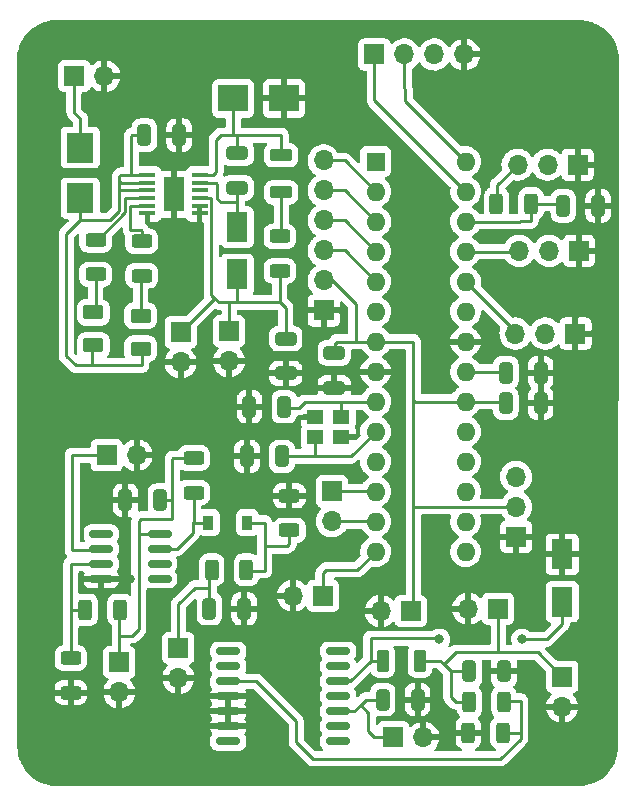
<source format=gbr>
%TF.GenerationSoftware,KiCad,Pcbnew,(6.0.7-1)-1*%
%TF.CreationDate,2023-03-08T09:28:20-05:00*%
%TF.ProjectId,pcb,7063622e-6b69-4636-9164-5f7063625858,rev?*%
%TF.SameCoordinates,Original*%
%TF.FileFunction,Copper,L1,Top*%
%TF.FilePolarity,Positive*%
%FSLAX46Y46*%
G04 Gerber Fmt 4.6, Leading zero omitted, Abs format (unit mm)*
G04 Created by KiCad (PCBNEW (6.0.7-1)-1) date 2023-03-08 09:28:20*
%MOMM*%
%LPD*%
G01*
G04 APERTURE LIST*
G04 Aperture macros list*
%AMRoundRect*
0 Rectangle with rounded corners*
0 $1 Rounding radius*
0 $2 $3 $4 $5 $6 $7 $8 $9 X,Y pos of 4 corners*
0 Add a 4 corners polygon primitive as box body*
4,1,4,$2,$3,$4,$5,$6,$7,$8,$9,$2,$3,0*
0 Add four circle primitives for the rounded corners*
1,1,$1+$1,$2,$3*
1,1,$1+$1,$4,$5*
1,1,$1+$1,$6,$7*
1,1,$1+$1,$8,$9*
0 Add four rect primitives between the rounded corners*
20,1,$1+$1,$2,$3,$4,$5,0*
20,1,$1+$1,$4,$5,$6,$7,0*
20,1,$1+$1,$6,$7,$8,$9,0*
20,1,$1+$1,$8,$9,$2,$3,0*%
G04 Aperture macros list end*
%TA.AperFunction,SMDPad,CuDef*%
%ADD10RoundRect,0.250000X-0.625000X0.312500X-0.625000X-0.312500X0.625000X-0.312500X0.625000X0.312500X0*%
%TD*%
%TA.AperFunction,SMDPad,CuDef*%
%ADD11RoundRect,0.250000X-0.325000X-0.650000X0.325000X-0.650000X0.325000X0.650000X-0.325000X0.650000X0*%
%TD*%
%TA.AperFunction,SMDPad,CuDef*%
%ADD12RoundRect,0.150000X-0.825000X-0.150000X0.825000X-0.150000X0.825000X0.150000X-0.825000X0.150000X0*%
%TD*%
%TA.AperFunction,ComponentPad*%
%ADD13R,1.700000X1.700000*%
%TD*%
%TA.AperFunction,ComponentPad*%
%ADD14O,1.700000X1.700000*%
%TD*%
%TA.AperFunction,SMDPad,CuDef*%
%ADD15R,0.900000X1.200000*%
%TD*%
%TA.AperFunction,SMDPad,CuDef*%
%ADD16R,1.333500X0.431800*%
%TD*%
%TA.AperFunction,SMDPad,CuDef*%
%ADD17R,1.752600X2.946400*%
%TD*%
%TA.AperFunction,SMDPad,CuDef*%
%ADD18R,2.500000X2.300000*%
%TD*%
%TA.AperFunction,SMDPad,CuDef*%
%ADD19R,2.300000X2.500000*%
%TD*%
%TA.AperFunction,SMDPad,CuDef*%
%ADD20RoundRect,0.250000X0.700000X-0.275000X0.700000X0.275000X-0.700000X0.275000X-0.700000X-0.275000X0*%
%TD*%
%TA.AperFunction,SMDPad,CuDef*%
%ADD21R,1.400000X1.200000*%
%TD*%
%TA.AperFunction,SMDPad,CuDef*%
%ADD22RoundRect,0.150000X-0.875000X-0.150000X0.875000X-0.150000X0.875000X0.150000X-0.875000X0.150000X0*%
%TD*%
%TA.AperFunction,SMDPad,CuDef*%
%ADD23RoundRect,0.250000X-0.275000X-0.700000X0.275000X-0.700000X0.275000X0.700000X-0.275000X0.700000X0*%
%TD*%
%TA.AperFunction,SMDPad,CuDef*%
%ADD24RoundRect,0.250000X-0.312500X-0.625000X0.312500X-0.625000X0.312500X0.625000X-0.312500X0.625000X0*%
%TD*%
%TA.AperFunction,SMDPad,CuDef*%
%ADD25RoundRect,0.250000X0.625000X-0.312500X0.625000X0.312500X-0.625000X0.312500X-0.625000X-0.312500X0*%
%TD*%
%TA.AperFunction,SMDPad,CuDef*%
%ADD26RoundRect,0.250000X0.312500X0.625000X-0.312500X0.625000X-0.312500X-0.625000X0.312500X-0.625000X0*%
%TD*%
%TA.AperFunction,SMDPad,CuDef*%
%ADD27RoundRect,0.250000X-0.625000X0.375000X-0.625000X-0.375000X0.625000X-0.375000X0.625000X0.375000X0*%
%TD*%
%TA.AperFunction,SMDPad,CuDef*%
%ADD28RoundRect,0.250000X-0.650000X0.325000X-0.650000X-0.325000X0.650000X-0.325000X0.650000X0.325000X0*%
%TD*%
%TA.AperFunction,SMDPad,CuDef*%
%ADD29RoundRect,0.250000X0.325000X0.650000X-0.325000X0.650000X-0.325000X-0.650000X0.325000X-0.650000X0*%
%TD*%
%TA.AperFunction,ComponentPad*%
%ADD30R,1.600000X1.600000*%
%TD*%
%TA.AperFunction,ComponentPad*%
%ADD31O,1.600000X1.600000*%
%TD*%
%TA.AperFunction,SMDPad,CuDef*%
%ADD32R,1.800000X2.500000*%
%TD*%
%TA.AperFunction,ViaPad*%
%ADD33C,0.800000*%
%TD*%
%TA.AperFunction,Conductor*%
%ADD34C,0.250000*%
%TD*%
G04 APERTURE END LIST*
D10*
%TO.P,R11,1*%
%TO.N,Net-(J17-Pad1)*%
X120500000Y-112637500D03*
%TO.P,R11,2*%
%TO.N,Net-(D7-Pad1)*%
X120500000Y-115562500D03*
%TD*%
D11*
%TO.P,C13,1*%
%TO.N,GND*%
X114725000Y-116200000D03*
%TO.P,C13,2*%
%TO.N,Net-(J17-Pad1)*%
X117675000Y-116200000D03*
%TD*%
D12*
%TO.P,U4,1,GND*%
%TO.N,unconnected-(U4-Pad1)*%
X112660000Y-119060000D03*
%TO.P,U4,2,+*%
%TO.N,Net-(J16-Pad1)*%
X112660000Y-120330000D03*
%TO.P,U4,3,-*%
%TO.N,Net-(R6-Pad2)*%
X112660000Y-121600000D03*
%TO.P,U4,4,V-*%
%TO.N,GND*%
X112660000Y-122870000D03*
%TO.P,U4,5,BAL*%
%TO.N,unconnected-(U4-Pad5)*%
X117610000Y-122870000D03*
%TO.P,U4,6,STRB*%
%TO.N,unconnected-(U4-Pad6)*%
X117610000Y-121600000D03*
%TO.P,U4,7*%
%TO.N,Net-(D7-Pad1)*%
X117610000Y-120330000D03*
%TO.P,U4,8,V+*%
%TO.N,Net-(J17-Pad1)*%
X117610000Y-119060000D03*
%TD*%
D13*
%TO.P,J9,1,Pin_1*%
%TO.N,Net-(C7-Pad1)*%
X151700000Y-131160000D03*
D14*
%TO.P,J9,2,Pin_2*%
%TO.N,GND*%
X151700000Y-133700000D03*
%TD*%
D15*
%TO.P,D7,1,K*%
%TO.N,Net-(D7-Pad1)*%
X121750000Y-118100000D03*
%TO.P,D7,2,A*%
%TO.N,Net-(D7-Pad2)*%
X125050000Y-118100000D03*
%TD*%
D11*
%TO.P,C4,1*%
%TO.N,GND*%
X125225000Y-108300000D03*
%TO.P,C4,2*%
%TO.N,Net-(C4-Pad2)*%
X128175000Y-108300000D03*
%TD*%
D16*
%TO.P,U3,1,VIN*%
%TO.N,Net-(C8-Pad1)*%
X116583850Y-88674400D03*
%TO.P,U3,2,CLP*%
X116583850Y-89324640D03*
%TO.P,U3,3,\u002ASHDN*%
X116583850Y-89974880D03*
%TO.P,U3,4,\u002ACHRG*%
%TO.N,Net-(R4-Pad2)*%
X116583850Y-90625120D03*
%TO.P,U3,5,\u002AFAULT*%
%TO.N,Net-(R3-Pad2)*%
X116583850Y-91275360D03*
%TO.P,U3,6,TIMER*%
%TO.N,GND*%
X116583850Y-91925600D03*
%TO.P,U3,7,RNG/SS*%
X121016150Y-91925600D03*
%TO.P,U3,8,NTC*%
X121016150Y-91275360D03*
%TO.P,U3,9,BAT*%
%TO.N,Net-(C10-Pad1)*%
X121016150Y-90625120D03*
%TO.P,U3,10,SENSE*%
%TO.N,Net-(L2-Pad1)*%
X121016150Y-89974880D03*
%TO.P,U3,11,BOOST*%
%TO.N,Net-(C9-Pad2)*%
X121016150Y-89324640D03*
%TO.P,U3,12,SW*%
%TO.N,Net-(C9-Pad1)*%
X121016150Y-88674400D03*
D17*
%TO.P,U3,EPAD*%
%TO.N,GND*%
X118800000Y-90300000D03*
%TD*%
D11*
%TO.P,C8,1*%
%TO.N,Net-(C8-Pad1)*%
X116325000Y-85300000D03*
%TO.P,C8,2*%
%TO.N,GND*%
X119275000Y-85300000D03*
%TD*%
D18*
%TO.P,D3,1,K*%
%TO.N,Net-(C9-Pad1)*%
X123850000Y-82200000D03*
%TO.P,D3,2,A*%
%TO.N,GND*%
X128150000Y-82200000D03*
%TD*%
D19*
%TO.P,D5,1,K*%
%TO.N,Net-(C8-Pad1)*%
X110900000Y-90650000D03*
%TO.P,D5,2,A*%
%TO.N,Net-(D5-Pad2)*%
X110900000Y-86350000D03*
%TD*%
D13*
%TO.P,J6,1,Pin_1*%
%TO.N,GND*%
X131500000Y-100150000D03*
D14*
%TO.P,J6,2,Pin_2*%
%TO.N,VCC*%
X131500000Y-97610000D03*
%TO.P,J6,3,Pin_3*%
%TO.N,Net-(J6-Pad3)*%
X131500000Y-95070000D03*
%TO.P,J6,4,Pin_4*%
%TO.N,Net-(J6-Pad4)*%
X131500000Y-92530000D03*
%TO.P,J6,5,Pin_5*%
%TO.N,Net-(J6-Pad5)*%
X131500000Y-89990000D03*
%TO.P,J6,6,Pin_6*%
%TO.N,Net-(J6-Pad6)*%
X131500000Y-87450000D03*
%TD*%
D20*
%TO.P,L2,1,1*%
%TO.N,Net-(L2-Pad1)*%
X127900000Y-90150000D03*
%TO.P,L2,2,2*%
%TO.N,Net-(C9-Pad1)*%
X127900000Y-87000000D03*
%TD*%
D21*
%TO.P,Y1,1,1*%
%TO.N,Net-(C4-Pad2)*%
X133000000Y-109150000D03*
%TO.P,Y1,2,2*%
%TO.N,GND*%
X130800000Y-109150000D03*
%TO.P,Y1,3*%
%TO.N,Net-(C5-Pad2)*%
X130800000Y-110850000D03*
%TO.P,Y1,4*%
%TO.N,GND*%
X133000000Y-110850000D03*
%TD*%
D22*
%TO.P,U2,1*%
%TO.N,N/C*%
X123425000Y-128990000D03*
%TO.P,U2,2*%
X123425000Y-130260000D03*
%TO.P,U2,3,FB*%
%TO.N,Net-(R1-Pad2)*%
X123425000Y-131530000D03*
%TO.P,U2,4,SGND*%
%TO.N,GND*%
X123425000Y-132800000D03*
%TO.P,U2,5,~{ON}/OFF*%
X123425000Y-134070000D03*
%TO.P,U2,6,PGND*%
X123425000Y-135340000D03*
%TO.P,U2,7*%
%TO.N,N/C*%
X123425000Y-136610000D03*
%TO.P,U2,8*%
X132725000Y-136610000D03*
%TO.P,U2,9*%
X132725000Y-135340000D03*
%TO.P,U2,10,VIN*%
%TO.N,Net-(C6-Pad1)*%
X132725000Y-134070000D03*
%TO.P,U2,11*%
%TO.N,N/C*%
X132725000Y-132800000D03*
%TO.P,U2,12,OUT*%
%TO.N,Net-(D6-Pad1)*%
X132725000Y-131530000D03*
%TO.P,U2,13*%
%TO.N,N/C*%
X132725000Y-130260000D03*
%TO.P,U2,14*%
X132725000Y-128990000D03*
%TD*%
D23*
%TO.P,L1,1,1*%
%TO.N,Net-(D6-Pad1)*%
X136500000Y-129800000D03*
%TO.P,L1,2,2*%
%TO.N,Net-(C7-Pad1)*%
X139650000Y-129800000D03*
%TD*%
D24*
%TO.P,R2,1*%
%TO.N,Net-(C7-Pad1)*%
X143850000Y-133300000D03*
%TO.P,R2,2*%
%TO.N,Net-(R1-Pad2)*%
X146775000Y-133300000D03*
%TD*%
D11*
%TO.P,C5,1*%
%TO.N,GND*%
X125025000Y-112500000D03*
%TO.P,C5,2*%
%TO.N,Net-(C5-Pad2)*%
X127975000Y-112500000D03*
%TD*%
D13*
%TO.P,J4,1,Pin_1*%
%TO.N,GND*%
X153000000Y-87800000D03*
D14*
%TO.P,J4,2,Pin_2*%
%TO.N,VCC*%
X150460000Y-87800000D03*
%TO.P,J4,3,Pin_3*%
%TO.N,Net-(J4-Pad3)*%
X147920000Y-87800000D03*
%TD*%
D25*
%TO.P,R8,1*%
%TO.N,Net-(D7-Pad2)*%
X128600000Y-118762500D03*
%TO.P,R8,2*%
%TO.N,GND*%
X128600000Y-115837500D03*
%TD*%
D13*
%TO.P,J15,1,Pin_1*%
%TO.N,Net-(J15-Pad1)*%
X131440000Y-124300000D03*
D14*
%TO.P,J15,2,Pin_2*%
%TO.N,GND*%
X128900000Y-124300000D03*
%TD*%
D10*
%TO.P,R5,1*%
%TO.N,Net-(L2-Pad1)*%
X127800000Y-93875000D03*
%TO.P,R5,2*%
%TO.N,Net-(C10-Pad1)*%
X127800000Y-96800000D03*
%TD*%
D26*
%TO.P,R6,1*%
%TO.N,Net-(J17-Pad1)*%
X114262500Y-125500000D03*
%TO.P,R6,2*%
%TO.N,Net-(R6-Pad2)*%
X111337500Y-125500000D03*
%TD*%
D13*
%TO.P,J8,1,Pin_1*%
%TO.N,Net-(J8-Pad1)*%
X132200000Y-115460000D03*
D14*
%TO.P,J8,2,Pin_2*%
%TO.N,Net-(J8-Pad2)*%
X132200000Y-118000000D03*
%TD*%
D13*
%TO.P,J12,1,Pin_1*%
%TO.N,Net-(D5-Pad2)*%
X110400000Y-80300000D03*
D14*
%TO.P,J12,2,Pin_2*%
%TO.N,GND*%
X112940000Y-80300000D03*
%TD*%
D11*
%TO.P,C6,1*%
%TO.N,Net-(C6-Pad1)*%
X136500000Y-133100000D03*
%TO.P,C6,2*%
%TO.N,GND*%
X139450000Y-133100000D03*
%TD*%
D27*
%TO.P,D1,1,K*%
%TO.N,Net-(D1-Pad1)*%
X116000000Y-100600000D03*
%TO.P,D1,2,A*%
%TO.N,Net-(C8-Pad1)*%
X116000000Y-103400000D03*
%TD*%
D28*
%TO.P,C9,1*%
%TO.N,Net-(C9-Pad1)*%
X124200000Y-86825000D03*
%TO.P,C9,2*%
%TO.N,Net-(C9-Pad2)*%
X124200000Y-89775000D03*
%TD*%
D13*
%TO.P,J2,1,Pin_1*%
%TO.N,GND*%
X152825000Y-102100000D03*
D14*
%TO.P,J2,2,Pin_2*%
%TO.N,VCC*%
X150285000Y-102100000D03*
%TO.P,J2,3,Pin_3*%
%TO.N,Net-(J2-Pad3)*%
X147745000Y-102100000D03*
%TD*%
D13*
%TO.P,J11,1,Pin_1*%
%TO.N,Net-(C7-Pad1)*%
X146275000Y-125400000D03*
D14*
%TO.P,J11,2,Pin_2*%
%TO.N,GND*%
X143735000Y-125400000D03*
%TD*%
D29*
%TO.P,C12,1*%
%TO.N,GND*%
X154750000Y-91300000D03*
%TO.P,C12,2*%
%TO.N,Net-(C12-Pad2)*%
X151800000Y-91300000D03*
%TD*%
D11*
%TO.P,C2,1*%
%TO.N,Net-(C2-Pad1)*%
X146925000Y-105400000D03*
%TO.P,C2,2*%
%TO.N,GND*%
X149875000Y-105400000D03*
%TD*%
D13*
%TO.P,J17,1,Pin_1*%
%TO.N,Net-(J17-Pad1)*%
X114200000Y-129925000D03*
D14*
%TO.P,J17,2,Pin_2*%
%TO.N,GND*%
X114200000Y-132465000D03*
%TD*%
D13*
%TO.P,J14,1,Pin_1*%
%TO.N,Net-(C10-Pad1)*%
X119400000Y-102000000D03*
D14*
%TO.P,J14,2,Pin_2*%
%TO.N,GND*%
X119400000Y-104540000D03*
%TD*%
D26*
%TO.P,R10,1*%
%TO.N,Net-(C12-Pad2)*%
X149062500Y-91100000D03*
%TO.P,R10,2*%
%TO.N,Net-(J4-Pad3)*%
X146137500Y-91100000D03*
%TD*%
D11*
%TO.P,C7,1*%
%TO.N,Net-(C7-Pad1)*%
X143825000Y-130700000D03*
%TO.P,C7,2*%
%TO.N,GND*%
X146775000Y-130700000D03*
%TD*%
D25*
%TO.P,R4,1*%
%TO.N,Net-(D2-Pad1)*%
X112200000Y-97100000D03*
%TO.P,R4,2*%
%TO.N,Net-(R4-Pad2)*%
X112200000Y-94175000D03*
%TD*%
D13*
%TO.P,J1,1,Pin_1*%
%TO.N,GND*%
X147800000Y-119300000D03*
D14*
%TO.P,J1,2,Pin_2*%
%TO.N,VCC*%
X147800000Y-116760000D03*
%TO.P,J1,3,Pin_3*%
%TO.N,Net-(J1-Pad3)*%
X147800000Y-114220000D03*
%TD*%
D28*
%TO.P,C1,1*%
%TO.N,VCC*%
X132400000Y-103725000D03*
%TO.P,C1,2*%
%TO.N,GND*%
X132400000Y-106675000D03*
%TD*%
D25*
%TO.P,R7,2*%
%TO.N,Net-(R6-Pad2)*%
X110100000Y-129575000D03*
%TO.P,R7,1*%
%TO.N,GND*%
X110100000Y-132500000D03*
%TD*%
D27*
%TO.P,D2,1,K*%
%TO.N,Net-(D2-Pad1)*%
X112000000Y-100300000D03*
%TO.P,D2,2,A*%
%TO.N,Net-(C8-Pad1)*%
X112000000Y-103100000D03*
%TD*%
D30*
%TO.P,U1,1,~{RESET}/PC6*%
%TO.N,unconnected-(U1-Pad1)*%
X135900000Y-87540000D03*
D31*
%TO.P,U1,2,PD0*%
%TO.N,Net-(J6-Pad6)*%
X135900000Y-90080000D03*
%TO.P,U1,3,PD1*%
%TO.N,Net-(J6-Pad5)*%
X135900000Y-92620000D03*
%TO.P,U1,4,PD2*%
%TO.N,Net-(J6-Pad4)*%
X135900000Y-95160000D03*
%TO.P,U1,5,PD3*%
%TO.N,Net-(J6-Pad3)*%
X135900000Y-97700000D03*
%TO.P,U1,6,PD4*%
%TO.N,unconnected-(U1-Pad6)*%
X135900000Y-100240000D03*
%TO.P,U1,7,VCC*%
%TO.N,VCC*%
X135900000Y-102780000D03*
%TO.P,U1,8,GND*%
%TO.N,GND*%
X135900000Y-105320000D03*
%TO.P,U1,9,XTAL1/PB6*%
%TO.N,Net-(C4-Pad2)*%
X135900000Y-107860000D03*
%TO.P,U1,10,XTAL2/PB7*%
%TO.N,Net-(C5-Pad2)*%
X135900000Y-110400000D03*
%TO.P,U1,11,PD5*%
%TO.N,unconnected-(U1-Pad11)*%
X135900000Y-112940000D03*
%TO.P,U1,12,PD6*%
%TO.N,Net-(J8-Pad1)*%
X135900000Y-115480000D03*
%TO.P,U1,13,PD7*%
%TO.N,Net-(J8-Pad2)*%
X135900000Y-118020000D03*
%TO.P,U1,14,PB0*%
%TO.N,Net-(J15-Pad1)*%
X135900000Y-120560000D03*
%TO.P,U1,15,PB1*%
%TO.N,unconnected-(U1-Pad15)*%
X143520000Y-120560000D03*
%TO.P,U1,16,PB2*%
%TO.N,unconnected-(U1-Pad16)*%
X143520000Y-118020000D03*
%TO.P,U1,17,PB3*%
%TO.N,unconnected-(U1-Pad17)*%
X143520000Y-115480000D03*
%TO.P,U1,18,PB4*%
%TO.N,unconnected-(U1-Pad18)*%
X143520000Y-112940000D03*
%TO.P,U1,19,PB5*%
%TO.N,unconnected-(U1-Pad19)*%
X143520000Y-110400000D03*
%TO.P,U1,20,AVCC*%
%TO.N,VCC*%
X143520000Y-107860000D03*
%TO.P,U1,21,AREF*%
%TO.N,Net-(C2-Pad1)*%
X143520000Y-105320000D03*
%TO.P,U1,22,GND*%
%TO.N,GND*%
X143520000Y-102780000D03*
%TO.P,U1,23,PC0*%
%TO.N,Net-(J1-Pad3)*%
X143520000Y-100240000D03*
%TO.P,U1,24,PC1*%
%TO.N,Net-(J2-Pad3)*%
X143520000Y-97700000D03*
%TO.P,U1,25,PC2*%
%TO.N,Net-(J3-Pad3)*%
X143520000Y-95160000D03*
%TO.P,U1,26,PC3*%
%TO.N,Net-(C12-Pad2)*%
X143520000Y-92620000D03*
%TO.P,U1,27,PC4*%
%TO.N,Net-(J5-Pad1)*%
X143520000Y-90080000D03*
%TO.P,U1,28,PC5*%
%TO.N,Net-(J5-Pad2)*%
X143520000Y-87540000D03*
%TD*%
D13*
%TO.P,J7,1,Pin_1*%
%TO.N,VCC*%
X138875000Y-125600000D03*
D14*
%TO.P,J7,2,Pin_2*%
%TO.N,GND*%
X136335000Y-125600000D03*
%TD*%
D13*
%TO.P,J16,1,Pin_1*%
%TO.N,Net-(J16-Pad1)*%
X113125000Y-112400000D03*
D14*
%TO.P,J16,2,Pin_2*%
%TO.N,GND*%
X115665000Y-112400000D03*
%TD*%
D24*
%TO.P,R1,1*%
%TO.N,GND*%
X143750000Y-135900000D03*
%TO.P,R1,2*%
%TO.N,Net-(R1-Pad2)*%
X146675000Y-135900000D03*
%TD*%
D13*
%TO.P,J13,1,Pin_1*%
%TO.N,Net-(C10-Pad1)*%
X123500000Y-101900000D03*
D14*
%TO.P,J13,2,Pin_2*%
%TO.N,GND*%
X123500000Y-104440000D03*
%TD*%
D13*
%TO.P,J18,1,Pin_1*%
%TO.N,Net-(C11-Pad1)*%
X119200000Y-128725000D03*
D14*
%TO.P,J18,2,Pin_2*%
%TO.N,GND*%
X119200000Y-131265000D03*
%TD*%
D13*
%TO.P,J3,1,Pin_1*%
%TO.N,GND*%
X153125000Y-95100000D03*
D14*
%TO.P,J3,2,Pin_2*%
%TO.N,VCC*%
X150585000Y-95100000D03*
%TO.P,J3,3,Pin_3*%
%TO.N,Net-(J3-Pad3)*%
X148045000Y-95100000D03*
%TD*%
D29*
%TO.P,C3,1*%
%TO.N,GND*%
X149875000Y-108000000D03*
%TO.P,C3,2*%
%TO.N,VCC*%
X146925000Y-108000000D03*
%TD*%
D11*
%TO.P,C11,2*%
%TO.N,GND*%
X124775000Y-125400000D03*
%TO.P,C11,1*%
%TO.N,Net-(C11-Pad1)*%
X121825000Y-125400000D03*
%TD*%
D32*
%TO.P,D6,1,K*%
%TO.N,Net-(D6-Pad1)*%
X151700000Y-124800000D03*
%TO.P,D6,2,A*%
%TO.N,GND*%
X151700000Y-120800000D03*
%TD*%
D26*
%TO.P,R9,1*%
%TO.N,Net-(D7-Pad2)*%
X124962500Y-122100000D03*
%TO.P,R9,2*%
%TO.N,Net-(C11-Pad1)*%
X122037500Y-122100000D03*
%TD*%
D28*
%TO.P,C10,1*%
%TO.N,Net-(C10-Pad1)*%
X128300000Y-102525000D03*
%TO.P,C10,2*%
%TO.N,GND*%
X128300000Y-105475000D03*
%TD*%
D13*
%TO.P,J10,1,Pin_1*%
%TO.N,Net-(C6-Pad1)*%
X137400000Y-136300000D03*
D14*
%TO.P,J10,2,Pin_2*%
%TO.N,GND*%
X139940000Y-136300000D03*
%TD*%
D13*
%TO.P,J5,1,Pin_1*%
%TO.N,Net-(J5-Pad1)*%
X135800000Y-78475000D03*
D14*
%TO.P,J5,2,Pin_2*%
%TO.N,Net-(J5-Pad2)*%
X138340000Y-78475000D03*
%TO.P,J5,3,Pin_3*%
%TO.N,VCC*%
X140880000Y-78475000D03*
%TO.P,J5,4,Pin_4*%
%TO.N,GND*%
X143420000Y-78475000D03*
%TD*%
D32*
%TO.P,D4,1,K*%
%TO.N,Net-(C9-Pad2)*%
X124200000Y-93100000D03*
%TO.P,D4,2,A*%
%TO.N,Net-(C10-Pad1)*%
X124200000Y-97100000D03*
%TD*%
D25*
%TO.P,R3,1*%
%TO.N,Net-(D1-Pad1)*%
X116100000Y-97200000D03*
%TO.P,R3,2*%
%TO.N,Net-(R3-Pad2)*%
X116100000Y-94275000D03*
%TD*%
D33*
%TO.N,GND*%
X118800000Y-91300000D03*
X118800000Y-90200000D03*
X118800000Y-89200000D03*
X151300000Y-106600000D03*
X120800000Y-85300000D03*
X130500000Y-105100000D03*
X126800000Y-110400000D03*
X148400000Y-106700000D03*
X130400000Y-82300000D03*
X126475000Y-136200000D03*
X128575000Y-132000000D03*
X115135000Y-122865000D03*
%TO.N,Net-(D6-Pad1)*%
X141300000Y-128000000D03*
X148300000Y-128000000D03*
%TD*%
D34*
%TO.N,Net-(J17-Pad1)*%
X118700000Y-117800000D02*
X118700000Y-116300000D01*
X118700000Y-116300000D02*
X118700000Y-112700000D01*
X117675000Y-116200000D02*
X118600000Y-116200000D01*
X118600000Y-116200000D02*
X118700000Y-116300000D01*
X114200000Y-127700000D02*
X115300000Y-127700000D01*
X115300000Y-127700000D02*
X115860000Y-127140000D01*
X115860000Y-117940000D02*
X116000000Y-117800000D01*
X118700000Y-112700000D02*
X118762500Y-112637500D01*
X116000000Y-117800000D02*
X118700000Y-117800000D01*
X115860000Y-127140000D02*
X115860000Y-117940000D01*
X118762500Y-112637500D02*
X120500000Y-112637500D01*
%TO.N,Net-(D7-Pad1)*%
X120500000Y-115562500D02*
X120500000Y-118000000D01*
X120500000Y-118000000D02*
X120400000Y-118100000D01*
%TO.N,Net-(J16-Pad1)*%
X112660000Y-120330000D02*
X112590000Y-120400000D01*
X112590000Y-120400000D02*
X110200000Y-120400000D01*
X110200000Y-112400000D02*
X113125000Y-112400000D01*
X110200000Y-120400000D02*
X110200000Y-112400000D01*
%TO.N,Net-(R3-Pad2)*%
X116100000Y-94275000D02*
X116100000Y-93400000D01*
X116100000Y-93400000D02*
X116025000Y-93325000D01*
X116025000Y-93325000D02*
X115150000Y-93325000D01*
%TO.N,Net-(C6-Pad1)*%
X137400000Y-136300000D02*
X135800000Y-136300000D01*
X135800000Y-136300000D02*
X135275000Y-135775000D01*
X135275000Y-135775000D02*
X135275000Y-134200000D01*
X135275000Y-134200000D02*
X134625000Y-133550000D01*
%TO.N,Net-(J15-Pad1)*%
X131440000Y-124300000D02*
X131440000Y-122335000D01*
X131440000Y-122335000D02*
X131675000Y-122100000D01*
%TO.N,Net-(C11-Pad1)*%
X120575000Y-123625000D02*
X121825000Y-123625000D01*
X119200000Y-128725000D02*
X119200000Y-125000000D01*
X119200000Y-125000000D02*
X120575000Y-123625000D01*
%TO.N,Net-(J17-Pad1)*%
X116040000Y-119060000D02*
X117610000Y-119060000D01*
X114200000Y-129925000D02*
X114200000Y-127700000D01*
X114200000Y-127700000D02*
X114200000Y-125562500D01*
%TO.N,Net-(D7-Pad1)*%
X117610000Y-120330000D02*
X119070000Y-120330000D01*
X119070000Y-120330000D02*
X120400000Y-119000000D01*
X120400000Y-119000000D02*
X120400000Y-118100000D01*
X120400000Y-118100000D02*
X121750000Y-118100000D01*
%TO.N,Net-(R6-Pad2)*%
X110100000Y-125500000D02*
X110100000Y-121600000D01*
X110100000Y-121600000D02*
X112660000Y-121600000D01*
X111337500Y-125500000D02*
X110100000Y-125500000D01*
X110100000Y-125500000D02*
X110100000Y-129575000D01*
%TO.N,Net-(J17-Pad1)*%
X114200000Y-125562500D02*
X114262500Y-125500000D01*
%TO.N,Net-(C5-Pad2)*%
X127975000Y-112500000D02*
X130700000Y-112500000D01*
X130800000Y-112400000D02*
X130700000Y-112500000D01*
X130700000Y-112500000D02*
X133800000Y-112500000D01*
X130800000Y-110850000D02*
X130800000Y-112400000D01*
X135900000Y-110400000D02*
X133800000Y-112500000D01*
%TO.N,Net-(C7-Pad1)*%
X146300000Y-129100000D02*
X149640000Y-129100000D01*
X149640000Y-129100000D02*
X151700000Y-131160000D01*
X146275000Y-125400000D02*
X146275000Y-129075000D01*
X146275000Y-129075000D02*
X146300000Y-129100000D01*
X141687500Y-130112500D02*
X142700000Y-129100000D01*
X142700000Y-129100000D02*
X146300000Y-129100000D01*
X142275000Y-130700000D02*
X141687500Y-130112500D01*
X143850000Y-133300000D02*
X142675000Y-133300000D01*
X142675000Y-133300000D02*
X142275000Y-132900000D01*
X142275000Y-132900000D02*
X142275000Y-130700000D01*
X142275000Y-130700000D02*
X143825000Y-130700000D01*
X141375000Y-129800000D02*
X141687500Y-130112500D01*
X139650000Y-129800000D02*
X141375000Y-129800000D01*
%TO.N,Net-(D6-Pad1)*%
X148300000Y-128000000D02*
X150400000Y-128000000D01*
X150400000Y-128000000D02*
X151700000Y-126700000D01*
X151700000Y-126700000D02*
X151700000Y-124800000D01*
X135475000Y-129800000D02*
X135475000Y-127900000D01*
X135475000Y-127900000D02*
X141200000Y-127900000D01*
X141200000Y-127900000D02*
X141300000Y-128000000D01*
%TO.N,Net-(C11-Pad1)*%
X121825000Y-122312500D02*
X121825000Y-123625000D01*
X121825000Y-123625000D02*
X121825000Y-125100000D01*
%TO.N,Net-(D7-Pad2)*%
X126500000Y-120100000D02*
X126500000Y-122200000D01*
X126500000Y-122200000D02*
X125062500Y-122200000D01*
X125062500Y-122200000D02*
X124962500Y-122100000D01*
%TO.N,Net-(C11-Pad1)*%
X122037500Y-122100000D02*
X121825000Y-122312500D01*
%TO.N,Net-(D7-Pad2)*%
X125050000Y-118100000D02*
X126500000Y-118100000D01*
X126500000Y-118100000D02*
X126500000Y-120100000D01*
%TO.N,Net-(C10-Pad1)*%
X122007900Y-98807900D02*
X122250000Y-99050000D01*
X122250000Y-99050000D02*
X122650000Y-99450000D01*
X119400000Y-102000000D02*
X122250000Y-99150000D01*
X122250000Y-99150000D02*
X122250000Y-99050000D01*
%TO.N,VCC*%
X139100000Y-125375000D02*
X138875000Y-125600000D01*
X147800000Y-116760000D02*
X139160000Y-116760000D01*
X132500000Y-102900000D02*
X132500000Y-104050000D01*
X132620000Y-102780000D02*
X132500000Y-102900000D01*
X139260000Y-107860000D02*
X143520000Y-107860000D01*
X134220000Y-99630000D02*
X132200000Y-97610000D01*
X139100000Y-102800000D02*
X139080000Y-102780000D01*
X139100000Y-107700000D02*
X139100000Y-102800000D01*
X132620000Y-102780000D02*
X132540000Y-102860000D01*
X134220000Y-102780000D02*
X134020000Y-102780000D01*
X139100000Y-116700000D02*
X139100000Y-107700000D01*
X143520000Y-107860000D02*
X146785000Y-107860000D01*
X139080000Y-102780000D02*
X135900000Y-102780000D01*
X139100000Y-107700000D02*
X139260000Y-107860000D01*
X139100000Y-116700000D02*
X139100000Y-125375000D01*
X146785000Y-107860000D02*
X146925000Y-108000000D01*
X134220000Y-102780000D02*
X134220000Y-99630000D01*
X135900000Y-102780000D02*
X134220000Y-102780000D01*
X134020000Y-102780000D02*
X132620000Y-102780000D01*
%TO.N,Net-(C2-Pad1)*%
X143520000Y-105320000D02*
X146845000Y-105320000D01*
X146845000Y-105320000D02*
X146925000Y-105400000D01*
%TO.N,Net-(C4-Pad2)*%
X129900000Y-107900000D02*
X129400000Y-108400000D01*
X132900000Y-107900000D02*
X129900000Y-107900000D01*
X133000000Y-109150000D02*
X133000000Y-108000000D01*
X128275000Y-108400000D02*
X128175000Y-108300000D01*
X135900000Y-107860000D02*
X135860000Y-107900000D01*
X135860000Y-107900000D02*
X132900000Y-107900000D01*
X129400000Y-108400000D02*
X128275000Y-108400000D01*
X133000000Y-108000000D02*
X132900000Y-107900000D01*
%TO.N,Net-(C6-Pad1)*%
X135075000Y-133100000D02*
X136500000Y-133100000D01*
X134105000Y-134070000D02*
X134625000Y-133550000D01*
X132725000Y-134070000D02*
X134105000Y-134070000D01*
X134625000Y-133550000D02*
X135075000Y-133100000D01*
%TO.N,Net-(C9-Pad1)*%
X122400000Y-88400000D02*
X122400000Y-85700000D01*
X123850000Y-82200000D02*
X123850000Y-85250000D01*
X127900000Y-85300000D02*
X127900000Y-87000000D01*
X124200000Y-85300000D02*
X127900000Y-85300000D01*
X122125600Y-88674400D02*
X122400000Y-88400000D01*
X122800000Y-85300000D02*
X123900000Y-85300000D01*
X122400000Y-85700000D02*
X122800000Y-85300000D01*
X121016150Y-88674400D02*
X122125600Y-88674400D01*
X124200000Y-85300000D02*
X124200000Y-86825000D01*
X123850000Y-85250000D02*
X123900000Y-85300000D01*
X123900000Y-85300000D02*
X124200000Y-85300000D01*
%TO.N,Net-(C9-Pad2)*%
X124200000Y-91000000D02*
X124200000Y-89775000D01*
X122500000Y-90700000D02*
X122800000Y-91000000D01*
X121016150Y-89324640D02*
X122424640Y-89324640D01*
X122800000Y-91000000D02*
X124200000Y-91000000D01*
X122500000Y-89400000D02*
X122500000Y-90700000D01*
X124200000Y-93100000D02*
X124200000Y-91000000D01*
X122424640Y-89324640D02*
X122500000Y-89400000D01*
%TO.N,Net-(C10-Pad1)*%
X127750000Y-99450000D02*
X127800000Y-99400000D01*
X122007900Y-90700120D02*
X122007900Y-98807900D01*
X127800000Y-99400000D02*
X127800000Y-96800000D01*
X124200000Y-99400000D02*
X124150000Y-99450000D01*
X127800000Y-99400000D02*
X128300000Y-99900000D01*
X121016150Y-90625120D02*
X121932900Y-90625120D01*
X123450000Y-99450000D02*
X124150000Y-99450000D01*
X122650000Y-99450000D02*
X123450000Y-99450000D01*
X123500000Y-99500000D02*
X123450000Y-99450000D01*
X124200000Y-97100000D02*
X124200000Y-99400000D01*
X124150000Y-99450000D02*
X127750000Y-99450000D01*
X128300000Y-99900000D02*
X128300000Y-102525000D01*
X123500000Y-101900000D02*
X123500000Y-99500000D01*
X121932900Y-90625120D02*
X122007900Y-90700120D01*
%TO.N,Net-(D1-Pad1)*%
X116000000Y-97300000D02*
X116100000Y-97200000D01*
X116000000Y-100600000D02*
X116000000Y-97300000D01*
%TO.N,Net-(C8-Pad1)*%
X113400000Y-92500000D02*
X114200000Y-91700000D01*
X116583850Y-88674400D02*
X115225600Y-88674400D01*
X111900000Y-104800000D02*
X111900000Y-103200000D01*
X114200000Y-89900000D02*
X114200000Y-89200000D01*
X114200000Y-89200000D02*
X114200000Y-88800000D01*
X115225600Y-88674400D02*
X114325600Y-88674400D01*
X116583850Y-89974880D02*
X114274880Y-89974880D01*
X109700000Y-93700000D02*
X109700000Y-104000000D01*
X116583850Y-89324640D02*
X114324640Y-89324640D01*
X114324640Y-89324640D02*
X114200000Y-89200000D01*
X115225600Y-88674400D02*
X115225600Y-85374400D01*
X116100000Y-103500000D02*
X116000000Y-103400000D01*
X110900000Y-92500000D02*
X109700000Y-93700000D01*
X111900000Y-104800000D02*
X116100000Y-104800000D01*
X115300000Y-85300000D02*
X116325000Y-85300000D01*
X114325600Y-88674400D02*
X114200000Y-88800000D01*
X110500000Y-104800000D02*
X111900000Y-104800000D01*
X109700000Y-104000000D02*
X110500000Y-104800000D01*
X110900000Y-92500000D02*
X113400000Y-92500000D01*
X110900000Y-90650000D02*
X110900000Y-92500000D01*
X116100000Y-104800000D02*
X116100000Y-103500000D01*
X111900000Y-103200000D02*
X112000000Y-103100000D01*
X115225600Y-85374400D02*
X115300000Y-85300000D01*
X114200000Y-91700000D02*
X114200000Y-89900000D01*
X114274880Y-89974880D02*
X114200000Y-89900000D01*
%TO.N,Net-(D2-Pad1)*%
X112200000Y-100100000D02*
X112200000Y-97100000D01*
X112000000Y-100300000D02*
X112200000Y-100100000D01*
%TO.N,Net-(D5-Pad2)*%
X110900000Y-86350000D02*
X110900000Y-83900000D01*
X110900000Y-83900000D02*
X110360000Y-83360000D01*
X110360000Y-83360000D02*
X110360000Y-80300000D01*
%TO.N,Net-(D6-Pad1)*%
X135475000Y-129800000D02*
X136500000Y-129800000D01*
X133745000Y-131530000D02*
X135475000Y-129800000D01*
X132725000Y-131530000D02*
X133745000Y-131530000D01*
%TO.N,Net-(J2-Pad3)*%
X147745000Y-101925000D02*
X147745000Y-102100000D01*
X143520000Y-97700000D02*
X147745000Y-101925000D01*
%TO.N,Net-(J3-Pad3)*%
X143520000Y-95160000D02*
X147985000Y-95160000D01*
X147985000Y-95160000D02*
X148045000Y-95100000D01*
%TO.N,Net-(J4-Pad3)*%
X146200000Y-91037500D02*
X146137500Y-91100000D01*
X147920000Y-87800000D02*
X146200000Y-89520000D01*
X146200000Y-89520000D02*
X146200000Y-91037500D01*
%TO.N,Net-(J5-Pad1)*%
X143520000Y-90080000D02*
X135800000Y-82360000D01*
X135800000Y-82360000D02*
X135800000Y-78475000D01*
%TO.N,Net-(J5-Pad2)*%
X138400000Y-82420000D02*
X138400000Y-81400000D01*
X143520000Y-87540000D02*
X138400000Y-82420000D01*
X138340000Y-81340000D02*
X138340000Y-78475000D01*
X138400000Y-81400000D02*
X138340000Y-81340000D01*
%TO.N,Net-(J8-Pad1)*%
X135880000Y-115460000D02*
X135900000Y-115480000D01*
X132200000Y-115460000D02*
X135880000Y-115460000D01*
%TO.N,Net-(J8-Pad2)*%
X132200000Y-118000000D02*
X135880000Y-118000000D01*
X135880000Y-118000000D02*
X135900000Y-118020000D01*
%TO.N,Net-(L2-Pad1)*%
X127900000Y-93775000D02*
X127800000Y-93875000D01*
X127900000Y-90150000D02*
X127900000Y-93775000D01*
%TO.N,Net-(R1-Pad2)*%
X148175000Y-133200000D02*
X146875000Y-133200000D01*
X148175000Y-135700000D02*
X148175000Y-133200000D01*
X125805000Y-131530000D02*
X129175000Y-134900000D01*
X130575000Y-138100000D02*
X146475000Y-138100000D01*
X148175000Y-135900000D02*
X148175000Y-135700000D01*
X146875000Y-133200000D02*
X146775000Y-133300000D01*
X129175000Y-134900000D02*
X129175000Y-136700000D01*
X146475000Y-138100000D02*
X148175000Y-136400000D01*
X129175000Y-136700000D02*
X130575000Y-138100000D01*
X148175000Y-136400000D02*
X148175000Y-135700000D01*
X123425000Y-131530000D02*
X125805000Y-131530000D01*
X146675000Y-135900000D02*
X148175000Y-135900000D01*
%TO.N,Net-(R3-Pad2)*%
X115174640Y-91275360D02*
X116583850Y-91275360D01*
X115150000Y-91300000D02*
X115174640Y-91275360D01*
X115150000Y-93325000D02*
X115150000Y-91300000D01*
%TO.N,Net-(R4-Pad2)*%
X112200000Y-94175000D02*
X112425000Y-94175000D01*
X114725120Y-90625120D02*
X114700000Y-90650240D01*
X112200000Y-94175000D02*
X112361396Y-94175000D01*
X112361396Y-94175000D02*
X114700000Y-91836396D01*
X114700000Y-90650240D02*
X114700000Y-91836396D01*
X114725120Y-90625120D02*
X116583850Y-90625120D01*
%TO.N,Net-(J6-Pad6)*%
X135900000Y-90080000D02*
X133270000Y-87450000D01*
X133270000Y-87450000D02*
X132200000Y-87450000D01*
%TO.N,Net-(J6-Pad5)*%
X133270000Y-89990000D02*
X132200000Y-89990000D01*
X135900000Y-92620000D02*
X133270000Y-89990000D01*
%TO.N,Net-(J6-Pad4)*%
X135900000Y-95160000D02*
X133270000Y-92530000D01*
X133270000Y-92530000D02*
X132200000Y-92530000D01*
%TO.N,Net-(J6-Pad3)*%
X133270000Y-95070000D02*
X132200000Y-95070000D01*
X135900000Y-97700000D02*
X133270000Y-95070000D01*
%TO.N,Net-(J15-Pad1)*%
X134360000Y-122100000D02*
X135900000Y-120560000D01*
X131675000Y-122100000D02*
X134360000Y-122100000D01*
%TO.N,Net-(D7-Pad2)*%
X128600000Y-118762500D02*
X128600000Y-119900000D01*
X128400000Y-120100000D02*
X126500000Y-120100000D01*
X128600000Y-119900000D02*
X128400000Y-120100000D01*
%TO.N,Net-(C12-Pad2)*%
X149062500Y-92537500D02*
X149062500Y-91100000D01*
X148120000Y-92620000D02*
X143520000Y-92620000D01*
X149000000Y-92600000D02*
X149062500Y-92537500D01*
X151600000Y-91100000D02*
X151800000Y-91300000D01*
X148120000Y-92620000D02*
X148140000Y-92600000D01*
X148140000Y-92600000D02*
X149000000Y-92600000D01*
X149062500Y-91100000D02*
X151600000Y-91100000D01*
%TD*%
%TA.AperFunction,Conductor*%
%TO.N,GND*%
G36*
X153112304Y-75567716D02*
G01*
X153127137Y-75570026D01*
X153127141Y-75570026D01*
X153136010Y-75571407D01*
X153154721Y-75568960D01*
X153177651Y-75568069D01*
X153490199Y-75584448D01*
X153503309Y-75585826D01*
X153630412Y-75605956D01*
X153840895Y-75639293D01*
X153853795Y-75642035D01*
X154127703Y-75715427D01*
X154183903Y-75730485D01*
X154183944Y-75730496D01*
X154196481Y-75734570D01*
X154515578Y-75857059D01*
X154527610Y-75862416D01*
X154832158Y-76017590D01*
X154843574Y-76024181D01*
X155130230Y-76210338D01*
X155140899Y-76218090D01*
X155406514Y-76433181D01*
X155416315Y-76442006D01*
X155657994Y-76683685D01*
X155666819Y-76693486D01*
X155881910Y-76959101D01*
X155889662Y-76969770D01*
X156075819Y-77256426D01*
X156082409Y-77267840D01*
X156237584Y-77572390D01*
X156242941Y-77584422D01*
X156365428Y-77903512D01*
X156369504Y-77916056D01*
X156457965Y-78246205D01*
X156460707Y-78259103D01*
X156506862Y-78550518D01*
X156514174Y-78596688D01*
X156515552Y-78609804D01*
X156531546Y-78915013D01*
X156530219Y-78940990D01*
X156529975Y-78942560D01*
X156529975Y-78942564D01*
X156528593Y-78951438D01*
X156532649Y-78982451D01*
X156533713Y-78999002D01*
X156433876Y-136988787D01*
X156433869Y-136992593D01*
X156432370Y-137011752D01*
X156428593Y-137036010D01*
X156430235Y-137048562D01*
X156431040Y-137054719D01*
X156431931Y-137077651D01*
X156416764Y-137367076D01*
X156415552Y-137390196D01*
X156414174Y-137403309D01*
X156404629Y-137463575D01*
X156360707Y-137740895D01*
X156357965Y-137753795D01*
X156269504Y-138083944D01*
X156265428Y-138096488D01*
X156142944Y-138415570D01*
X156137584Y-138427610D01*
X155983167Y-138730673D01*
X155982414Y-138732151D01*
X155975819Y-138743574D01*
X155789662Y-139030230D01*
X155781910Y-139040899D01*
X155566819Y-139306514D01*
X155557994Y-139316315D01*
X155316315Y-139557994D01*
X155306514Y-139566819D01*
X155040899Y-139781910D01*
X155030230Y-139789662D01*
X154743574Y-139975819D01*
X154732158Y-139982410D01*
X154427610Y-140137584D01*
X154415578Y-140142941D01*
X154096481Y-140265430D01*
X154083944Y-140269504D01*
X153753795Y-140357965D01*
X153740895Y-140360707D01*
X153530412Y-140394044D01*
X153403309Y-140414174D01*
X153390199Y-140415552D01*
X153301033Y-140420224D01*
X153084987Y-140431546D01*
X153059010Y-140430219D01*
X153057438Y-140429974D01*
X153057430Y-140429974D01*
X153048562Y-140428593D01*
X153039659Y-140429757D01*
X153039654Y-140429757D01*
X153016992Y-140432720D01*
X153000656Y-140433784D01*
X109007081Y-140433784D01*
X108987696Y-140432284D01*
X108972863Y-140429974D01*
X108972859Y-140429974D01*
X108963990Y-140428593D01*
X108945279Y-140431040D01*
X108922349Y-140431931D01*
X108609801Y-140415552D01*
X108596691Y-140414174D01*
X108469588Y-140394044D01*
X108259105Y-140360707D01*
X108246205Y-140357965D01*
X107916056Y-140269504D01*
X107903519Y-140265430D01*
X107584422Y-140142941D01*
X107572390Y-140137584D01*
X107267842Y-139982410D01*
X107256426Y-139975819D01*
X106969770Y-139789662D01*
X106959101Y-139781910D01*
X106693486Y-139566819D01*
X106683685Y-139557994D01*
X106442006Y-139316315D01*
X106433181Y-139306514D01*
X106218090Y-139040899D01*
X106210338Y-139030230D01*
X106024181Y-138743574D01*
X106017586Y-138732151D01*
X106016833Y-138730673D01*
X105862416Y-138427610D01*
X105857056Y-138415570D01*
X105734572Y-138096488D01*
X105730496Y-138083944D01*
X105642035Y-137753795D01*
X105639293Y-137740895D01*
X105595371Y-137463575D01*
X105585826Y-137403309D01*
X105584448Y-137390196D01*
X105583237Y-137367076D01*
X105575577Y-137220907D01*
X105568454Y-137084987D01*
X105569781Y-137059010D01*
X105570026Y-137057438D01*
X105570026Y-137057430D01*
X105571407Y-137048562D01*
X105567238Y-137016675D01*
X105566175Y-137000465D01*
X105566002Y-136826502D01*
X121891500Y-136826502D01*
X121891693Y-136828950D01*
X121891693Y-136828958D01*
X121893757Y-136855176D01*
X121894438Y-136863831D01*
X121909136Y-136914423D01*
X121938076Y-137014034D01*
X121940855Y-137023601D01*
X121944892Y-137030427D01*
X122021509Y-137159980D01*
X122021511Y-137159983D01*
X122025547Y-137166807D01*
X122143193Y-137284453D01*
X122150017Y-137288489D01*
X122150020Y-137288491D01*
X122214972Y-137326903D01*
X122286399Y-137369145D01*
X122294010Y-137371356D01*
X122294012Y-137371357D01*
X122339362Y-137384532D01*
X122446169Y-137415562D01*
X122452574Y-137416066D01*
X122452579Y-137416067D01*
X122481042Y-137418307D01*
X122481050Y-137418307D01*
X122483498Y-137418500D01*
X124366502Y-137418500D01*
X124368950Y-137418307D01*
X124368958Y-137418307D01*
X124397421Y-137416067D01*
X124397426Y-137416066D01*
X124403831Y-137415562D01*
X124510638Y-137384532D01*
X124555988Y-137371357D01*
X124555990Y-137371356D01*
X124563601Y-137369145D01*
X124635028Y-137326903D01*
X124699980Y-137288491D01*
X124699983Y-137288489D01*
X124706807Y-137284453D01*
X124824453Y-137166807D01*
X124828489Y-137159983D01*
X124828491Y-137159980D01*
X124905108Y-137030427D01*
X124909145Y-137023601D01*
X124911925Y-137014034D01*
X124940864Y-136914423D01*
X124955562Y-136863831D01*
X124956244Y-136855176D01*
X124958307Y-136828958D01*
X124958307Y-136828950D01*
X124958500Y-136826502D01*
X124958500Y-136393498D01*
X124957126Y-136376039D01*
X124956067Y-136362579D01*
X124956066Y-136362574D01*
X124955562Y-136356169D01*
X124909145Y-136196399D01*
X124824453Y-136053193D01*
X124821513Y-136050253D01*
X124796180Y-135985734D01*
X124810079Y-135916111D01*
X124822126Y-135897364D01*
X124828090Y-135889676D01*
X124904648Y-135760221D01*
X124910893Y-135745790D01*
X124949939Y-135611395D01*
X124949899Y-135597294D01*
X124942630Y-135594000D01*
X121913122Y-135594000D01*
X121899591Y-135597973D01*
X121898456Y-135605871D01*
X121939107Y-135745790D01*
X121945352Y-135760221D01*
X122021911Y-135889677D01*
X122027871Y-135897360D01*
X122053820Y-135963444D01*
X122039922Y-136033067D01*
X122029579Y-136049161D01*
X122025547Y-136053193D01*
X121940855Y-136196399D01*
X121894438Y-136356169D01*
X121893934Y-136362574D01*
X121893933Y-136362579D01*
X121892874Y-136376039D01*
X121891500Y-136393498D01*
X121891500Y-136826502D01*
X105566002Y-136826502D01*
X105563528Y-134335871D01*
X121898456Y-134335871D01*
X121939107Y-134475790D01*
X121945352Y-134490221D01*
X122021912Y-134619678D01*
X122028189Y-134627770D01*
X122054139Y-134693854D01*
X122040241Y-134763477D01*
X122028189Y-134782230D01*
X122021912Y-134790322D01*
X121945352Y-134919779D01*
X121939107Y-134934210D01*
X121900061Y-135068605D01*
X121900101Y-135082706D01*
X121907370Y-135086000D01*
X123152885Y-135086000D01*
X123168124Y-135081525D01*
X123169329Y-135080135D01*
X123171000Y-135072452D01*
X123171000Y-135067885D01*
X123679000Y-135067885D01*
X123683475Y-135083124D01*
X123684865Y-135084329D01*
X123692548Y-135086000D01*
X124936878Y-135086000D01*
X124950409Y-135082027D01*
X124951544Y-135074129D01*
X124910893Y-134934210D01*
X124904648Y-134919779D01*
X124828088Y-134790322D01*
X124821811Y-134782230D01*
X124795861Y-134716146D01*
X124809759Y-134646523D01*
X124821811Y-134627770D01*
X124828088Y-134619678D01*
X124904648Y-134490221D01*
X124910893Y-134475790D01*
X124949939Y-134341395D01*
X124949899Y-134327294D01*
X124942630Y-134324000D01*
X123697115Y-134324000D01*
X123681876Y-134328475D01*
X123680671Y-134329865D01*
X123679000Y-134337548D01*
X123679000Y-135067885D01*
X123171000Y-135067885D01*
X123171000Y-134342115D01*
X123166525Y-134326876D01*
X123165135Y-134325671D01*
X123157452Y-134324000D01*
X121913122Y-134324000D01*
X121899591Y-134327973D01*
X121898456Y-134335871D01*
X105563528Y-134335871D01*
X105562061Y-132859595D01*
X108717001Y-132859595D01*
X108717338Y-132866114D01*
X108727257Y-132961706D01*
X108730149Y-132975100D01*
X108781588Y-133129284D01*
X108787761Y-133142462D01*
X108873063Y-133280307D01*
X108882099Y-133291708D01*
X108996829Y-133406239D01*
X109008240Y-133415251D01*
X109146243Y-133500316D01*
X109159424Y-133506463D01*
X109313710Y-133557638D01*
X109327086Y-133560505D01*
X109421438Y-133570172D01*
X109427854Y-133570500D01*
X109827885Y-133570500D01*
X109843124Y-133566025D01*
X109844329Y-133564635D01*
X109846000Y-133556952D01*
X109846000Y-133552384D01*
X110354000Y-133552384D01*
X110358475Y-133567623D01*
X110359865Y-133568828D01*
X110367548Y-133570499D01*
X110772095Y-133570499D01*
X110778614Y-133570162D01*
X110874206Y-133560243D01*
X110887600Y-133557351D01*
X111041784Y-133505912D01*
X111054962Y-133499739D01*
X111192807Y-133414437D01*
X111204208Y-133405401D01*
X111318739Y-133290671D01*
X111327751Y-133279260D01*
X111412816Y-133141257D01*
X111418963Y-133128076D01*
X111470138Y-132973790D01*
X111473005Y-132960414D01*
X111482672Y-132866062D01*
X111483000Y-132859646D01*
X111483000Y-132772115D01*
X111478525Y-132756876D01*
X111477135Y-132755671D01*
X111469452Y-132754000D01*
X110372115Y-132754000D01*
X110356876Y-132758475D01*
X110355671Y-132759865D01*
X110354000Y-132767548D01*
X110354000Y-133552384D01*
X109846000Y-133552384D01*
X109846000Y-132772115D01*
X109841525Y-132756876D01*
X109840135Y-132755671D01*
X109832452Y-132754000D01*
X108735116Y-132754000D01*
X108719877Y-132758475D01*
X108718672Y-132759865D01*
X108717001Y-132767548D01*
X108717001Y-132859595D01*
X105562061Y-132859595D01*
X105561935Y-132732966D01*
X112868257Y-132732966D01*
X112898565Y-132867446D01*
X112901645Y-132877275D01*
X112981770Y-133074603D01*
X112986413Y-133083794D01*
X113097694Y-133265388D01*
X113103777Y-133273699D01*
X113243213Y-133434667D01*
X113250580Y-133441883D01*
X113414434Y-133577916D01*
X113422881Y-133583831D01*
X113606756Y-133691279D01*
X113616042Y-133695729D01*
X113815001Y-133771703D01*
X113824899Y-133774579D01*
X113928250Y-133795606D01*
X113942299Y-133794410D01*
X113946000Y-133784065D01*
X113946000Y-133783517D01*
X114454000Y-133783517D01*
X114458064Y-133797359D01*
X114471478Y-133799393D01*
X114478184Y-133798534D01*
X114488262Y-133796392D01*
X114692255Y-133735191D01*
X114701842Y-133731433D01*
X114893095Y-133637739D01*
X114901945Y-133632464D01*
X115075328Y-133508792D01*
X115083200Y-133502139D01*
X115234052Y-133351812D01*
X115240730Y-133343965D01*
X115365003Y-133171020D01*
X115370313Y-133162183D01*
X115417914Y-133065871D01*
X121898456Y-133065871D01*
X121939107Y-133205790D01*
X121945352Y-133220221D01*
X122021912Y-133349678D01*
X122028189Y-133357770D01*
X122054139Y-133423854D01*
X122040241Y-133493477D01*
X122028189Y-133512230D01*
X122021912Y-133520322D01*
X121945352Y-133649779D01*
X121939107Y-133664210D01*
X121900061Y-133798605D01*
X121900101Y-133812706D01*
X121907370Y-133816000D01*
X123152885Y-133816000D01*
X123168124Y-133811525D01*
X123169329Y-133810135D01*
X123171000Y-133802452D01*
X123171000Y-133797885D01*
X123679000Y-133797885D01*
X123683475Y-133813124D01*
X123684865Y-133814329D01*
X123692548Y-133816000D01*
X124936878Y-133816000D01*
X124950409Y-133812027D01*
X124951544Y-133804129D01*
X124910893Y-133664210D01*
X124904648Y-133649779D01*
X124828088Y-133520322D01*
X124821811Y-133512230D01*
X124795861Y-133446146D01*
X124809759Y-133376523D01*
X124821811Y-133357770D01*
X124828088Y-133349678D01*
X124904648Y-133220221D01*
X124910893Y-133205790D01*
X124949939Y-133071395D01*
X124949899Y-133057294D01*
X124942630Y-133054000D01*
X123697115Y-133054000D01*
X123681876Y-133058475D01*
X123680671Y-133059865D01*
X123679000Y-133067548D01*
X123679000Y-133797885D01*
X123171000Y-133797885D01*
X123171000Y-133072115D01*
X123166525Y-133056876D01*
X123165135Y-133055671D01*
X123157452Y-133054000D01*
X121913122Y-133054000D01*
X121899591Y-133057973D01*
X121898456Y-133065871D01*
X115417914Y-133065871D01*
X115464670Y-132971267D01*
X115468469Y-132961672D01*
X115530377Y-132757910D01*
X115532555Y-132747837D01*
X115533986Y-132736962D01*
X115531775Y-132722778D01*
X115518617Y-132719000D01*
X114472115Y-132719000D01*
X114456876Y-132723475D01*
X114455671Y-132724865D01*
X114454000Y-132732548D01*
X114454000Y-133783517D01*
X113946000Y-133783517D01*
X113946000Y-132737115D01*
X113941525Y-132721876D01*
X113940135Y-132720671D01*
X113932452Y-132719000D01*
X112883225Y-132719000D01*
X112869694Y-132722973D01*
X112868257Y-132732966D01*
X105561935Y-132732966D01*
X105561433Y-132227885D01*
X108717000Y-132227885D01*
X108721475Y-132243124D01*
X108722865Y-132244329D01*
X108730548Y-132246000D01*
X109827885Y-132246000D01*
X109843124Y-132241525D01*
X109844329Y-132240135D01*
X109846000Y-132232452D01*
X109846000Y-132227885D01*
X110354000Y-132227885D01*
X110358475Y-132243124D01*
X110359865Y-132244329D01*
X110367548Y-132246000D01*
X111464884Y-132246000D01*
X111480123Y-132241525D01*
X111481328Y-132240135D01*
X111482999Y-132232452D01*
X111482999Y-132140405D01*
X111482662Y-132133886D01*
X111472743Y-132038294D01*
X111469851Y-132024900D01*
X111418412Y-131870716D01*
X111412239Y-131857538D01*
X111326937Y-131719693D01*
X111317901Y-131708292D01*
X111203171Y-131593761D01*
X111191760Y-131584749D01*
X111053757Y-131499684D01*
X111040576Y-131493537D01*
X110886290Y-131442362D01*
X110872914Y-131439495D01*
X110778562Y-131429828D01*
X110772145Y-131429500D01*
X110372115Y-131429500D01*
X110356876Y-131433975D01*
X110355671Y-131435365D01*
X110354000Y-131443048D01*
X110354000Y-132227885D01*
X109846000Y-132227885D01*
X109846000Y-131447616D01*
X109841525Y-131432377D01*
X109840135Y-131431172D01*
X109832452Y-131429501D01*
X109427905Y-131429501D01*
X109421386Y-131429838D01*
X109325794Y-131439757D01*
X109312400Y-131442649D01*
X109158216Y-131494088D01*
X109145038Y-131500261D01*
X109007193Y-131585563D01*
X108995792Y-131594599D01*
X108881261Y-131709329D01*
X108872249Y-131720740D01*
X108787184Y-131858743D01*
X108781037Y-131871924D01*
X108729862Y-132026210D01*
X108726995Y-132039586D01*
X108717328Y-132133938D01*
X108717000Y-132140355D01*
X108717000Y-132227885D01*
X105561433Y-132227885D01*
X105560037Y-130823134D01*
X112841500Y-130823134D01*
X112848255Y-130885316D01*
X112899385Y-131021705D01*
X112986739Y-131138261D01*
X113103295Y-131225615D01*
X113111704Y-131228767D01*
X113111705Y-131228768D01*
X113220960Y-131269726D01*
X113277725Y-131312367D01*
X113302425Y-131378929D01*
X113287218Y-131448278D01*
X113267825Y-131474759D01*
X113144590Y-131603717D01*
X113138104Y-131611727D01*
X113018098Y-131787649D01*
X113013000Y-131796623D01*
X112923338Y-131989783D01*
X112919775Y-131999470D01*
X112864389Y-132199183D01*
X112865912Y-132207607D01*
X112878292Y-132211000D01*
X115518344Y-132211000D01*
X115531875Y-132207027D01*
X115533180Y-132197947D01*
X115491214Y-132030875D01*
X115487894Y-132021124D01*
X115402972Y-131825814D01*
X115398105Y-131816739D01*
X115282426Y-131637926D01*
X115276136Y-131629757D01*
X115188062Y-131532966D01*
X117868257Y-131532966D01*
X117898565Y-131667446D01*
X117901645Y-131677275D01*
X117981770Y-131874603D01*
X117986413Y-131883794D01*
X118097694Y-132065388D01*
X118103777Y-132073699D01*
X118243213Y-132234667D01*
X118250580Y-132241883D01*
X118414434Y-132377916D01*
X118422881Y-132383831D01*
X118606756Y-132491279D01*
X118616042Y-132495729D01*
X118815001Y-132571703D01*
X118824899Y-132574579D01*
X118928250Y-132595606D01*
X118942299Y-132594410D01*
X118946000Y-132584065D01*
X118946000Y-132583517D01*
X119454000Y-132583517D01*
X119458064Y-132597359D01*
X119471478Y-132599393D01*
X119478184Y-132598534D01*
X119488262Y-132596392D01*
X119692255Y-132535191D01*
X119701842Y-132531433D01*
X119893095Y-132437739D01*
X119901945Y-132432464D01*
X120075328Y-132308792D01*
X120083200Y-132302139D01*
X120234052Y-132151812D01*
X120240730Y-132143965D01*
X120365003Y-131971020D01*
X120370313Y-131962183D01*
X120464670Y-131771267D01*
X120468469Y-131761672D01*
X120473078Y-131746502D01*
X121891500Y-131746502D01*
X121891693Y-131748950D01*
X121891693Y-131748958D01*
X121892780Y-131762761D01*
X121894438Y-131783831D01*
X121912984Y-131847668D01*
X121936660Y-131929160D01*
X121940855Y-131943601D01*
X121971699Y-131995755D01*
X121997621Y-132039586D01*
X122025547Y-132086807D01*
X122028487Y-132089747D01*
X122053820Y-132154266D01*
X122039921Y-132223889D01*
X122027874Y-132242636D01*
X122021910Y-132250324D01*
X121945352Y-132379779D01*
X121939107Y-132394210D01*
X121900061Y-132528605D01*
X121900101Y-132542706D01*
X121907370Y-132546000D01*
X124936878Y-132546000D01*
X124950409Y-132542027D01*
X124951544Y-132534129D01*
X124910893Y-132394210D01*
X124904648Y-132379779D01*
X124889189Y-132353639D01*
X124871730Y-132284823D01*
X124894247Y-132217491D01*
X124949591Y-132173022D01*
X124997643Y-132163500D01*
X125490406Y-132163500D01*
X125558527Y-132183502D01*
X125579501Y-132200405D01*
X128504595Y-135125499D01*
X128538621Y-135187811D01*
X128541500Y-135214594D01*
X128541500Y-136621233D01*
X128540973Y-136632416D01*
X128539298Y-136639909D01*
X128539547Y-136647835D01*
X128539547Y-136647836D01*
X128541438Y-136707986D01*
X128541500Y-136711945D01*
X128541500Y-136739856D01*
X128541997Y-136743790D01*
X128541997Y-136743791D01*
X128542005Y-136743856D01*
X128542938Y-136755693D01*
X128544327Y-136799889D01*
X128549178Y-136816586D01*
X128549978Y-136819339D01*
X128553987Y-136838700D01*
X128556526Y-136858797D01*
X128559445Y-136866168D01*
X128559445Y-136866170D01*
X128572804Y-136899912D01*
X128576649Y-136911142D01*
X128584299Y-136937474D01*
X128588982Y-136953593D01*
X128593015Y-136960412D01*
X128593017Y-136960417D01*
X128599293Y-136971028D01*
X128607988Y-136988776D01*
X128615448Y-137007617D01*
X128620110Y-137014033D01*
X128620110Y-137014034D01*
X128641436Y-137043387D01*
X128647952Y-137053307D01*
X128651615Y-137059500D01*
X128670458Y-137091362D01*
X128684779Y-137105683D01*
X128697619Y-137120716D01*
X128709528Y-137137107D01*
X128715634Y-137142158D01*
X128743605Y-137165298D01*
X128752384Y-137173288D01*
X130071348Y-138492253D01*
X130078888Y-138500539D01*
X130083000Y-138507018D01*
X130088777Y-138512443D01*
X130132651Y-138553643D01*
X130135493Y-138556398D01*
X130155230Y-138576135D01*
X130158427Y-138578615D01*
X130167447Y-138586318D01*
X130199679Y-138616586D01*
X130206625Y-138620405D01*
X130206628Y-138620407D01*
X130217434Y-138626348D01*
X130233953Y-138637199D01*
X130249959Y-138649614D01*
X130257228Y-138652759D01*
X130257232Y-138652762D01*
X130290537Y-138667174D01*
X130301187Y-138672391D01*
X130339940Y-138693695D01*
X130347615Y-138695666D01*
X130347616Y-138695666D01*
X130359562Y-138698733D01*
X130378267Y-138705137D01*
X130396855Y-138713181D01*
X130404678Y-138714420D01*
X130404688Y-138714423D01*
X130440524Y-138720099D01*
X130452144Y-138722505D01*
X130483959Y-138730673D01*
X130494970Y-138733500D01*
X130515224Y-138733500D01*
X130534934Y-138735051D01*
X130554943Y-138738220D01*
X130562835Y-138737474D01*
X130581580Y-138735702D01*
X130598962Y-138734059D01*
X130610819Y-138733500D01*
X146396233Y-138733500D01*
X146407416Y-138734027D01*
X146414909Y-138735702D01*
X146422835Y-138735453D01*
X146422836Y-138735453D01*
X146482986Y-138733562D01*
X146486945Y-138733500D01*
X146514856Y-138733500D01*
X146518791Y-138733003D01*
X146518856Y-138732995D01*
X146530693Y-138732062D01*
X146562951Y-138731048D01*
X146566970Y-138730922D01*
X146574889Y-138730673D01*
X146594343Y-138725021D01*
X146613700Y-138721013D01*
X146625930Y-138719468D01*
X146625931Y-138719468D01*
X146633797Y-138718474D01*
X146641168Y-138715555D01*
X146641170Y-138715555D01*
X146674912Y-138702196D01*
X146686142Y-138698351D01*
X146720983Y-138688229D01*
X146720984Y-138688229D01*
X146728593Y-138686018D01*
X146735412Y-138681985D01*
X146735417Y-138681983D01*
X146746028Y-138675707D01*
X146763776Y-138667012D01*
X146782617Y-138659552D01*
X146818387Y-138633564D01*
X146828307Y-138627048D01*
X146859535Y-138608580D01*
X146859538Y-138608578D01*
X146866362Y-138604542D01*
X146880683Y-138590221D01*
X146895717Y-138577380D01*
X146905694Y-138570131D01*
X146912107Y-138565472D01*
X146940298Y-138531395D01*
X146948288Y-138522616D01*
X148567253Y-136903652D01*
X148575539Y-136896112D01*
X148582018Y-136892000D01*
X148628644Y-136842348D01*
X148631398Y-136839507D01*
X148651135Y-136819770D01*
X148653615Y-136816573D01*
X148661320Y-136807551D01*
X148671536Y-136796672D01*
X148691586Y-136775321D01*
X148695405Y-136768375D01*
X148695407Y-136768372D01*
X148701348Y-136757566D01*
X148712199Y-136741047D01*
X148719758Y-136731301D01*
X148724614Y-136725041D01*
X148727759Y-136717772D01*
X148727762Y-136717768D01*
X148742174Y-136684463D01*
X148747391Y-136673813D01*
X148768695Y-136635060D01*
X148773733Y-136615437D01*
X148780137Y-136596734D01*
X148785033Y-136585420D01*
X148785033Y-136585419D01*
X148788181Y-136578145D01*
X148789420Y-136570322D01*
X148789423Y-136570312D01*
X148795099Y-136534476D01*
X148797505Y-136522856D01*
X148806528Y-136487711D01*
X148806528Y-136487710D01*
X148808500Y-136480030D01*
X148808500Y-136459776D01*
X148810051Y-136440065D01*
X148811980Y-136427886D01*
X148813220Y-136420057D01*
X148809059Y-136376038D01*
X148808500Y-136364181D01*
X148808500Y-135971793D01*
X148810732Y-135948184D01*
X148810790Y-135947881D01*
X148810790Y-135947877D01*
X148812275Y-135940094D01*
X148808749Y-135884049D01*
X148808500Y-135876138D01*
X148808500Y-133967966D01*
X150368257Y-133967966D01*
X150398565Y-134102446D01*
X150401645Y-134112275D01*
X150481770Y-134309603D01*
X150486413Y-134318794D01*
X150597694Y-134500388D01*
X150603777Y-134508699D01*
X150743213Y-134669667D01*
X150750580Y-134676883D01*
X150914434Y-134812916D01*
X150922881Y-134818831D01*
X151106756Y-134926279D01*
X151116042Y-134930729D01*
X151315001Y-135006703D01*
X151324899Y-135009579D01*
X151428250Y-135030606D01*
X151442299Y-135029410D01*
X151446000Y-135019065D01*
X151446000Y-135018517D01*
X151954000Y-135018517D01*
X151958064Y-135032359D01*
X151971478Y-135034393D01*
X151978184Y-135033534D01*
X151988262Y-135031392D01*
X152192255Y-134970191D01*
X152201842Y-134966433D01*
X152393095Y-134872739D01*
X152401945Y-134867464D01*
X152575328Y-134743792D01*
X152583200Y-134737139D01*
X152734052Y-134586812D01*
X152740730Y-134578965D01*
X152865003Y-134406020D01*
X152870313Y-134397183D01*
X152964670Y-134206267D01*
X152968469Y-134196672D01*
X153030377Y-133992910D01*
X153032555Y-133982837D01*
X153033986Y-133971962D01*
X153031775Y-133957778D01*
X153018617Y-133954000D01*
X151972115Y-133954000D01*
X151956876Y-133958475D01*
X151955671Y-133959865D01*
X151954000Y-133967548D01*
X151954000Y-135018517D01*
X151446000Y-135018517D01*
X151446000Y-133972115D01*
X151441525Y-133956876D01*
X151440135Y-133955671D01*
X151432452Y-133954000D01*
X150383225Y-133954000D01*
X150369694Y-133957973D01*
X150368257Y-133967966D01*
X148808500Y-133967966D01*
X148808500Y-133271793D01*
X148810732Y-133248184D01*
X148810790Y-133247881D01*
X148810790Y-133247877D01*
X148812275Y-133240094D01*
X148808749Y-133184049D01*
X148808500Y-133176138D01*
X148808500Y-133160144D01*
X148806494Y-133144270D01*
X148805751Y-133136402D01*
X148802723Y-133088263D01*
X148802723Y-133088262D01*
X148802225Y-133080350D01*
X148799679Y-133072513D01*
X148794506Y-133049369D01*
X148794468Y-133049065D01*
X148794467Y-133049060D01*
X148793474Y-133041203D01*
X148790558Y-133033838D01*
X148790557Y-133033834D01*
X148772801Y-132988989D01*
X148770129Y-132981570D01*
X148752764Y-132928125D01*
X148748514Y-132921428D01*
X148748350Y-132921169D01*
X148737585Y-132900042D01*
X148737471Y-132899754D01*
X148737468Y-132899749D01*
X148734552Y-132892383D01*
X148729896Y-132885975D01*
X148729893Y-132885969D01*
X148701542Y-132846948D01*
X148697092Y-132840401D01*
X148667000Y-132792982D01*
X148660993Y-132787341D01*
X148645312Y-132769554D01*
X148645134Y-132769309D01*
X148645132Y-132769307D01*
X148640472Y-132762893D01*
X148633199Y-132756876D01*
X148597204Y-132727097D01*
X148591270Y-132721866D01*
X148556102Y-132688842D01*
X148556099Y-132688840D01*
X148550321Y-132683414D01*
X148543097Y-132679442D01*
X148523494Y-132666119D01*
X148523254Y-132665920D01*
X148523247Y-132665916D01*
X148517144Y-132660867D01*
X148466324Y-132636953D01*
X148459292Y-132633371D01*
X148410060Y-132606305D01*
X148402385Y-132604335D01*
X148402379Y-132604332D01*
X148402081Y-132604256D01*
X148379772Y-132596224D01*
X148379497Y-132596094D01*
X148379489Y-132596091D01*
X148372318Y-132592717D01*
X148317151Y-132582194D01*
X148309442Y-132580471D01*
X148268377Y-132569927D01*
X148262707Y-132568471D01*
X148262706Y-132568471D01*
X148255030Y-132566500D01*
X148246793Y-132566500D01*
X148223184Y-132564268D01*
X148222881Y-132564210D01*
X148222877Y-132564210D01*
X148215094Y-132562725D01*
X148159049Y-132566251D01*
X148151138Y-132566500D01*
X147941719Y-132566500D01*
X147873598Y-132546498D01*
X147827105Y-132492842D01*
X147822195Y-132480376D01*
X147821732Y-132478986D01*
X147779050Y-132351054D01*
X147685978Y-132200652D01*
X147639511Y-132154266D01*
X147592798Y-132107634D01*
X147558719Y-132045351D01*
X147563722Y-131974531D01*
X147592643Y-131929443D01*
X147693739Y-131828171D01*
X147702751Y-131816760D01*
X147787816Y-131678757D01*
X147793963Y-131665576D01*
X147845138Y-131511290D01*
X147848005Y-131497914D01*
X147857672Y-131403562D01*
X147858000Y-131397146D01*
X147858000Y-130972115D01*
X147853525Y-130956876D01*
X147852135Y-130955671D01*
X147844452Y-130954000D01*
X145710116Y-130954000D01*
X145694877Y-130958475D01*
X145693672Y-130959865D01*
X145692001Y-130967548D01*
X145692001Y-131397095D01*
X145692338Y-131403614D01*
X145702257Y-131499206D01*
X145705149Y-131512600D01*
X145756588Y-131666784D01*
X145762761Y-131679962D01*
X145848063Y-131817807D01*
X145857103Y-131829213D01*
X145957223Y-131929160D01*
X145991302Y-131991442D01*
X145986299Y-132062262D01*
X145957379Y-132107349D01*
X145863195Y-132201697D01*
X145859355Y-132207927D01*
X145859354Y-132207928D01*
X145801381Y-132301978D01*
X145770385Y-132352262D01*
X145753588Y-132402905D01*
X145732680Y-132465941D01*
X145714703Y-132520139D01*
X145714003Y-132526975D01*
X145714002Y-132526978D01*
X145710182Y-132564268D01*
X145704000Y-132624600D01*
X145704000Y-133975400D01*
X145704337Y-133978646D01*
X145704337Y-133978650D01*
X145714100Y-134072738D01*
X145714974Y-134081166D01*
X145717155Y-134087702D01*
X145717155Y-134087704D01*
X145725353Y-134112275D01*
X145770950Y-134248946D01*
X145864022Y-134399348D01*
X145869204Y-134404521D01*
X145931950Y-134467158D01*
X145966029Y-134529441D01*
X145961026Y-134600261D01*
X145918529Y-134657134D01*
X145909237Y-134663474D01*
X145894379Y-134672668D01*
X145894376Y-134672671D01*
X145888152Y-134676522D01*
X145763195Y-134801697D01*
X145759355Y-134807927D01*
X145759354Y-134807928D01*
X145681635Y-134934012D01*
X145670385Y-134952262D01*
X145660639Y-134981646D01*
X145626581Y-135084329D01*
X145614703Y-135120139D01*
X145604000Y-135224600D01*
X145604000Y-136575400D01*
X145604337Y-136578646D01*
X145604337Y-136578650D01*
X145614252Y-136674206D01*
X145614974Y-136681166D01*
X145617155Y-136687702D01*
X145617155Y-136687704D01*
X145634952Y-136741047D01*
X145670950Y-136848946D01*
X145764022Y-136999348D01*
X145889197Y-137124305D01*
X145895427Y-137128145D01*
X145895428Y-137128146D01*
X146032788Y-137212816D01*
X146039762Y-137217115D01*
X146051195Y-137220907D01*
X146109554Y-137261336D01*
X146136792Y-137326900D01*
X146124259Y-137396782D01*
X146075935Y-137448795D01*
X146011528Y-137466500D01*
X144411475Y-137466500D01*
X144343354Y-137446498D01*
X144296861Y-137392842D01*
X144286757Y-137322568D01*
X144316251Y-137257988D01*
X144371598Y-137220977D01*
X144379279Y-137218414D01*
X144392462Y-137212239D01*
X144530307Y-137126937D01*
X144541708Y-137117901D01*
X144656239Y-137003171D01*
X144665251Y-136991760D01*
X144750316Y-136853757D01*
X144756463Y-136840576D01*
X144807638Y-136686290D01*
X144810505Y-136672914D01*
X144820172Y-136578562D01*
X144820500Y-136572146D01*
X144820500Y-136172115D01*
X144816025Y-136156876D01*
X144814635Y-136155671D01*
X144806952Y-136154000D01*
X142697616Y-136154000D01*
X142682377Y-136158475D01*
X142681172Y-136159865D01*
X142679501Y-136167548D01*
X142679501Y-136572095D01*
X142679838Y-136578614D01*
X142689757Y-136674206D01*
X142692649Y-136687600D01*
X142744088Y-136841784D01*
X142750261Y-136854962D01*
X142835563Y-136992807D01*
X142844599Y-137004208D01*
X142959329Y-137118739D01*
X142970740Y-137127751D01*
X143108743Y-137212816D01*
X143121924Y-137218963D01*
X143127785Y-137220907D01*
X143186145Y-137261338D01*
X143213381Y-137326903D01*
X143200847Y-137396784D01*
X143152522Y-137448796D01*
X143088117Y-137466500D01*
X140998328Y-137466500D01*
X140930207Y-137446498D01*
X140883714Y-137392842D01*
X140873610Y-137322568D01*
X140903104Y-137257988D01*
X140909388Y-137251249D01*
X140974057Y-137186805D01*
X140980730Y-137178965D01*
X141105003Y-137006020D01*
X141110313Y-136997183D01*
X141204670Y-136806267D01*
X141208469Y-136796672D01*
X141270377Y-136592910D01*
X141272555Y-136582837D01*
X141273986Y-136571962D01*
X141271775Y-136557778D01*
X141258617Y-136554000D01*
X139812000Y-136554000D01*
X139743879Y-136533998D01*
X139697386Y-136480342D01*
X139686000Y-136428000D01*
X139686000Y-136027885D01*
X140194000Y-136027885D01*
X140198475Y-136043124D01*
X140199865Y-136044329D01*
X140207548Y-136046000D01*
X141258344Y-136046000D01*
X141271875Y-136042027D01*
X141273180Y-136032947D01*
X141231214Y-135865875D01*
X141227894Y-135856124D01*
X141142972Y-135660814D01*
X141138105Y-135651739D01*
X141022426Y-135472926D01*
X141016136Y-135464757D01*
X140872806Y-135307240D01*
X140865273Y-135300215D01*
X140698139Y-135168222D01*
X140689552Y-135162517D01*
X140503117Y-135059599D01*
X140493705Y-135055369D01*
X140292959Y-134984280D01*
X140282988Y-134981646D01*
X140211837Y-134968972D01*
X140198540Y-134970432D01*
X140194000Y-134984989D01*
X140194000Y-136027885D01*
X139686000Y-136027885D01*
X139686000Y-134983102D01*
X139682082Y-134969758D01*
X139667806Y-134967771D01*
X139629324Y-134973660D01*
X139619288Y-134976051D01*
X139416868Y-135042212D01*
X139407359Y-135046209D01*
X139218463Y-135144542D01*
X139209738Y-135150036D01*
X139039433Y-135277905D01*
X139031726Y-135284748D01*
X138954478Y-135365584D01*
X138892954Y-135401014D01*
X138822042Y-135397557D01*
X138764255Y-135356311D01*
X138745402Y-135322763D01*
X138703767Y-135211703D01*
X138700615Y-135203295D01*
X138613261Y-135086739D01*
X138496705Y-134999385D01*
X138360316Y-134948255D01*
X138298134Y-134941500D01*
X136501866Y-134941500D01*
X136439684Y-134948255D01*
X136303295Y-134999385D01*
X136186739Y-135086739D01*
X136181358Y-135093919D01*
X136181357Y-135093920D01*
X136135326Y-135155339D01*
X136078467Y-135197854D01*
X136007648Y-135202880D01*
X135945355Y-135168820D01*
X135911365Y-135106489D01*
X135908500Y-135079774D01*
X135908500Y-134625928D01*
X135928502Y-134557807D01*
X135982158Y-134511314D01*
X136047342Y-134500584D01*
X136124600Y-134508500D01*
X136875400Y-134508500D01*
X136878646Y-134508163D01*
X136878650Y-134508163D01*
X136974308Y-134498238D01*
X136974312Y-134498237D01*
X136981166Y-134497526D01*
X136987702Y-134495345D01*
X136987704Y-134495345D01*
X137119806Y-134451272D01*
X137148946Y-134441550D01*
X137299348Y-134348478D01*
X137424305Y-134223303D01*
X137507890Y-134087704D01*
X137513275Y-134078968D01*
X137513276Y-134078966D01*
X137517115Y-134072738D01*
X137555245Y-133957778D01*
X137570632Y-133911389D01*
X137570632Y-133911387D01*
X137572797Y-133904861D01*
X137574333Y-133889876D01*
X137578956Y-133844753D01*
X137583500Y-133800400D01*
X137583500Y-133797095D01*
X138367001Y-133797095D01*
X138367338Y-133803614D01*
X138377257Y-133899206D01*
X138380149Y-133912600D01*
X138431588Y-134066784D01*
X138437761Y-134079962D01*
X138523063Y-134217807D01*
X138532099Y-134229208D01*
X138646829Y-134343739D01*
X138658240Y-134352751D01*
X138796243Y-134437816D01*
X138809424Y-134443963D01*
X138963710Y-134495138D01*
X138977086Y-134498005D01*
X139071438Y-134507672D01*
X139077854Y-134508000D01*
X139177885Y-134508000D01*
X139193124Y-134503525D01*
X139194329Y-134502135D01*
X139196000Y-134494452D01*
X139196000Y-134489884D01*
X139704000Y-134489884D01*
X139708475Y-134505123D01*
X139709865Y-134506328D01*
X139717548Y-134507999D01*
X139822095Y-134507999D01*
X139828614Y-134507662D01*
X139924206Y-134497743D01*
X139937600Y-134494851D01*
X140091784Y-134443412D01*
X140104962Y-134437239D01*
X140242807Y-134351937D01*
X140254208Y-134342901D01*
X140368739Y-134228171D01*
X140377751Y-134216760D01*
X140462816Y-134078757D01*
X140468963Y-134065576D01*
X140520138Y-133911290D01*
X140523005Y-133897914D01*
X140532672Y-133803562D01*
X140533000Y-133797142D01*
X140533000Y-133372115D01*
X140528525Y-133356876D01*
X140527135Y-133355671D01*
X140519452Y-133354000D01*
X139722115Y-133354000D01*
X139706876Y-133358475D01*
X139705671Y-133359865D01*
X139704000Y-133367548D01*
X139704000Y-134489884D01*
X139196000Y-134489884D01*
X139196000Y-133372115D01*
X139191525Y-133356876D01*
X139190135Y-133355671D01*
X139182452Y-133354000D01*
X138385116Y-133354000D01*
X138369877Y-133358475D01*
X138368672Y-133359865D01*
X138367001Y-133367548D01*
X138367001Y-133797095D01*
X137583500Y-133797095D01*
X137583500Y-132827885D01*
X138367000Y-132827885D01*
X138371475Y-132843124D01*
X138372865Y-132844329D01*
X138380548Y-132846000D01*
X139177885Y-132846000D01*
X139193124Y-132841525D01*
X139194329Y-132840135D01*
X139196000Y-132832452D01*
X139196000Y-132827885D01*
X139704000Y-132827885D01*
X139708475Y-132843124D01*
X139709865Y-132844329D01*
X139717548Y-132846000D01*
X140514884Y-132846000D01*
X140530123Y-132841525D01*
X140531328Y-132840135D01*
X140532999Y-132832452D01*
X140532999Y-132402905D01*
X140532662Y-132396386D01*
X140522743Y-132300794D01*
X140519851Y-132287400D01*
X140468412Y-132133216D01*
X140462239Y-132120038D01*
X140376937Y-131982193D01*
X140367901Y-131970792D01*
X140253171Y-131856261D01*
X140241760Y-131847249D01*
X140103757Y-131762184D01*
X140090576Y-131756037D01*
X139936290Y-131704862D01*
X139922914Y-131701995D01*
X139828562Y-131692328D01*
X139822145Y-131692000D01*
X139722115Y-131692000D01*
X139706876Y-131696475D01*
X139705671Y-131697865D01*
X139704000Y-131705548D01*
X139704000Y-132827885D01*
X139196000Y-132827885D01*
X139196000Y-131710116D01*
X139191525Y-131694877D01*
X139190135Y-131693672D01*
X139182452Y-131692001D01*
X139077905Y-131692001D01*
X139071386Y-131692338D01*
X138975794Y-131702257D01*
X138962400Y-131705149D01*
X138808216Y-131756588D01*
X138795038Y-131762761D01*
X138657193Y-131848063D01*
X138645792Y-131857099D01*
X138531261Y-131971829D01*
X138522249Y-131983240D01*
X138437184Y-132121243D01*
X138431037Y-132134424D01*
X138379862Y-132288710D01*
X138376995Y-132302086D01*
X138367328Y-132396438D01*
X138367000Y-132402855D01*
X138367000Y-132827885D01*
X137583500Y-132827885D01*
X137583500Y-132399600D01*
X137582920Y-132394012D01*
X137573238Y-132300692D01*
X137573237Y-132300688D01*
X137572526Y-132293834D01*
X137549191Y-132223889D01*
X137518868Y-132133002D01*
X137516550Y-132126054D01*
X137423478Y-131975652D01*
X137298303Y-131850695D01*
X137292072Y-131846854D01*
X137153968Y-131761725D01*
X137153966Y-131761724D01*
X137147738Y-131757885D01*
X137032592Y-131719693D01*
X136986389Y-131704368D01*
X136986387Y-131704368D01*
X136979861Y-131702203D01*
X136973025Y-131701503D01*
X136973022Y-131701502D01*
X136929969Y-131697091D01*
X136875400Y-131691500D01*
X136124600Y-131691500D01*
X136121354Y-131691837D01*
X136121350Y-131691837D01*
X136025692Y-131701762D01*
X136025688Y-131701763D01*
X136018834Y-131702474D01*
X136012298Y-131704655D01*
X136012296Y-131704655D01*
X135964084Y-131720740D01*
X135851054Y-131758450D01*
X135700652Y-131851522D01*
X135575695Y-131976697D01*
X135571855Y-131982927D01*
X135571854Y-131982928D01*
X135487167Y-132120316D01*
X135482885Y-132127262D01*
X135470368Y-132165000D01*
X135430625Y-132284823D01*
X135427203Y-132295139D01*
X135426503Y-132301975D01*
X135426502Y-132301978D01*
X135421239Y-132353344D01*
X135394397Y-132419071D01*
X135336282Y-132459852D01*
X135295895Y-132466500D01*
X135153767Y-132466500D01*
X135142584Y-132465973D01*
X135135091Y-132464298D01*
X135127165Y-132464547D01*
X135127164Y-132464547D01*
X135067014Y-132466438D01*
X135063055Y-132466500D01*
X135035144Y-132466500D01*
X135031210Y-132466997D01*
X135031209Y-132466997D01*
X135031144Y-132467005D01*
X135019307Y-132467938D01*
X134987490Y-132468938D01*
X134983029Y-132469078D01*
X134975110Y-132469327D01*
X134957454Y-132474456D01*
X134955658Y-132474978D01*
X134936306Y-132478986D01*
X134929235Y-132479880D01*
X134916203Y-132481526D01*
X134908834Y-132484443D01*
X134908832Y-132484444D01*
X134875097Y-132497800D01*
X134863869Y-132501645D01*
X134821407Y-132513982D01*
X134814584Y-132518017D01*
X134814582Y-132518018D01*
X134803972Y-132524293D01*
X134786224Y-132532988D01*
X134767383Y-132540448D01*
X134760967Y-132545110D01*
X134760966Y-132545110D01*
X134731613Y-132566436D01*
X134721693Y-132572952D01*
X134690465Y-132591420D01*
X134690462Y-132591422D01*
X134683638Y-132595458D01*
X134669317Y-132609779D01*
X134654284Y-132622619D01*
X134637893Y-132634528D01*
X134618895Y-132657493D01*
X134609712Y-132668593D01*
X134601722Y-132677373D01*
X134473595Y-132805500D01*
X134411283Y-132839526D01*
X134340468Y-132834461D01*
X134283632Y-132791914D01*
X134258821Y-132725394D01*
X134258500Y-132716405D01*
X134258500Y-132583498D01*
X134257670Y-132572952D01*
X134256067Y-132552579D01*
X134256066Y-132552574D01*
X134255562Y-132546169D01*
X134226528Y-132446231D01*
X134211357Y-132394012D01*
X134211356Y-132394010D01*
X134209145Y-132386399D01*
X134124453Y-132243193D01*
X134121771Y-132240511D01*
X134096498Y-132176139D01*
X134110400Y-132106516D01*
X134120575Y-132090685D01*
X134124453Y-132086807D01*
X134128484Y-132079991D01*
X134128487Y-132079987D01*
X134166607Y-132015528D01*
X134182449Y-131995755D01*
X134182107Y-131995472D01*
X134201924Y-131971517D01*
X134210298Y-131961395D01*
X134218288Y-131952616D01*
X135349650Y-130821254D01*
X135411962Y-130787228D01*
X135482777Y-130792293D01*
X135539613Y-130834840D01*
X135545882Y-130844035D01*
X135626522Y-130974348D01*
X135751697Y-131099305D01*
X135757927Y-131103145D01*
X135757928Y-131103146D01*
X135895090Y-131187694D01*
X135902262Y-131192115D01*
X135982005Y-131218564D01*
X136063611Y-131245632D01*
X136063613Y-131245632D01*
X136070139Y-131247797D01*
X136076975Y-131248497D01*
X136076978Y-131248498D01*
X136120031Y-131252909D01*
X136174600Y-131258500D01*
X136825400Y-131258500D01*
X136828646Y-131258163D01*
X136828650Y-131258163D01*
X136924308Y-131248238D01*
X136924312Y-131248237D01*
X136931166Y-131247526D01*
X136937702Y-131245345D01*
X136937704Y-131245345D01*
X137069806Y-131201272D01*
X137098946Y-131191550D01*
X137249348Y-131098478D01*
X137374305Y-130973303D01*
X137398326Y-130934334D01*
X137463275Y-130828968D01*
X137463276Y-130828966D01*
X137467115Y-130822738D01*
X137493564Y-130742995D01*
X137520632Y-130661389D01*
X137520632Y-130661387D01*
X137522797Y-130654861D01*
X137523739Y-130645672D01*
X137529683Y-130587649D01*
X137533500Y-130550400D01*
X137533500Y-129049600D01*
X137525940Y-128976734D01*
X137523238Y-128950692D01*
X137523237Y-128950688D01*
X137522526Y-128943834D01*
X137466550Y-128776054D01*
X137435453Y-128725801D01*
X137416616Y-128657350D01*
X137437778Y-128589581D01*
X137492219Y-128544010D01*
X137542598Y-128533500D01*
X138607460Y-128533500D01*
X138675581Y-128553502D01*
X138722074Y-128607158D01*
X138732178Y-128677432D01*
X138714720Y-128725616D01*
X138682885Y-128777262D01*
X138678289Y-128791118D01*
X138631454Y-128932324D01*
X138627203Y-128945139D01*
X138626503Y-128951975D01*
X138626502Y-128951978D01*
X138623966Y-128976734D01*
X138616500Y-129049600D01*
X138616500Y-130550400D01*
X138616837Y-130553646D01*
X138616837Y-130553650D01*
X138625309Y-130635297D01*
X138627474Y-130656166D01*
X138683450Y-130823946D01*
X138776522Y-130974348D01*
X138901697Y-131099305D01*
X138907927Y-131103145D01*
X138907928Y-131103146D01*
X139045090Y-131187694D01*
X139052262Y-131192115D01*
X139132005Y-131218564D01*
X139213611Y-131245632D01*
X139213613Y-131245632D01*
X139220139Y-131247797D01*
X139226975Y-131248497D01*
X139226978Y-131248498D01*
X139270031Y-131252909D01*
X139324600Y-131258500D01*
X139975400Y-131258500D01*
X139978646Y-131258163D01*
X139978650Y-131258163D01*
X140074308Y-131248238D01*
X140074312Y-131248237D01*
X140081166Y-131247526D01*
X140087702Y-131245345D01*
X140087704Y-131245345D01*
X140219806Y-131201272D01*
X140248946Y-131191550D01*
X140399348Y-131098478D01*
X140524305Y-130973303D01*
X140548326Y-130934334D01*
X140613275Y-130828968D01*
X140613276Y-130828966D01*
X140617115Y-130822738D01*
X140643564Y-130742995D01*
X140670632Y-130661389D01*
X140670632Y-130661387D01*
X140672797Y-130654861D01*
X140673739Y-130645672D01*
X140683173Y-130553594D01*
X140683173Y-130553589D01*
X140683500Y-130550400D01*
X140684114Y-130550463D01*
X140706646Y-130486066D01*
X140762602Y-130442368D01*
X140809035Y-130433500D01*
X141060405Y-130433500D01*
X141128526Y-130453502D01*
X141149500Y-130470405D01*
X141188780Y-130509685D01*
X141203895Y-130527953D01*
X141208528Y-130534771D01*
X141214476Y-130540015D01*
X141214477Y-130540016D01*
X141250655Y-130571911D01*
X141256425Y-130577330D01*
X141267730Y-130588635D01*
X141267733Y-130588637D01*
X141604595Y-130925499D01*
X141638621Y-130987811D01*
X141641500Y-131014594D01*
X141641500Y-132821233D01*
X141640973Y-132832416D01*
X141639298Y-132839909D01*
X141639547Y-132847835D01*
X141639547Y-132847836D01*
X141641438Y-132907986D01*
X141641500Y-132911945D01*
X141641500Y-132939856D01*
X141641997Y-132943790D01*
X141641997Y-132943791D01*
X141642005Y-132943856D01*
X141642938Y-132955693D01*
X141644327Y-132999889D01*
X141649867Y-133018958D01*
X141649978Y-133019339D01*
X141653987Y-133038700D01*
X141656526Y-133058797D01*
X141659445Y-133066168D01*
X141659445Y-133066170D01*
X141672804Y-133099912D01*
X141676649Y-133111142D01*
X141688982Y-133153593D01*
X141693015Y-133160412D01*
X141693017Y-133160417D01*
X141699293Y-133171028D01*
X141707988Y-133188776D01*
X141715448Y-133207617D01*
X141720110Y-133214033D01*
X141720110Y-133214034D01*
X141741436Y-133243387D01*
X141747952Y-133253307D01*
X141763301Y-133279260D01*
X141770458Y-133291362D01*
X141784779Y-133305683D01*
X141797619Y-133320716D01*
X141809528Y-133337107D01*
X141837038Y-133359865D01*
X141843605Y-133365298D01*
X141852384Y-133373288D01*
X142171343Y-133692247D01*
X142178887Y-133700537D01*
X142183000Y-133707018D01*
X142188777Y-133712443D01*
X142232667Y-133753658D01*
X142235509Y-133756413D01*
X142255230Y-133776134D01*
X142258425Y-133778612D01*
X142267447Y-133786318D01*
X142299679Y-133816586D01*
X142306628Y-133820406D01*
X142317432Y-133826346D01*
X142333956Y-133837199D01*
X142349959Y-133849613D01*
X142390543Y-133867176D01*
X142401173Y-133872383D01*
X142439940Y-133893695D01*
X142447617Y-133895666D01*
X142447622Y-133895668D01*
X142459558Y-133898732D01*
X142478266Y-133905137D01*
X142496855Y-133913181D01*
X142504680Y-133914420D01*
X142504682Y-133914421D01*
X142540519Y-133920097D01*
X142552140Y-133922504D01*
X142587289Y-133931528D01*
X142594970Y-133933500D01*
X142615231Y-133933500D01*
X142634940Y-133935051D01*
X142654943Y-133938219D01*
X142662837Y-133937473D01*
X142665420Y-133937554D01*
X142732879Y-133959685D01*
X142777665Y-134014774D01*
X142786791Y-134050489D01*
X142789100Y-134072738D01*
X142789974Y-134081166D01*
X142792155Y-134087702D01*
X142792155Y-134087704D01*
X142800353Y-134112275D01*
X142845950Y-134248946D01*
X142939022Y-134399348D01*
X142944204Y-134404521D01*
X142944208Y-134404526D01*
X143007314Y-134467523D01*
X143041393Y-134529805D01*
X143036390Y-134600625D01*
X142993892Y-134657498D01*
X142984599Y-134663840D01*
X142969687Y-134673068D01*
X142958292Y-134682099D01*
X142843761Y-134796829D01*
X142834749Y-134808240D01*
X142749684Y-134946243D01*
X142743537Y-134959424D01*
X142692362Y-135113710D01*
X142689495Y-135127086D01*
X142679828Y-135221438D01*
X142679500Y-135227855D01*
X142679500Y-135627885D01*
X142683975Y-135643124D01*
X142685365Y-135644329D01*
X142693048Y-135646000D01*
X144802384Y-135646000D01*
X144817623Y-135641525D01*
X144818828Y-135640135D01*
X144820499Y-135632452D01*
X144820499Y-135227905D01*
X144820162Y-135221386D01*
X144810243Y-135125794D01*
X144807351Y-135112400D01*
X144755912Y-134958216D01*
X144749739Y-134945038D01*
X144664437Y-134807193D01*
X144655401Y-134795792D01*
X144592612Y-134733112D01*
X144558533Y-134670829D01*
X144563536Y-134600009D01*
X144606033Y-134543136D01*
X144615307Y-134536808D01*
X144636848Y-134523478D01*
X144670384Y-134489884D01*
X144756634Y-134403483D01*
X144761805Y-134398303D01*
X144795712Y-134343296D01*
X144850775Y-134253968D01*
X144850776Y-134253966D01*
X144854615Y-134247738D01*
X144910297Y-134079861D01*
X144913307Y-134050489D01*
X144920672Y-133978598D01*
X144921000Y-133975400D01*
X144921000Y-132624600D01*
X144918582Y-132601295D01*
X144910738Y-132525692D01*
X144910737Y-132525688D01*
X144910026Y-132518834D01*
X144904292Y-132501645D01*
X144856368Y-132358002D01*
X144854050Y-132351054D01*
X144760978Y-132200652D01*
X144655629Y-132095487D01*
X144621551Y-132033206D01*
X144626554Y-131962386D01*
X144655475Y-131917297D01*
X144744134Y-131828483D01*
X144749305Y-131823303D01*
X144765751Y-131796623D01*
X144838275Y-131678968D01*
X144838276Y-131678966D01*
X144842115Y-131672738D01*
X144868564Y-131592995D01*
X144895632Y-131511389D01*
X144895632Y-131511387D01*
X144897797Y-131504861D01*
X144898958Y-131493537D01*
X144904201Y-131442362D01*
X144908500Y-131400400D01*
X144908500Y-129999600D01*
X144897526Y-129893834D01*
X144895346Y-129887301D01*
X144895086Y-129886095D01*
X144900259Y-129815288D01*
X144942892Y-129758517D01*
X145009450Y-129733807D01*
X145018247Y-129733500D01*
X145582261Y-129733500D01*
X145650382Y-129753502D01*
X145696875Y-129807158D01*
X145706979Y-129877432D01*
X145705462Y-129885911D01*
X145701995Y-129902084D01*
X145692328Y-129996438D01*
X145692000Y-130002855D01*
X145692000Y-130427885D01*
X145696475Y-130443124D01*
X145697865Y-130444329D01*
X145705548Y-130446000D01*
X147839884Y-130446000D01*
X147855123Y-130441525D01*
X147856328Y-130440135D01*
X147857999Y-130432452D01*
X147857999Y-130002905D01*
X147857662Y-129996386D01*
X147847744Y-129900796D01*
X147844569Y-129886093D01*
X147849744Y-129815285D01*
X147892378Y-129758515D01*
X147958937Y-129733807D01*
X147967731Y-129733500D01*
X149325405Y-129733500D01*
X149393526Y-129753502D01*
X149414501Y-129770405D01*
X150304596Y-130660501D01*
X150338621Y-130722813D01*
X150341500Y-130749596D01*
X150341500Y-132058134D01*
X150348255Y-132120316D01*
X150399385Y-132256705D01*
X150486739Y-132373261D01*
X150603295Y-132460615D01*
X150611704Y-132463767D01*
X150611705Y-132463768D01*
X150720960Y-132504726D01*
X150777725Y-132547367D01*
X150802425Y-132613929D01*
X150787218Y-132683278D01*
X150767825Y-132709759D01*
X150644590Y-132838717D01*
X150638104Y-132846727D01*
X150518098Y-133022649D01*
X150513000Y-133031623D01*
X150423338Y-133224783D01*
X150419775Y-133234470D01*
X150364389Y-133434183D01*
X150365912Y-133442607D01*
X150378292Y-133446000D01*
X153018344Y-133446000D01*
X153031875Y-133442027D01*
X153033180Y-133432947D01*
X152991214Y-133265875D01*
X152987894Y-133256124D01*
X152902972Y-133060814D01*
X152898105Y-133051739D01*
X152782426Y-132872926D01*
X152776136Y-132864757D01*
X152632293Y-132706677D01*
X152601241Y-132642831D01*
X152609635Y-132572333D01*
X152654812Y-132517564D01*
X152681256Y-132503895D01*
X152788297Y-132463767D01*
X152796705Y-132460615D01*
X152913261Y-132373261D01*
X153000615Y-132256705D01*
X153051745Y-132120316D01*
X153058500Y-132058134D01*
X153058500Y-130261866D01*
X153051745Y-130199684D01*
X153000615Y-130063295D01*
X152913261Y-129946739D01*
X152796705Y-129859385D01*
X152660316Y-129808255D01*
X152598134Y-129801500D01*
X151289594Y-129801500D01*
X151221473Y-129781498D01*
X151200503Y-129764599D01*
X150285667Y-128849762D01*
X150251643Y-128787452D01*
X150256708Y-128716636D01*
X150299255Y-128659801D01*
X150370804Y-128634731D01*
X150404176Y-128633682D01*
X150407986Y-128633562D01*
X150411945Y-128633500D01*
X150439856Y-128633500D01*
X150443791Y-128633003D01*
X150443856Y-128632995D01*
X150455693Y-128632062D01*
X150487951Y-128631048D01*
X150491970Y-128630922D01*
X150499889Y-128630673D01*
X150519343Y-128625021D01*
X150538700Y-128621013D01*
X150550930Y-128619468D01*
X150550931Y-128619468D01*
X150558797Y-128618474D01*
X150566168Y-128615555D01*
X150566170Y-128615555D01*
X150599912Y-128602196D01*
X150611142Y-128598351D01*
X150645983Y-128588229D01*
X150645984Y-128588229D01*
X150653593Y-128586018D01*
X150660412Y-128581985D01*
X150660417Y-128581983D01*
X150671028Y-128575707D01*
X150688776Y-128567012D01*
X150707617Y-128559552D01*
X150727497Y-128545109D01*
X150743387Y-128533564D01*
X150753307Y-128527048D01*
X150784535Y-128508580D01*
X150784538Y-128508578D01*
X150791362Y-128504542D01*
X150805683Y-128490221D01*
X150820717Y-128477380D01*
X150824023Y-128474978D01*
X150837107Y-128465472D01*
X150865298Y-128431395D01*
X150873288Y-128422616D01*
X152092247Y-127203657D01*
X152100537Y-127196113D01*
X152107018Y-127192000D01*
X152153659Y-127142332D01*
X152156413Y-127139491D01*
X152176135Y-127119769D01*
X152178612Y-127116576D01*
X152186317Y-127107555D01*
X152211159Y-127081100D01*
X152216586Y-127075321D01*
X152220407Y-127068371D01*
X152226346Y-127057568D01*
X152237202Y-127041041D01*
X152244757Y-127031302D01*
X152244758Y-127031300D01*
X152249614Y-127025040D01*
X152267174Y-126984460D01*
X152272391Y-126973812D01*
X152289875Y-126942009D01*
X152289876Y-126942007D01*
X152293695Y-126935060D01*
X152298733Y-126915437D01*
X152305137Y-126896734D01*
X152310033Y-126885420D01*
X152310033Y-126885419D01*
X152313181Y-126878145D01*
X152314420Y-126870322D01*
X152314423Y-126870312D01*
X152320099Y-126834476D01*
X152322505Y-126822856D01*
X152331528Y-126787711D01*
X152331528Y-126787710D01*
X152333500Y-126780030D01*
X152333500Y-126759776D01*
X152335051Y-126740065D01*
X152336980Y-126727886D01*
X152338220Y-126720057D01*
X152335980Y-126696357D01*
X152349483Y-126626656D01*
X152398526Y-126575320D01*
X152461421Y-126558500D01*
X152648134Y-126558500D01*
X152710316Y-126551745D01*
X152846705Y-126500615D01*
X152963261Y-126413261D01*
X153050615Y-126296705D01*
X153101745Y-126160316D01*
X153108500Y-126098134D01*
X153108500Y-123501866D01*
X153101745Y-123439684D01*
X153050615Y-123303295D01*
X152963261Y-123186739D01*
X152846705Y-123099385D01*
X152710316Y-123048255D01*
X152648134Y-123041500D01*
X150751866Y-123041500D01*
X150689684Y-123048255D01*
X150553295Y-123099385D01*
X150436739Y-123186739D01*
X150349385Y-123303295D01*
X150298255Y-123439684D01*
X150291500Y-123501866D01*
X150291500Y-126098134D01*
X150298255Y-126160316D01*
X150349385Y-126296705D01*
X150436739Y-126413261D01*
X150553295Y-126500615D01*
X150683946Y-126549594D01*
X150683948Y-126549595D01*
X150689684Y-126551745D01*
X150689336Y-126552673D01*
X150744910Y-126584421D01*
X150777731Y-126647376D01*
X150771305Y-126718082D01*
X150743213Y-126760882D01*
X150174499Y-127329596D01*
X150112187Y-127363621D01*
X150085404Y-127366500D01*
X149008200Y-127366500D01*
X148940079Y-127346498D01*
X148920853Y-127330157D01*
X148920580Y-127330460D01*
X148915668Y-127326037D01*
X148911253Y-127321134D01*
X148860752Y-127284443D01*
X148762094Y-127212763D01*
X148762093Y-127212762D01*
X148756752Y-127208882D01*
X148750724Y-127206198D01*
X148750722Y-127206197D01*
X148588319Y-127133891D01*
X148588318Y-127133891D01*
X148582288Y-127131206D01*
X148483110Y-127110125D01*
X148401944Y-127092872D01*
X148401939Y-127092872D01*
X148395487Y-127091500D01*
X148204513Y-127091500D01*
X148198061Y-127092872D01*
X148198056Y-127092872D01*
X148116890Y-127110125D01*
X148017712Y-127131206D01*
X148011682Y-127133891D01*
X148011681Y-127133891D01*
X147849278Y-127206197D01*
X147849276Y-127206198D01*
X147843248Y-127208882D01*
X147688747Y-127321134D01*
X147684326Y-127326044D01*
X147684325Y-127326045D01*
X147565720Y-127457770D01*
X147560960Y-127463056D01*
X147465473Y-127628444D01*
X147406458Y-127810072D01*
X147405768Y-127816633D01*
X147405768Y-127816635D01*
X147402039Y-127852119D01*
X147386496Y-128000000D01*
X147387186Y-128006565D01*
X147405752Y-128183207D01*
X147406458Y-128189928D01*
X147418519Y-128227048D01*
X147442731Y-128301564D01*
X147444759Y-128372531D01*
X147408096Y-128433329D01*
X147344384Y-128464655D01*
X147322898Y-128466500D01*
X147034500Y-128466500D01*
X146966379Y-128446498D01*
X146919886Y-128392842D01*
X146908500Y-128340500D01*
X146908500Y-126884500D01*
X146928502Y-126816379D01*
X146982158Y-126769886D01*
X147034500Y-126758500D01*
X147173134Y-126758500D01*
X147235316Y-126751745D01*
X147371705Y-126700615D01*
X147488261Y-126613261D01*
X147575615Y-126496705D01*
X147626745Y-126360316D01*
X147633500Y-126298134D01*
X147633500Y-124501866D01*
X147626745Y-124439684D01*
X147575615Y-124303295D01*
X147488261Y-124186739D01*
X147371705Y-124099385D01*
X147235316Y-124048255D01*
X147173134Y-124041500D01*
X145376866Y-124041500D01*
X145314684Y-124048255D01*
X145178295Y-124099385D01*
X145061739Y-124186739D01*
X144974385Y-124303295D01*
X144971233Y-124311703D01*
X144971232Y-124311705D01*
X144929722Y-124422433D01*
X144887081Y-124479198D01*
X144820519Y-124503898D01*
X144751170Y-124488691D01*
X144718546Y-124463004D01*
X144667799Y-124407234D01*
X144660273Y-124400215D01*
X144493139Y-124268222D01*
X144484552Y-124262517D01*
X144298117Y-124159599D01*
X144288705Y-124155369D01*
X144087959Y-124084280D01*
X144077988Y-124081646D01*
X144006837Y-124068972D01*
X143993540Y-124070432D01*
X143989000Y-124084989D01*
X143989000Y-126718517D01*
X143993064Y-126732359D01*
X144006478Y-126734393D01*
X144013184Y-126733534D01*
X144023262Y-126731392D01*
X144227255Y-126670191D01*
X144236842Y-126666433D01*
X144428095Y-126572739D01*
X144436945Y-126567464D01*
X144610328Y-126443792D01*
X144618193Y-126437145D01*
X144722897Y-126332805D01*
X144785268Y-126298889D01*
X144856075Y-126304077D01*
X144912837Y-126346723D01*
X144929819Y-126377826D01*
X144941393Y-126408699D01*
X144974385Y-126496705D01*
X145061739Y-126613261D01*
X145178295Y-126700615D01*
X145314684Y-126751745D01*
X145376866Y-126758500D01*
X145515500Y-126758500D01*
X145583621Y-126778502D01*
X145630114Y-126832158D01*
X145641500Y-126884500D01*
X145641500Y-128340500D01*
X145621498Y-128408621D01*
X145567842Y-128455114D01*
X145515500Y-128466500D01*
X142778767Y-128466500D01*
X142767584Y-128465973D01*
X142760091Y-128464298D01*
X142752165Y-128464547D01*
X142752164Y-128464547D01*
X142692014Y-128466438D01*
X142688055Y-128466500D01*
X142660144Y-128466500D01*
X142656210Y-128466997D01*
X142656209Y-128466997D01*
X142656144Y-128467005D01*
X142644307Y-128467938D01*
X142612490Y-128468938D01*
X142608029Y-128469078D01*
X142600110Y-128469327D01*
X142586579Y-128473258D01*
X142580658Y-128474978D01*
X142561306Y-128478986D01*
X142554235Y-128479880D01*
X142541203Y-128481526D01*
X142533834Y-128484443D01*
X142533832Y-128484444D01*
X142500097Y-128497800D01*
X142488869Y-128501645D01*
X142446407Y-128513982D01*
X142439585Y-128518016D01*
X142439579Y-128518019D01*
X142428968Y-128524294D01*
X142411218Y-128532990D01*
X142399756Y-128537528D01*
X142399751Y-128537531D01*
X142392383Y-128540448D01*
X142385968Y-128545109D01*
X142356625Y-128566427D01*
X142346707Y-128572943D01*
X142331422Y-128581983D01*
X142308637Y-128595458D01*
X142294313Y-128609782D01*
X142279281Y-128622621D01*
X142262893Y-128634528D01*
X142262892Y-128634529D01*
X142261709Y-128632901D01*
X142207829Y-128660159D01*
X142137207Y-128652872D01*
X142081737Y-128608560D01*
X142059029Y-128541293D01*
X142075809Y-128473258D01*
X142077615Y-128470131D01*
X142105061Y-128422592D01*
X142131223Y-128377279D01*
X142131224Y-128377278D01*
X142134527Y-128371556D01*
X142193542Y-128189928D01*
X142194249Y-128183207D01*
X142212814Y-128006565D01*
X142213504Y-128000000D01*
X142197961Y-127852119D01*
X142194232Y-127816635D01*
X142194232Y-127816633D01*
X142193542Y-127810072D01*
X142134527Y-127628444D01*
X142039040Y-127463056D01*
X142034281Y-127457770D01*
X141915675Y-127326045D01*
X141915674Y-127326044D01*
X141911253Y-127321134D01*
X141756752Y-127208882D01*
X141750724Y-127206198D01*
X141750722Y-127206197D01*
X141588319Y-127133891D01*
X141588318Y-127133891D01*
X141582288Y-127131206D01*
X141483110Y-127110125D01*
X141401944Y-127092872D01*
X141401939Y-127092872D01*
X141395487Y-127091500D01*
X141204513Y-127091500D01*
X141198061Y-127092872D01*
X141198056Y-127092872D01*
X141116890Y-127110125D01*
X141017712Y-127131206D01*
X141011682Y-127133891D01*
X141011681Y-127133891D01*
X140849278Y-127206197D01*
X140849276Y-127206198D01*
X140843248Y-127208882D01*
X140837907Y-127212762D01*
X140837906Y-127212763D01*
X140797065Y-127242436D01*
X140730197Y-127266294D01*
X140723004Y-127266500D01*
X135546793Y-127266500D01*
X135523184Y-127264268D01*
X135522881Y-127264210D01*
X135522877Y-127264210D01*
X135515094Y-127262725D01*
X135459049Y-127266251D01*
X135451138Y-127266500D01*
X135435144Y-127266500D01*
X135419270Y-127268506D01*
X135411410Y-127269248D01*
X135383951Y-127270976D01*
X135363263Y-127272277D01*
X135363262Y-127272277D01*
X135355350Y-127272775D01*
X135347809Y-127275225D01*
X135347513Y-127275321D01*
X135324369Y-127280494D01*
X135324065Y-127280532D01*
X135324060Y-127280533D01*
X135316203Y-127281526D01*
X135308838Y-127284442D01*
X135308834Y-127284443D01*
X135263989Y-127302199D01*
X135256570Y-127304871D01*
X135203125Y-127322236D01*
X135196429Y-127326486D01*
X135196428Y-127326486D01*
X135196169Y-127326650D01*
X135175042Y-127337415D01*
X135174754Y-127337529D01*
X135174749Y-127337532D01*
X135167383Y-127340448D01*
X135160975Y-127345104D01*
X135160969Y-127345107D01*
X135121948Y-127373458D01*
X135115411Y-127377901D01*
X135067982Y-127408000D01*
X135062556Y-127413778D01*
X135062555Y-127413779D01*
X135062341Y-127414007D01*
X135044554Y-127429688D01*
X135044309Y-127429866D01*
X135044307Y-127429868D01*
X135037893Y-127434528D01*
X135032839Y-127440637D01*
X135032838Y-127440638D01*
X135002097Y-127477796D01*
X134996866Y-127483730D01*
X134963842Y-127518898D01*
X134963840Y-127518901D01*
X134958414Y-127524679D01*
X134954445Y-127531899D01*
X134941119Y-127551506D01*
X134940920Y-127551746D01*
X134940916Y-127551753D01*
X134935867Y-127557856D01*
X134925021Y-127580905D01*
X134911953Y-127608676D01*
X134908371Y-127615708D01*
X134881305Y-127664940D01*
X134879335Y-127672615D01*
X134879332Y-127672621D01*
X134879256Y-127672919D01*
X134871224Y-127695228D01*
X134871094Y-127695503D01*
X134871091Y-127695511D01*
X134867717Y-127702682D01*
X134866231Y-127710474D01*
X134857195Y-127757843D01*
X134855471Y-127765558D01*
X134841500Y-127819970D01*
X134841500Y-127828207D01*
X134839268Y-127851816D01*
X134837725Y-127859906D01*
X134838223Y-127867817D01*
X134841251Y-127915951D01*
X134841500Y-127923862D01*
X134841500Y-129485405D01*
X134821498Y-129553526D01*
X134804595Y-129574500D01*
X134432636Y-129946459D01*
X134370324Y-129980485D01*
X134299509Y-129975420D01*
X134242673Y-129932873D01*
X134222544Y-129892518D01*
X134215271Y-129867485D01*
X134209145Y-129846399D01*
X134124453Y-129703193D01*
X134121771Y-129700511D01*
X134096498Y-129636139D01*
X134110400Y-129566516D01*
X134120572Y-129550688D01*
X134124453Y-129546807D01*
X134209145Y-129403601D01*
X134255562Y-129243831D01*
X134256148Y-129236392D01*
X134258307Y-129208958D01*
X134258307Y-129208950D01*
X134258500Y-129206502D01*
X134258500Y-128773498D01*
X134258306Y-128771032D01*
X134256067Y-128742579D01*
X134256066Y-128742574D01*
X134255562Y-128736169D01*
X134225590Y-128633003D01*
X134211357Y-128584012D01*
X134211356Y-128584010D01*
X134209145Y-128576399D01*
X134174108Y-128517155D01*
X134128491Y-128440020D01*
X134128489Y-128440017D01*
X134124453Y-128433193D01*
X134006807Y-128315547D01*
X133999983Y-128311511D01*
X133999980Y-128311509D01*
X133870427Y-128234892D01*
X133870428Y-128234892D01*
X133863601Y-128230855D01*
X133855990Y-128228644D01*
X133855988Y-128228643D01*
X133773030Y-128204542D01*
X133703831Y-128184438D01*
X133697426Y-128183934D01*
X133697421Y-128183933D01*
X133668958Y-128181693D01*
X133668950Y-128181693D01*
X133666502Y-128181500D01*
X131783498Y-128181500D01*
X131781050Y-128181693D01*
X131781042Y-128181693D01*
X131752579Y-128183933D01*
X131752574Y-128183934D01*
X131746169Y-128184438D01*
X131676970Y-128204542D01*
X131594012Y-128228643D01*
X131594010Y-128228644D01*
X131586399Y-128230855D01*
X131579572Y-128234892D01*
X131579573Y-128234892D01*
X131450020Y-128311509D01*
X131450017Y-128311511D01*
X131443193Y-128315547D01*
X131325547Y-128433193D01*
X131321511Y-128440017D01*
X131321509Y-128440020D01*
X131275892Y-128517155D01*
X131240855Y-128576399D01*
X131238644Y-128584010D01*
X131238643Y-128584012D01*
X131224410Y-128633003D01*
X131194438Y-128736169D01*
X131193934Y-128742574D01*
X131193933Y-128742579D01*
X131191694Y-128771032D01*
X131191500Y-128773498D01*
X131191500Y-129206502D01*
X131191693Y-129208950D01*
X131191693Y-129208958D01*
X131193853Y-129236392D01*
X131194438Y-129243831D01*
X131240855Y-129403601D01*
X131325547Y-129546807D01*
X131328229Y-129549489D01*
X131353502Y-129613861D01*
X131339600Y-129683484D01*
X131329428Y-129699312D01*
X131325547Y-129703193D01*
X131240855Y-129846399D01*
X131194438Y-130006169D01*
X131193934Y-130012574D01*
X131193933Y-130012579D01*
X131191693Y-130041042D01*
X131191500Y-130043498D01*
X131191500Y-130476502D01*
X131191693Y-130478950D01*
X131191693Y-130478958D01*
X131192253Y-130486066D01*
X131194438Y-130513831D01*
X131212434Y-130575775D01*
X131235411Y-130654861D01*
X131240855Y-130673601D01*
X131325547Y-130816807D01*
X131328229Y-130819489D01*
X131353502Y-130883861D01*
X131339600Y-130953484D01*
X131329428Y-130969312D01*
X131325547Y-130973193D01*
X131240855Y-131116399D01*
X131238644Y-131124010D01*
X131238643Y-131124012D01*
X131232940Y-131143642D01*
X131194438Y-131276169D01*
X131191500Y-131313498D01*
X131191500Y-131746502D01*
X131191693Y-131748950D01*
X131191693Y-131748958D01*
X131192780Y-131762761D01*
X131194438Y-131783831D01*
X131212984Y-131847668D01*
X131236660Y-131929160D01*
X131240855Y-131943601D01*
X131325547Y-132086807D01*
X131328229Y-132089489D01*
X131353502Y-132153861D01*
X131339600Y-132223484D01*
X131329428Y-132239312D01*
X131325547Y-132243193D01*
X131240855Y-132386399D01*
X131238644Y-132394010D01*
X131238643Y-132394012D01*
X131223472Y-132446231D01*
X131194438Y-132546169D01*
X131193934Y-132552574D01*
X131193933Y-132552579D01*
X131192330Y-132572952D01*
X131191500Y-132583498D01*
X131191500Y-133016502D01*
X131191693Y-133018950D01*
X131191693Y-133018958D01*
X131192473Y-133028861D01*
X131194438Y-133053831D01*
X131207826Y-133099912D01*
X131238586Y-133205790D01*
X131240855Y-133213601D01*
X131325547Y-133356807D01*
X131328229Y-133359489D01*
X131353502Y-133423861D01*
X131339600Y-133493484D01*
X131329428Y-133509312D01*
X131325547Y-133513193D01*
X131240855Y-133656399D01*
X131238644Y-133664010D01*
X131238643Y-133664012D01*
X131230440Y-133692247D01*
X131194438Y-133816169D01*
X131193934Y-133822574D01*
X131193933Y-133822579D01*
X131191693Y-133851042D01*
X131191500Y-133853498D01*
X131191500Y-134286502D01*
X131194438Y-134323831D01*
X131217579Y-134403483D01*
X131238586Y-134475790D01*
X131240855Y-134483601D01*
X131325547Y-134626807D01*
X131328229Y-134629489D01*
X131353502Y-134693861D01*
X131339600Y-134763484D01*
X131329428Y-134779312D01*
X131325547Y-134783193D01*
X131240855Y-134926399D01*
X131238644Y-134934010D01*
X131238643Y-134934012D01*
X131226430Y-134976051D01*
X131194438Y-135086169D01*
X131193934Y-135092574D01*
X131193933Y-135092579D01*
X131192373Y-135112400D01*
X131191500Y-135123498D01*
X131191500Y-135556502D01*
X131194438Y-135593831D01*
X131211262Y-135651739D01*
X131238586Y-135745790D01*
X131240855Y-135753601D01*
X131325547Y-135896807D01*
X131328229Y-135899489D01*
X131353502Y-135963861D01*
X131339600Y-136033484D01*
X131329428Y-136049312D01*
X131325547Y-136053193D01*
X131240855Y-136196399D01*
X131194438Y-136356169D01*
X131193934Y-136362574D01*
X131193933Y-136362579D01*
X131192874Y-136376039D01*
X131191500Y-136393498D01*
X131191500Y-136826502D01*
X131191693Y-136828950D01*
X131191693Y-136828958D01*
X131193757Y-136855176D01*
X131194438Y-136863831D01*
X131209136Y-136914423D01*
X131238076Y-137014034D01*
X131240855Y-137023601D01*
X131244892Y-137030427D01*
X131321509Y-137159980D01*
X131321511Y-137159983D01*
X131325547Y-137166807D01*
X131410145Y-137251405D01*
X131444171Y-137313717D01*
X131439106Y-137384532D01*
X131396559Y-137441368D01*
X131330039Y-137466179D01*
X131321050Y-137466500D01*
X130889594Y-137466500D01*
X130821473Y-137446498D01*
X130800503Y-137429599D01*
X129845403Y-136474498D01*
X129811379Y-136412188D01*
X129808500Y-136385405D01*
X129808500Y-134978768D01*
X129809027Y-134967585D01*
X129810702Y-134960092D01*
X129808562Y-134892001D01*
X129808500Y-134888044D01*
X129808500Y-134860144D01*
X129807996Y-134856153D01*
X129807063Y-134844311D01*
X129806077Y-134812916D01*
X129805674Y-134800111D01*
X129803462Y-134792497D01*
X129803461Y-134792492D01*
X129800023Y-134780659D01*
X129796012Y-134761295D01*
X129794467Y-134749064D01*
X129793474Y-134741203D01*
X129790557Y-134733836D01*
X129790556Y-134733831D01*
X129777198Y-134700092D01*
X129773354Y-134688865D01*
X129768511Y-134672196D01*
X129761018Y-134646407D01*
X129750707Y-134628972D01*
X129742012Y-134611224D01*
X129734552Y-134592383D01*
X129724804Y-134578965D01*
X129708564Y-134556613D01*
X129702048Y-134546693D01*
X129683580Y-134515465D01*
X129683578Y-134515462D01*
X129679542Y-134508638D01*
X129665221Y-134494317D01*
X129652380Y-134479283D01*
X129645131Y-134469306D01*
X129640472Y-134462893D01*
X129606395Y-134434702D01*
X129597616Y-134426712D01*
X126308652Y-131137747D01*
X126301112Y-131129461D01*
X126297000Y-131122982D01*
X126247348Y-131076356D01*
X126244507Y-131073602D01*
X126224770Y-131053865D01*
X126221573Y-131051385D01*
X126212551Y-131043680D01*
X126186100Y-131018841D01*
X126180321Y-131013414D01*
X126173375Y-131009595D01*
X126173372Y-131009593D01*
X126162566Y-131003652D01*
X126146047Y-130992801D01*
X126145583Y-130992441D01*
X126130041Y-130980386D01*
X126122772Y-130977241D01*
X126122768Y-130977238D01*
X126089463Y-130962826D01*
X126078813Y-130957609D01*
X126040060Y-130936305D01*
X126020437Y-130931267D01*
X126001734Y-130924863D01*
X125990420Y-130919967D01*
X125990419Y-130919967D01*
X125983145Y-130916819D01*
X125975322Y-130915580D01*
X125975312Y-130915577D01*
X125939476Y-130909901D01*
X125927856Y-130907495D01*
X125892711Y-130898472D01*
X125892710Y-130898472D01*
X125885030Y-130896500D01*
X125864776Y-130896500D01*
X125845065Y-130894949D01*
X125832886Y-130893020D01*
X125825057Y-130891780D01*
X125817165Y-130892526D01*
X125781039Y-130895941D01*
X125769181Y-130896500D01*
X124998224Y-130896500D01*
X124930103Y-130876498D01*
X124883610Y-130822842D01*
X124873506Y-130752568D01*
X124889769Y-130706364D01*
X124909145Y-130673601D01*
X124914590Y-130654861D01*
X124937566Y-130575775D01*
X124955562Y-130513831D01*
X124957748Y-130486066D01*
X124958307Y-130478958D01*
X124958307Y-130478950D01*
X124958500Y-130476502D01*
X124958500Y-130043498D01*
X124958307Y-130041042D01*
X124956067Y-130012579D01*
X124956066Y-130012574D01*
X124955562Y-130006169D01*
X124909145Y-129846399D01*
X124824453Y-129703193D01*
X124821771Y-129700511D01*
X124796498Y-129636139D01*
X124810400Y-129566516D01*
X124820572Y-129550688D01*
X124824453Y-129546807D01*
X124909145Y-129403601D01*
X124955562Y-129243831D01*
X124956148Y-129236392D01*
X124958307Y-129208958D01*
X124958307Y-129208950D01*
X124958500Y-129206502D01*
X124958500Y-128773498D01*
X124958306Y-128771032D01*
X124956067Y-128742579D01*
X124956066Y-128742574D01*
X124955562Y-128736169D01*
X124925590Y-128633003D01*
X124911357Y-128584012D01*
X124911356Y-128584010D01*
X124909145Y-128576399D01*
X124874108Y-128517155D01*
X124828491Y-128440020D01*
X124828489Y-128440017D01*
X124824453Y-128433193D01*
X124706807Y-128315547D01*
X124699983Y-128311511D01*
X124699980Y-128311509D01*
X124570427Y-128234892D01*
X124570428Y-128234892D01*
X124563601Y-128230855D01*
X124555990Y-128228644D01*
X124555988Y-128228643D01*
X124473030Y-128204542D01*
X124403831Y-128184438D01*
X124397426Y-128183934D01*
X124397421Y-128183933D01*
X124368958Y-128181693D01*
X124368950Y-128181693D01*
X124366502Y-128181500D01*
X122483498Y-128181500D01*
X122481050Y-128181693D01*
X122481042Y-128181693D01*
X122452579Y-128183933D01*
X122452574Y-128183934D01*
X122446169Y-128184438D01*
X122376970Y-128204542D01*
X122294012Y-128228643D01*
X122294010Y-128228644D01*
X122286399Y-128230855D01*
X122279572Y-128234892D01*
X122279573Y-128234892D01*
X122150020Y-128311509D01*
X122150017Y-128311511D01*
X122143193Y-128315547D01*
X122025547Y-128433193D01*
X122021511Y-128440017D01*
X122021509Y-128440020D01*
X121975892Y-128517155D01*
X121940855Y-128576399D01*
X121938644Y-128584010D01*
X121938643Y-128584012D01*
X121924410Y-128633003D01*
X121894438Y-128736169D01*
X121893934Y-128742574D01*
X121893933Y-128742579D01*
X121891694Y-128771032D01*
X121891500Y-128773498D01*
X121891500Y-129206502D01*
X121891693Y-129208950D01*
X121891693Y-129208958D01*
X121893853Y-129236392D01*
X121894438Y-129243831D01*
X121940855Y-129403601D01*
X122025547Y-129546807D01*
X122028229Y-129549489D01*
X122053502Y-129613861D01*
X122039600Y-129683484D01*
X122029428Y-129699312D01*
X122025547Y-129703193D01*
X121940855Y-129846399D01*
X121894438Y-130006169D01*
X121893934Y-130012574D01*
X121893933Y-130012579D01*
X121891693Y-130041042D01*
X121891500Y-130043498D01*
X121891500Y-130476502D01*
X121891693Y-130478950D01*
X121891693Y-130478958D01*
X121892253Y-130486066D01*
X121894438Y-130513831D01*
X121912434Y-130575775D01*
X121935411Y-130654861D01*
X121940855Y-130673601D01*
X122025547Y-130816807D01*
X122028229Y-130819489D01*
X122053502Y-130883861D01*
X122039600Y-130953484D01*
X122029428Y-130969312D01*
X122025547Y-130973193D01*
X121940855Y-131116399D01*
X121938644Y-131124010D01*
X121938643Y-131124012D01*
X121932940Y-131143642D01*
X121894438Y-131276169D01*
X121891500Y-131313498D01*
X121891500Y-131746502D01*
X120473078Y-131746502D01*
X120530377Y-131557910D01*
X120532555Y-131547837D01*
X120533986Y-131536962D01*
X120531775Y-131522778D01*
X120518617Y-131519000D01*
X119472115Y-131519000D01*
X119456876Y-131523475D01*
X119455671Y-131524865D01*
X119454000Y-131532548D01*
X119454000Y-132583517D01*
X118946000Y-132583517D01*
X118946000Y-131537115D01*
X118941525Y-131521876D01*
X118940135Y-131520671D01*
X118932452Y-131519000D01*
X117883225Y-131519000D01*
X117869694Y-131522973D01*
X117868257Y-131532966D01*
X115188062Y-131532966D01*
X115132293Y-131471677D01*
X115101241Y-131407831D01*
X115109635Y-131337333D01*
X115154812Y-131282564D01*
X115181256Y-131268895D01*
X115288297Y-131228767D01*
X115296705Y-131225615D01*
X115413261Y-131138261D01*
X115500615Y-131021705D01*
X115551745Y-130885316D01*
X115558500Y-130823134D01*
X115558500Y-129623134D01*
X117841500Y-129623134D01*
X117848255Y-129685316D01*
X117899385Y-129821705D01*
X117986739Y-129938261D01*
X118103295Y-130025615D01*
X118111704Y-130028767D01*
X118111705Y-130028768D01*
X118220960Y-130069726D01*
X118277725Y-130112367D01*
X118302425Y-130178929D01*
X118287218Y-130248278D01*
X118267825Y-130274759D01*
X118144590Y-130403717D01*
X118138104Y-130411727D01*
X118018098Y-130587649D01*
X118013000Y-130596623D01*
X117923338Y-130789783D01*
X117919775Y-130799470D01*
X117864389Y-130999183D01*
X117865912Y-131007607D01*
X117878292Y-131011000D01*
X120518344Y-131011000D01*
X120531875Y-131007027D01*
X120533180Y-130997947D01*
X120491214Y-130830875D01*
X120487894Y-130821124D01*
X120402972Y-130625814D01*
X120398105Y-130616739D01*
X120282426Y-130437926D01*
X120276136Y-130429757D01*
X120132293Y-130271677D01*
X120101241Y-130207831D01*
X120109635Y-130137333D01*
X120154812Y-130082564D01*
X120181256Y-130068895D01*
X120288297Y-130028767D01*
X120296705Y-130025615D01*
X120413261Y-129938261D01*
X120500615Y-129821705D01*
X120551745Y-129685316D01*
X120558500Y-129623134D01*
X120558500Y-127826866D01*
X120551745Y-127764684D01*
X120500615Y-127628295D01*
X120413261Y-127511739D01*
X120296705Y-127424385D01*
X120160316Y-127373255D01*
X120098134Y-127366500D01*
X119959500Y-127366500D01*
X119891379Y-127346498D01*
X119844886Y-127292842D01*
X119833500Y-127240500D01*
X119833500Y-125314594D01*
X119853502Y-125246473D01*
X119870405Y-125225499D01*
X120530351Y-124565553D01*
X120592663Y-124531527D01*
X120663478Y-124536592D01*
X120720314Y-124579139D01*
X120745125Y-124645659D01*
X120744790Y-124667489D01*
X120741500Y-124699600D01*
X120741500Y-126100400D01*
X120741837Y-126103646D01*
X120741837Y-126103650D01*
X120751752Y-126199206D01*
X120752474Y-126206166D01*
X120754655Y-126212702D01*
X120754655Y-126212704D01*
X120779677Y-126287704D01*
X120808450Y-126373946D01*
X120901522Y-126524348D01*
X121026697Y-126649305D01*
X121032927Y-126653145D01*
X121032928Y-126653146D01*
X121170288Y-126737816D01*
X121177262Y-126742115D01*
X121225549Y-126758131D01*
X121338611Y-126795632D01*
X121338613Y-126795632D01*
X121345139Y-126797797D01*
X121351975Y-126798497D01*
X121351978Y-126798498D01*
X121395031Y-126802909D01*
X121449600Y-126808500D01*
X122200400Y-126808500D01*
X122203646Y-126808163D01*
X122203650Y-126808163D01*
X122299308Y-126798238D01*
X122299312Y-126798237D01*
X122306166Y-126797526D01*
X122312702Y-126795345D01*
X122312704Y-126795345D01*
X122451703Y-126748971D01*
X122473946Y-126741550D01*
X122624348Y-126648478D01*
X122749305Y-126523303D01*
X122753338Y-126516760D01*
X122838275Y-126378968D01*
X122838276Y-126378966D01*
X122842115Y-126372738D01*
X122897797Y-126204861D01*
X122908500Y-126100400D01*
X122908500Y-126097095D01*
X123692001Y-126097095D01*
X123692338Y-126103614D01*
X123702257Y-126199206D01*
X123705149Y-126212600D01*
X123756588Y-126366784D01*
X123762761Y-126379962D01*
X123848063Y-126517807D01*
X123857099Y-126529208D01*
X123971829Y-126643739D01*
X123983240Y-126652751D01*
X124121243Y-126737816D01*
X124134424Y-126743963D01*
X124288710Y-126795138D01*
X124302086Y-126798005D01*
X124396438Y-126807672D01*
X124402854Y-126808000D01*
X124502885Y-126808000D01*
X124518124Y-126803525D01*
X124519329Y-126802135D01*
X124521000Y-126794452D01*
X124521000Y-126789884D01*
X125029000Y-126789884D01*
X125033475Y-126805123D01*
X125034865Y-126806328D01*
X125042548Y-126807999D01*
X125147095Y-126807999D01*
X125153614Y-126807662D01*
X125249206Y-126797743D01*
X125262600Y-126794851D01*
X125416784Y-126743412D01*
X125429962Y-126737239D01*
X125567807Y-126651937D01*
X125579208Y-126642901D01*
X125693739Y-126528171D01*
X125702751Y-126516760D01*
X125787816Y-126378757D01*
X125793963Y-126365576D01*
X125845138Y-126211290D01*
X125848005Y-126197914D01*
X125857672Y-126103562D01*
X125858000Y-126097146D01*
X125858000Y-125867966D01*
X135003257Y-125867966D01*
X135033565Y-126002446D01*
X135036645Y-126012275D01*
X135116770Y-126209603D01*
X135121413Y-126218794D01*
X135232694Y-126400388D01*
X135238777Y-126408699D01*
X135378213Y-126569667D01*
X135385580Y-126576883D01*
X135549434Y-126712916D01*
X135557881Y-126718831D01*
X135741756Y-126826279D01*
X135751042Y-126830729D01*
X135950001Y-126906703D01*
X135959899Y-126909579D01*
X136063250Y-126930606D01*
X136077299Y-126929410D01*
X136081000Y-126919065D01*
X136081000Y-125872115D01*
X136076525Y-125856876D01*
X136075135Y-125855671D01*
X136067452Y-125854000D01*
X135018225Y-125854000D01*
X135004694Y-125857973D01*
X135003257Y-125867966D01*
X125858000Y-125867966D01*
X125858000Y-125672115D01*
X125853525Y-125656876D01*
X125852135Y-125655671D01*
X125844452Y-125654000D01*
X125047115Y-125654000D01*
X125031876Y-125658475D01*
X125030671Y-125659865D01*
X125029000Y-125667548D01*
X125029000Y-126789884D01*
X124521000Y-126789884D01*
X124521000Y-125672115D01*
X124516525Y-125656876D01*
X124515135Y-125655671D01*
X124507452Y-125654000D01*
X123710116Y-125654000D01*
X123694877Y-125658475D01*
X123693672Y-125659865D01*
X123692001Y-125667548D01*
X123692001Y-126097095D01*
X122908500Y-126097095D01*
X122908500Y-125127885D01*
X123692000Y-125127885D01*
X123696475Y-125143124D01*
X123697865Y-125144329D01*
X123705548Y-125146000D01*
X124502885Y-125146000D01*
X124518124Y-125141525D01*
X124519329Y-125140135D01*
X124521000Y-125132452D01*
X124521000Y-125127885D01*
X125029000Y-125127885D01*
X125033475Y-125143124D01*
X125034865Y-125144329D01*
X125042548Y-125146000D01*
X125839884Y-125146000D01*
X125855123Y-125141525D01*
X125856328Y-125140135D01*
X125857999Y-125132452D01*
X125857999Y-124702905D01*
X125857662Y-124696386D01*
X125847743Y-124600794D01*
X125844851Y-124587400D01*
X125838367Y-124567966D01*
X127568257Y-124567966D01*
X127598565Y-124702446D01*
X127601645Y-124712275D01*
X127681770Y-124909603D01*
X127686413Y-124918794D01*
X127797694Y-125100388D01*
X127803777Y-125108699D01*
X127943213Y-125269667D01*
X127950580Y-125276883D01*
X128114434Y-125412916D01*
X128122881Y-125418831D01*
X128306756Y-125526279D01*
X128316042Y-125530729D01*
X128515001Y-125606703D01*
X128524899Y-125609579D01*
X128628250Y-125630606D01*
X128642299Y-125629410D01*
X128646000Y-125619065D01*
X128646000Y-124572115D01*
X128641525Y-124556876D01*
X128640135Y-124555671D01*
X128632452Y-124554000D01*
X127583225Y-124554000D01*
X127569694Y-124557973D01*
X127568257Y-124567966D01*
X125838367Y-124567966D01*
X125793412Y-124433216D01*
X125787239Y-124420038D01*
X125701937Y-124282193D01*
X125692901Y-124270792D01*
X125578171Y-124156261D01*
X125566760Y-124147249D01*
X125428757Y-124062184D01*
X125415576Y-124056037D01*
X125349689Y-124034183D01*
X127564389Y-124034183D01*
X127565912Y-124042607D01*
X127578292Y-124046000D01*
X128627885Y-124046000D01*
X128643124Y-124041525D01*
X128644329Y-124040135D01*
X128646000Y-124032452D01*
X128646000Y-122983102D01*
X128642082Y-122969758D01*
X128627806Y-122967771D01*
X128589324Y-122973660D01*
X128579288Y-122976051D01*
X128376868Y-123042212D01*
X128367359Y-123046209D01*
X128178463Y-123144542D01*
X128169738Y-123150036D01*
X127999433Y-123277905D01*
X127991726Y-123284748D01*
X127844590Y-123438717D01*
X127838104Y-123446727D01*
X127718098Y-123622649D01*
X127713000Y-123631623D01*
X127623338Y-123824783D01*
X127619775Y-123834470D01*
X127564389Y-124034183D01*
X125349689Y-124034183D01*
X125261290Y-124004862D01*
X125247914Y-124001995D01*
X125153562Y-123992328D01*
X125147145Y-123992000D01*
X125047115Y-123992000D01*
X125031876Y-123996475D01*
X125030671Y-123997865D01*
X125029000Y-124005548D01*
X125029000Y-125127885D01*
X124521000Y-125127885D01*
X124521000Y-124010116D01*
X124516525Y-123994877D01*
X124515135Y-123993672D01*
X124507452Y-123992001D01*
X124402905Y-123992001D01*
X124396386Y-123992338D01*
X124300794Y-124002257D01*
X124287400Y-124005149D01*
X124133216Y-124056588D01*
X124120038Y-124062761D01*
X123982193Y-124148063D01*
X123970792Y-124157099D01*
X123856261Y-124271829D01*
X123847249Y-124283240D01*
X123762184Y-124421243D01*
X123756037Y-124434424D01*
X123704862Y-124588710D01*
X123701995Y-124602086D01*
X123692328Y-124696438D01*
X123692000Y-124702855D01*
X123692000Y-125127885D01*
X122908500Y-125127885D01*
X122908500Y-124699600D01*
X122906383Y-124679198D01*
X122898238Y-124600692D01*
X122898237Y-124600688D01*
X122897526Y-124593834D01*
X122894052Y-124583419D01*
X122843868Y-124433002D01*
X122841550Y-124426054D01*
X122748478Y-124275652D01*
X122623303Y-124150695D01*
X122616026Y-124146209D01*
X122540063Y-124099385D01*
X122518383Y-124086021D01*
X122470891Y-124033250D01*
X122458500Y-123978762D01*
X122458500Y-123696793D01*
X122460732Y-123673184D01*
X122460790Y-123672881D01*
X122460790Y-123672877D01*
X122462275Y-123665094D01*
X122458749Y-123609049D01*
X122458500Y-123601138D01*
X122458500Y-123579219D01*
X122478502Y-123511098D01*
X122532158Y-123464605D01*
X122544618Y-123459697D01*
X122673946Y-123416550D01*
X122824348Y-123323478D01*
X122836103Y-123311703D01*
X122944134Y-123203483D01*
X122949305Y-123198303D01*
X122971364Y-123162517D01*
X123038275Y-123053968D01*
X123038276Y-123053966D01*
X123042115Y-123047738D01*
X123097797Y-122879861D01*
X123102313Y-122835790D01*
X123104087Y-122818474D01*
X123108500Y-122775400D01*
X123891500Y-122775400D01*
X123891837Y-122778646D01*
X123891837Y-122778650D01*
X123901137Y-122868279D01*
X123902474Y-122881166D01*
X123904655Y-122887702D01*
X123904655Y-122887704D01*
X123940966Y-122996539D01*
X123958450Y-123048946D01*
X124051522Y-123199348D01*
X124176697Y-123324305D01*
X124182927Y-123328145D01*
X124182928Y-123328146D01*
X124320090Y-123412694D01*
X124327262Y-123417115D01*
X124395306Y-123439684D01*
X124488611Y-123470632D01*
X124488613Y-123470632D01*
X124495139Y-123472797D01*
X124501975Y-123473497D01*
X124501978Y-123473498D01*
X124540767Y-123477472D01*
X124599600Y-123483500D01*
X125325400Y-123483500D01*
X125328646Y-123483163D01*
X125328650Y-123483163D01*
X125424308Y-123473238D01*
X125424312Y-123473237D01*
X125431166Y-123472526D01*
X125437702Y-123470345D01*
X125437704Y-123470345D01*
X125589570Y-123419678D01*
X125598946Y-123416550D01*
X125749348Y-123323478D01*
X125761103Y-123311703D01*
X125869134Y-123203483D01*
X125874305Y-123198303D01*
X125896364Y-123162517D01*
X125963275Y-123053968D01*
X125963276Y-123053966D01*
X125967115Y-123047738D01*
X126009539Y-122919833D01*
X126049969Y-122861473D01*
X126115534Y-122834236D01*
X126129132Y-122833500D01*
X126428207Y-122833500D01*
X126451816Y-122835732D01*
X126452119Y-122835790D01*
X126452123Y-122835790D01*
X126459906Y-122837275D01*
X126515951Y-122833749D01*
X126523862Y-122833500D01*
X126539856Y-122833500D01*
X126555730Y-122831494D01*
X126563590Y-122830752D01*
X126591049Y-122829024D01*
X126611737Y-122827723D01*
X126611738Y-122827723D01*
X126619650Y-122827225D01*
X126627191Y-122824775D01*
X126627487Y-122824679D01*
X126650631Y-122819506D01*
X126650935Y-122819468D01*
X126650940Y-122819467D01*
X126658797Y-122818474D01*
X126666162Y-122815558D01*
X126666166Y-122815557D01*
X126711011Y-122797801D01*
X126718430Y-122795129D01*
X126771875Y-122777764D01*
X126778572Y-122773514D01*
X126778831Y-122773350D01*
X126799958Y-122762585D01*
X126800246Y-122762471D01*
X126800251Y-122762468D01*
X126807617Y-122759552D01*
X126814025Y-122754896D01*
X126814031Y-122754893D01*
X126853052Y-122726542D01*
X126859589Y-122722099D01*
X126907018Y-122692000D01*
X126912636Y-122686018D01*
X126912659Y-122685993D01*
X126930446Y-122670312D01*
X126930691Y-122670134D01*
X126930693Y-122670132D01*
X126937107Y-122665472D01*
X126944970Y-122655968D01*
X126972903Y-122622204D01*
X126978134Y-122616270D01*
X127011158Y-122581102D01*
X127011160Y-122581099D01*
X127016586Y-122575321D01*
X127020558Y-122568097D01*
X127033881Y-122548494D01*
X127034080Y-122548254D01*
X127034084Y-122548247D01*
X127039133Y-122542144D01*
X127063047Y-122491324D01*
X127066629Y-122484292D01*
X127093695Y-122435060D01*
X127095665Y-122427385D01*
X127095668Y-122427379D01*
X127095744Y-122427081D01*
X127103776Y-122404772D01*
X127103906Y-122404497D01*
X127103909Y-122404489D01*
X127107283Y-122397318D01*
X127117806Y-122342151D01*
X127119532Y-122334429D01*
X127123232Y-122320022D01*
X127133500Y-122280030D01*
X127133500Y-122271793D01*
X127135732Y-122248184D01*
X127135790Y-122247881D01*
X127135790Y-122247877D01*
X127137275Y-122240094D01*
X127133749Y-122184049D01*
X127133500Y-122176138D01*
X127133500Y-120859500D01*
X127153502Y-120791379D01*
X127207158Y-120744886D01*
X127259500Y-120733500D01*
X128321233Y-120733500D01*
X128332416Y-120734027D01*
X128339909Y-120735702D01*
X128347835Y-120735453D01*
X128347836Y-120735453D01*
X128407986Y-120733562D01*
X128411945Y-120733500D01*
X128439856Y-120733500D01*
X128443791Y-120733003D01*
X128443856Y-120732995D01*
X128455693Y-120732062D01*
X128487951Y-120731048D01*
X128491970Y-120730922D01*
X128499889Y-120730673D01*
X128519343Y-120725021D01*
X128538700Y-120721013D01*
X128550930Y-120719468D01*
X128550931Y-120719468D01*
X128558797Y-120718474D01*
X128566168Y-120715555D01*
X128566170Y-120715555D01*
X128599912Y-120702196D01*
X128611142Y-120698351D01*
X128645983Y-120688229D01*
X128645984Y-120688229D01*
X128653593Y-120686018D01*
X128660412Y-120681985D01*
X128660417Y-120681983D01*
X128671028Y-120675707D01*
X128688776Y-120667012D01*
X128707617Y-120659552D01*
X128743387Y-120633564D01*
X128753307Y-120627048D01*
X128784535Y-120608580D01*
X128784538Y-120608578D01*
X128791362Y-120604542D01*
X128805683Y-120590221D01*
X128820717Y-120577380D01*
X128830694Y-120570131D01*
X128837107Y-120565472D01*
X128865298Y-120531395D01*
X128873288Y-120522616D01*
X128992247Y-120403657D01*
X129000537Y-120396113D01*
X129007018Y-120392000D01*
X129053659Y-120342332D01*
X129056413Y-120339491D01*
X129076135Y-120319769D01*
X129078619Y-120316567D01*
X129086317Y-120307555D01*
X129111161Y-120281098D01*
X129116586Y-120275321D01*
X129126347Y-120257566D01*
X129137198Y-120241047D01*
X129149614Y-120225041D01*
X129152764Y-120217762D01*
X129167174Y-120184463D01*
X129172391Y-120173813D01*
X129193695Y-120135060D01*
X129198733Y-120115437D01*
X129205137Y-120096734D01*
X129210033Y-120085420D01*
X129210033Y-120085419D01*
X129213181Y-120078145D01*
X129214420Y-120070322D01*
X129214423Y-120070312D01*
X129220099Y-120034476D01*
X129222505Y-120022856D01*
X129231528Y-119987711D01*
X129231528Y-119987710D01*
X129233500Y-119980030D01*
X129233500Y-119959776D01*
X129235052Y-119940061D01*
X129236393Y-119931596D01*
X129266807Y-119867444D01*
X129327077Y-119829919D01*
X129347838Y-119825984D01*
X129374307Y-119823238D01*
X129374310Y-119823237D01*
X129381166Y-119822526D01*
X129387702Y-119820345D01*
X129387704Y-119820345D01*
X129541998Y-119768868D01*
X129548946Y-119766550D01*
X129699348Y-119673478D01*
X129824305Y-119548303D01*
X129828146Y-119542072D01*
X129913275Y-119403968D01*
X129913276Y-119403966D01*
X129917115Y-119397738D01*
X129953678Y-119287504D01*
X129970632Y-119236389D01*
X129970632Y-119236387D01*
X129972797Y-119229861D01*
X129973529Y-119222722D01*
X129978605Y-119173173D01*
X129983500Y-119125400D01*
X129983500Y-118399600D01*
X129981623Y-118381509D01*
X129973238Y-118300692D01*
X129973237Y-118300688D01*
X129972526Y-118293834D01*
X129964679Y-118270312D01*
X129918868Y-118133002D01*
X129916550Y-118126054D01*
X129823478Y-117975652D01*
X129698303Y-117850695D01*
X129681105Y-117840094D01*
X129553968Y-117761725D01*
X129553966Y-117761724D01*
X129547738Y-117757885D01*
X129419028Y-117715194D01*
X129386389Y-117704368D01*
X129386387Y-117704368D01*
X129379861Y-117702203D01*
X129373025Y-117701503D01*
X129373022Y-117701502D01*
X129329969Y-117697091D01*
X129275400Y-117691500D01*
X127924600Y-117691500D01*
X127921354Y-117691837D01*
X127921350Y-117691837D01*
X127825692Y-117701762D01*
X127825688Y-117701763D01*
X127818834Y-117702474D01*
X127812298Y-117704655D01*
X127812296Y-117704655D01*
X127736236Y-117730031D01*
X127651054Y-117758450D01*
X127500652Y-117851522D01*
X127375695Y-117976697D01*
X127371855Y-117982927D01*
X127371854Y-117982928D01*
X127354879Y-118010467D01*
X127302107Y-118057960D01*
X127232036Y-118069384D01*
X127166912Y-118041110D01*
X127127412Y-117982116D01*
X127127311Y-117981714D01*
X127127225Y-117980350D01*
X127126086Y-117976845D01*
X127126084Y-117976836D01*
X127124679Y-117972513D01*
X127119506Y-117949369D01*
X127119468Y-117949065D01*
X127119467Y-117949060D01*
X127118474Y-117941203D01*
X127115558Y-117933838D01*
X127115557Y-117933834D01*
X127097801Y-117888989D01*
X127095129Y-117881570D01*
X127077764Y-117828125D01*
X127073514Y-117821428D01*
X127073350Y-117821169D01*
X127062585Y-117800042D01*
X127062471Y-117799754D01*
X127062468Y-117799749D01*
X127059552Y-117792383D01*
X127054896Y-117785975D01*
X127054893Y-117785969D01*
X127026542Y-117746948D01*
X127022092Y-117740401D01*
X127021576Y-117739588D01*
X126992000Y-117692982D01*
X126985993Y-117687341D01*
X126970312Y-117669554D01*
X126970134Y-117669309D01*
X126970132Y-117669307D01*
X126965472Y-117662893D01*
X126959362Y-117657838D01*
X126922204Y-117627097D01*
X126916270Y-117621866D01*
X126881102Y-117588842D01*
X126881099Y-117588840D01*
X126875321Y-117583414D01*
X126868097Y-117579442D01*
X126848494Y-117566119D01*
X126848254Y-117565920D01*
X126848247Y-117565916D01*
X126842144Y-117560867D01*
X126791324Y-117536953D01*
X126784292Y-117533371D01*
X126735060Y-117506305D01*
X126727385Y-117504335D01*
X126727379Y-117504332D01*
X126727081Y-117504256D01*
X126704772Y-117496224D01*
X126704497Y-117496094D01*
X126704489Y-117496091D01*
X126697318Y-117492717D01*
X126642151Y-117482194D01*
X126634442Y-117480471D01*
X126600449Y-117471743D01*
X126587707Y-117468471D01*
X126587706Y-117468471D01*
X126580030Y-117466500D01*
X126571793Y-117466500D01*
X126548184Y-117464268D01*
X126547881Y-117464210D01*
X126547877Y-117464210D01*
X126540094Y-117462725D01*
X126484049Y-117466251D01*
X126476138Y-117466500D01*
X126117870Y-117466500D01*
X126049749Y-117446498D01*
X126003256Y-117392842D01*
X125999888Y-117384730D01*
X125955548Y-117266453D01*
X125950615Y-117253295D01*
X125863261Y-117136739D01*
X125746705Y-117049385D01*
X125610316Y-116998255D01*
X125548134Y-116991500D01*
X124551866Y-116991500D01*
X124489684Y-116998255D01*
X124353295Y-117049385D01*
X124236739Y-117136739D01*
X124149385Y-117253295D01*
X124098255Y-117389684D01*
X124091500Y-117451866D01*
X124091500Y-118748134D01*
X124098255Y-118810316D01*
X124149385Y-118946705D01*
X124236739Y-119063261D01*
X124353295Y-119150615D01*
X124489684Y-119201745D01*
X124551866Y-119208500D01*
X125548134Y-119208500D01*
X125610316Y-119201745D01*
X125696271Y-119169522D01*
X125767077Y-119164339D01*
X125829446Y-119198260D01*
X125863576Y-119260515D01*
X125866500Y-119287504D01*
X125866500Y-120028207D01*
X125864268Y-120051816D01*
X125862725Y-120059906D01*
X125865924Y-120110757D01*
X125866251Y-120115951D01*
X125866500Y-120123862D01*
X125866500Y-120722870D01*
X125846498Y-120790991D01*
X125792842Y-120837484D01*
X125722568Y-120847588D01*
X125674384Y-120830130D01*
X125603968Y-120786725D01*
X125603966Y-120786724D01*
X125597738Y-120782885D01*
X125479300Y-120743601D01*
X125436389Y-120729368D01*
X125436387Y-120729368D01*
X125429861Y-120727203D01*
X125423025Y-120726503D01*
X125423022Y-120726502D01*
X125379969Y-120722091D01*
X125325400Y-120716500D01*
X124599600Y-120716500D01*
X124596354Y-120716837D01*
X124596350Y-120716837D01*
X124500692Y-120726762D01*
X124500688Y-120726763D01*
X124493834Y-120727474D01*
X124487298Y-120729655D01*
X124487296Y-120729655D01*
X124355194Y-120773728D01*
X124326054Y-120783450D01*
X124175652Y-120876522D01*
X124050695Y-121001697D01*
X124046855Y-121007927D01*
X124046854Y-121007928D01*
X123985169Y-121108000D01*
X123957885Y-121152262D01*
X123902203Y-121320139D01*
X123891500Y-121424600D01*
X123891500Y-122775400D01*
X123108500Y-122775400D01*
X123108500Y-121424600D01*
X123108163Y-121421350D01*
X123098238Y-121325692D01*
X123098237Y-121325688D01*
X123097526Y-121318834D01*
X123041550Y-121151054D01*
X122948478Y-121000652D01*
X122823303Y-120875695D01*
X122756541Y-120834542D01*
X122678968Y-120786725D01*
X122678966Y-120786724D01*
X122672738Y-120782885D01*
X122554300Y-120743601D01*
X122511389Y-120729368D01*
X122511387Y-120729368D01*
X122504861Y-120727203D01*
X122498025Y-120726503D01*
X122498022Y-120726502D01*
X122454969Y-120722091D01*
X122400400Y-120716500D01*
X121674600Y-120716500D01*
X121671354Y-120716837D01*
X121671350Y-120716837D01*
X121575692Y-120726762D01*
X121575688Y-120726763D01*
X121568834Y-120727474D01*
X121562298Y-120729655D01*
X121562296Y-120729655D01*
X121430194Y-120773728D01*
X121401054Y-120783450D01*
X121250652Y-120876522D01*
X121125695Y-121001697D01*
X121121855Y-121007927D01*
X121121854Y-121007928D01*
X121060169Y-121108000D01*
X121032885Y-121152262D01*
X120977203Y-121320139D01*
X120966500Y-121424600D01*
X120966500Y-122775400D01*
X120966837Y-122778644D01*
X120966837Y-122778652D01*
X120974499Y-122852497D01*
X120961634Y-122922318D01*
X120913063Y-122974100D01*
X120849172Y-122991500D01*
X120653768Y-122991500D01*
X120642585Y-122990973D01*
X120635092Y-122989298D01*
X120627166Y-122989547D01*
X120627165Y-122989547D01*
X120567002Y-122991438D01*
X120563044Y-122991500D01*
X120535144Y-122991500D01*
X120531154Y-122992004D01*
X120519320Y-122992936D01*
X120475111Y-122994326D01*
X120467495Y-122996539D01*
X120467493Y-122996539D01*
X120455652Y-122999979D01*
X120436293Y-123003988D01*
X120434983Y-123004154D01*
X120416203Y-123006526D01*
X120408837Y-123009442D01*
X120408831Y-123009444D01*
X120375098Y-123022800D01*
X120363868Y-123026645D01*
X120329017Y-123036770D01*
X120321407Y-123038981D01*
X120314584Y-123043016D01*
X120303966Y-123049295D01*
X120286213Y-123057992D01*
X120282155Y-123059599D01*
X120267383Y-123065448D01*
X120260968Y-123070109D01*
X120231612Y-123091437D01*
X120221695Y-123097951D01*
X120183638Y-123120458D01*
X120169317Y-123134779D01*
X120154284Y-123147619D01*
X120137893Y-123159528D01*
X120132842Y-123165634D01*
X120109702Y-123193605D01*
X120101712Y-123202384D01*
X118807747Y-124496348D01*
X118799461Y-124503888D01*
X118792982Y-124508000D01*
X118787557Y-124513777D01*
X118746357Y-124557651D01*
X118743602Y-124560493D01*
X118723865Y-124580230D01*
X118721385Y-124583427D01*
X118713682Y-124592447D01*
X118683414Y-124624679D01*
X118679595Y-124631625D01*
X118679593Y-124631628D01*
X118673652Y-124642434D01*
X118662801Y-124658953D01*
X118650386Y-124674959D01*
X118647241Y-124682228D01*
X118647238Y-124682232D01*
X118632826Y-124715537D01*
X118627609Y-124726187D01*
X118606305Y-124764940D01*
X118604334Y-124772615D01*
X118604334Y-124772616D01*
X118601267Y-124784562D01*
X118594863Y-124803266D01*
X118586819Y-124821855D01*
X118585580Y-124829678D01*
X118585577Y-124829688D01*
X118579901Y-124865524D01*
X118577495Y-124877144D01*
X118566500Y-124919970D01*
X118566500Y-124940224D01*
X118564949Y-124959934D01*
X118561780Y-124979943D01*
X118562526Y-124987835D01*
X118565941Y-125023961D01*
X118566500Y-125035819D01*
X118566500Y-127240500D01*
X118546498Y-127308621D01*
X118492842Y-127355114D01*
X118440500Y-127366500D01*
X118301866Y-127366500D01*
X118239684Y-127373255D01*
X118103295Y-127424385D01*
X117986739Y-127511739D01*
X117899385Y-127628295D01*
X117848255Y-127764684D01*
X117841500Y-127826866D01*
X117841500Y-129623134D01*
X115558500Y-129623134D01*
X115558500Y-129026866D01*
X115551745Y-128964684D01*
X115500615Y-128828295D01*
X115413261Y-128711739D01*
X115296705Y-128624385D01*
X115288296Y-128621233D01*
X115288295Y-128621232D01*
X115171592Y-128577482D01*
X115114827Y-128534841D01*
X115090127Y-128468279D01*
X115105334Y-128398930D01*
X115155620Y-128348812D01*
X115215821Y-128333500D01*
X115221233Y-128333500D01*
X115232416Y-128334027D01*
X115239909Y-128335702D01*
X115247835Y-128335453D01*
X115247836Y-128335453D01*
X115307986Y-128333562D01*
X115311945Y-128333500D01*
X115339856Y-128333500D01*
X115343791Y-128333003D01*
X115343856Y-128332995D01*
X115355693Y-128332062D01*
X115387951Y-128331048D01*
X115391970Y-128330922D01*
X115399889Y-128330673D01*
X115419343Y-128325021D01*
X115438700Y-128321013D01*
X115450930Y-128319468D01*
X115450931Y-128319468D01*
X115458797Y-128318474D01*
X115466168Y-128315555D01*
X115466170Y-128315555D01*
X115499912Y-128302196D01*
X115511142Y-128298351D01*
X115545983Y-128288229D01*
X115545984Y-128288229D01*
X115553593Y-128286018D01*
X115560412Y-128281985D01*
X115560417Y-128281983D01*
X115571028Y-128275707D01*
X115588776Y-128267012D01*
X115607617Y-128259552D01*
X115643387Y-128233564D01*
X115653307Y-128227048D01*
X115684535Y-128208580D01*
X115684538Y-128208578D01*
X115691362Y-128204542D01*
X115705683Y-128190221D01*
X115720717Y-128177380D01*
X115730694Y-128170131D01*
X115737107Y-128165472D01*
X115765298Y-128131395D01*
X115773288Y-128122616D01*
X116252247Y-127643657D01*
X116260537Y-127636113D01*
X116267018Y-127632000D01*
X116275732Y-127622721D01*
X116313658Y-127582333D01*
X116316413Y-127579491D01*
X116336135Y-127559769D01*
X116338612Y-127556576D01*
X116346317Y-127547555D01*
X116351221Y-127542333D01*
X116376586Y-127515321D01*
X116380407Y-127508371D01*
X116386346Y-127497568D01*
X116397202Y-127481041D01*
X116404757Y-127471302D01*
X116404758Y-127471300D01*
X116409614Y-127465040D01*
X116427174Y-127424460D01*
X116432391Y-127413812D01*
X116449875Y-127382009D01*
X116449876Y-127382007D01*
X116453695Y-127375060D01*
X116458733Y-127355437D01*
X116465137Y-127336734D01*
X116470033Y-127325420D01*
X116470033Y-127325419D01*
X116473181Y-127318145D01*
X116474420Y-127310322D01*
X116474423Y-127310312D01*
X116480099Y-127274476D01*
X116482505Y-127262856D01*
X116491528Y-127227711D01*
X116491528Y-127227710D01*
X116493500Y-127220030D01*
X116493500Y-127199776D01*
X116495051Y-127180065D01*
X116496980Y-127167886D01*
X116498220Y-127160057D01*
X116494059Y-127116038D01*
X116493500Y-127104181D01*
X116493500Y-123788855D01*
X116513502Y-123720734D01*
X116567158Y-123674241D01*
X116637432Y-123664137D01*
X116654641Y-123667855D01*
X116681169Y-123675562D01*
X116687574Y-123676066D01*
X116687579Y-123676067D01*
X116716042Y-123678307D01*
X116716050Y-123678307D01*
X116718498Y-123678500D01*
X118501502Y-123678500D01*
X118503950Y-123678307D01*
X118503958Y-123678307D01*
X118532421Y-123676067D01*
X118532426Y-123676066D01*
X118538831Y-123675562D01*
X118690072Y-123631623D01*
X118690988Y-123631357D01*
X118690990Y-123631356D01*
X118698601Y-123629145D01*
X118783021Y-123579219D01*
X118834980Y-123548491D01*
X118834983Y-123548489D01*
X118841807Y-123544453D01*
X118959453Y-123426807D01*
X118963489Y-123419983D01*
X118963491Y-123419980D01*
X119040108Y-123290427D01*
X119044145Y-123283601D01*
X119046415Y-123275790D01*
X119061528Y-123223769D01*
X119090562Y-123123831D01*
X119091146Y-123116422D01*
X119093307Y-123088958D01*
X119093307Y-123088950D01*
X119093500Y-123086502D01*
X119093500Y-122653498D01*
X119093307Y-122651042D01*
X119091067Y-122622579D01*
X119091066Y-122622574D01*
X119090562Y-122616169D01*
X119053252Y-122487745D01*
X119046357Y-122464012D01*
X119046356Y-122464010D01*
X119044145Y-122456399D01*
X118959453Y-122313193D01*
X118956771Y-122310511D01*
X118931498Y-122246139D01*
X118945400Y-122176516D01*
X118955572Y-122160688D01*
X118959453Y-122156807D01*
X119044145Y-122013601D01*
X119090562Y-121853831D01*
X119091415Y-121843000D01*
X119093307Y-121818958D01*
X119093307Y-121818950D01*
X119093500Y-121816502D01*
X119093500Y-121383498D01*
X119093307Y-121381042D01*
X119091067Y-121352579D01*
X119091066Y-121352574D01*
X119090562Y-121346169D01*
X119053587Y-121218898D01*
X119046357Y-121194012D01*
X119046356Y-121194010D01*
X119044145Y-121186399D01*
X119023834Y-121152056D01*
X119006375Y-121083241D01*
X119028891Y-121015910D01*
X119084236Y-120971441D01*
X119128327Y-120961980D01*
X119161970Y-120960922D01*
X119169889Y-120960673D01*
X119189343Y-120955021D01*
X119208700Y-120951013D01*
X119220930Y-120949468D01*
X119220931Y-120949468D01*
X119228797Y-120948474D01*
X119236168Y-120945555D01*
X119236170Y-120945555D01*
X119269912Y-120932196D01*
X119281142Y-120928351D01*
X119315983Y-120918229D01*
X119315984Y-120918229D01*
X119323593Y-120916018D01*
X119330412Y-120911985D01*
X119330417Y-120911983D01*
X119341028Y-120905707D01*
X119358776Y-120897012D01*
X119377617Y-120889552D01*
X119389573Y-120880866D01*
X119413387Y-120863564D01*
X119423307Y-120857048D01*
X119454535Y-120838580D01*
X119454538Y-120838578D01*
X119461362Y-120834542D01*
X119475683Y-120820221D01*
X119490717Y-120807380D01*
X119491215Y-120807018D01*
X119507107Y-120795472D01*
X119535298Y-120761395D01*
X119543288Y-120752616D01*
X120792253Y-119503652D01*
X120800539Y-119496112D01*
X120807018Y-119492000D01*
X120853644Y-119442348D01*
X120856398Y-119439507D01*
X120876135Y-119419770D01*
X120878615Y-119416573D01*
X120886320Y-119407551D01*
X120916586Y-119375321D01*
X120920405Y-119368375D01*
X120920407Y-119368372D01*
X120926348Y-119357566D01*
X120937199Y-119341047D01*
X120937559Y-119340583D01*
X120949614Y-119325041D01*
X120952759Y-119317772D01*
X120952762Y-119317768D01*
X120967174Y-119284463D01*
X120972396Y-119273803D01*
X120979701Y-119260515D01*
X120989835Y-119242081D01*
X121040180Y-119192022D01*
X121109597Y-119177128D01*
X121144479Y-119184799D01*
X121182282Y-119198971D01*
X121182288Y-119198973D01*
X121189684Y-119201745D01*
X121251866Y-119208500D01*
X122248134Y-119208500D01*
X122310316Y-119201745D01*
X122446705Y-119150615D01*
X122563261Y-119063261D01*
X122650615Y-118946705D01*
X122701745Y-118810316D01*
X122708500Y-118748134D01*
X122708500Y-117451866D01*
X122701745Y-117389684D01*
X122650615Y-117253295D01*
X122563261Y-117136739D01*
X122446705Y-117049385D01*
X122310316Y-116998255D01*
X122248134Y-116991500D01*
X121259500Y-116991500D01*
X121191379Y-116971498D01*
X121144886Y-116917842D01*
X121133500Y-116865500D01*
X121133500Y-116751450D01*
X121153502Y-116683329D01*
X121207158Y-116636836D01*
X121246496Y-116626123D01*
X121254135Y-116625331D01*
X121274308Y-116623238D01*
X121274312Y-116623237D01*
X121281166Y-116622526D01*
X121287702Y-116620345D01*
X121287704Y-116620345D01*
X121419806Y-116576272D01*
X121448946Y-116566550D01*
X121599348Y-116473478D01*
X121724305Y-116348303D01*
X121736699Y-116328197D01*
X121813275Y-116203968D01*
X121813276Y-116203966D01*
X121817115Y-116197738D01*
X121817328Y-116197095D01*
X127217001Y-116197095D01*
X127217338Y-116203614D01*
X127227257Y-116299206D01*
X127230149Y-116312600D01*
X127281588Y-116466784D01*
X127287761Y-116479962D01*
X127373063Y-116617807D01*
X127382099Y-116629208D01*
X127496829Y-116743739D01*
X127508240Y-116752751D01*
X127646243Y-116837816D01*
X127659424Y-116843963D01*
X127813710Y-116895138D01*
X127827086Y-116898005D01*
X127921438Y-116907672D01*
X127927854Y-116908000D01*
X128327885Y-116908000D01*
X128343124Y-116903525D01*
X128344329Y-116902135D01*
X128346000Y-116894452D01*
X128346000Y-116889884D01*
X128854000Y-116889884D01*
X128858475Y-116905123D01*
X128859865Y-116906328D01*
X128867548Y-116907999D01*
X129272095Y-116907999D01*
X129278614Y-116907662D01*
X129374206Y-116897743D01*
X129387600Y-116894851D01*
X129541784Y-116843412D01*
X129554962Y-116837239D01*
X129692807Y-116751937D01*
X129704208Y-116742901D01*
X129818739Y-116628171D01*
X129827751Y-116616760D01*
X129912816Y-116478757D01*
X129918963Y-116465576D01*
X129970138Y-116311290D01*
X129973005Y-116297914D01*
X129982672Y-116203562D01*
X129983000Y-116197146D01*
X129983000Y-116109615D01*
X129978525Y-116094376D01*
X129977135Y-116093171D01*
X129969452Y-116091500D01*
X128872115Y-116091500D01*
X128856876Y-116095975D01*
X128855671Y-116097365D01*
X128854000Y-116105048D01*
X128854000Y-116889884D01*
X128346000Y-116889884D01*
X128346000Y-116109615D01*
X128341525Y-116094376D01*
X128340135Y-116093171D01*
X128332452Y-116091500D01*
X127235116Y-116091500D01*
X127219877Y-116095975D01*
X127218672Y-116097365D01*
X127217001Y-116105048D01*
X127217001Y-116197095D01*
X121817328Y-116197095D01*
X121850868Y-116095975D01*
X121870632Y-116036389D01*
X121870632Y-116036387D01*
X121872797Y-116029861D01*
X121883500Y-115925400D01*
X121883500Y-115565385D01*
X127217000Y-115565385D01*
X127221475Y-115580624D01*
X127222865Y-115581829D01*
X127230548Y-115583500D01*
X128327885Y-115583500D01*
X128343124Y-115579025D01*
X128344329Y-115577635D01*
X128346000Y-115569952D01*
X128346000Y-115565385D01*
X128854000Y-115565385D01*
X128858475Y-115580624D01*
X128859865Y-115581829D01*
X128867548Y-115583500D01*
X129964884Y-115583500D01*
X129980123Y-115579025D01*
X129981328Y-115577635D01*
X129982999Y-115569952D01*
X129982999Y-115477905D01*
X129982662Y-115471386D01*
X129972743Y-115375794D01*
X129969851Y-115362400D01*
X129918412Y-115208216D01*
X129912239Y-115195038D01*
X129826937Y-115057193D01*
X129817901Y-115045792D01*
X129703171Y-114931261D01*
X129691760Y-114922249D01*
X129553757Y-114837184D01*
X129540576Y-114831037D01*
X129386290Y-114779862D01*
X129372914Y-114776995D01*
X129278562Y-114767328D01*
X129272145Y-114767000D01*
X128872115Y-114767000D01*
X128856876Y-114771475D01*
X128855671Y-114772865D01*
X128854000Y-114780548D01*
X128854000Y-115565385D01*
X128346000Y-115565385D01*
X128346000Y-114785116D01*
X128341525Y-114769877D01*
X128340135Y-114768672D01*
X128332452Y-114767001D01*
X127927905Y-114767001D01*
X127921386Y-114767338D01*
X127825794Y-114777257D01*
X127812400Y-114780149D01*
X127658216Y-114831588D01*
X127645038Y-114837761D01*
X127507193Y-114923063D01*
X127495792Y-114932099D01*
X127381261Y-115046829D01*
X127372249Y-115058240D01*
X127287184Y-115196243D01*
X127281037Y-115209424D01*
X127229862Y-115363710D01*
X127226995Y-115377086D01*
X127217328Y-115471438D01*
X127217000Y-115477855D01*
X127217000Y-115565385D01*
X121883500Y-115565385D01*
X121883500Y-115199600D01*
X121882507Y-115190031D01*
X121873238Y-115100692D01*
X121873237Y-115100688D01*
X121872526Y-115093834D01*
X121868888Y-115082928D01*
X121818868Y-114933002D01*
X121816550Y-114926054D01*
X121723478Y-114775652D01*
X121715150Y-114767338D01*
X121603483Y-114655866D01*
X121598303Y-114650695D01*
X121567655Y-114631803D01*
X121453968Y-114561725D01*
X121453966Y-114561724D01*
X121447738Y-114557885D01*
X121325417Y-114517313D01*
X121286389Y-114504368D01*
X121286387Y-114504368D01*
X121279861Y-114502203D01*
X121273025Y-114501503D01*
X121273022Y-114501502D01*
X121229969Y-114497091D01*
X121175400Y-114491500D01*
X119824600Y-114491500D01*
X119821354Y-114491837D01*
X119821350Y-114491837D01*
X119725692Y-114501762D01*
X119725688Y-114501763D01*
X119718834Y-114502474D01*
X119712298Y-114504655D01*
X119712296Y-114504655D01*
X119674356Y-114517313D01*
X119551054Y-114558450D01*
X119525802Y-114574077D01*
X119457352Y-114592914D01*
X119389582Y-114571753D01*
X119344011Y-114517313D01*
X119333500Y-114466932D01*
X119333500Y-113732950D01*
X119353502Y-113664829D01*
X119407158Y-113618336D01*
X119477432Y-113608232D01*
X119525616Y-113625690D01*
X119529641Y-113628171D01*
X119545090Y-113637694D01*
X119552262Y-113642115D01*
X119620743Y-113664829D01*
X119713611Y-113695632D01*
X119713613Y-113695632D01*
X119720139Y-113697797D01*
X119726975Y-113698497D01*
X119726978Y-113698498D01*
X119770031Y-113702909D01*
X119824600Y-113708500D01*
X121175400Y-113708500D01*
X121178646Y-113708163D01*
X121178650Y-113708163D01*
X121274308Y-113698238D01*
X121274312Y-113698237D01*
X121281166Y-113697526D01*
X121287702Y-113695345D01*
X121287704Y-113695345D01*
X121419806Y-113651272D01*
X121448946Y-113641550D01*
X121599348Y-113548478D01*
X121724305Y-113423303D01*
X121745300Y-113389243D01*
X121813275Y-113278968D01*
X121813276Y-113278966D01*
X121817115Y-113272738D01*
X121842205Y-113197095D01*
X123942001Y-113197095D01*
X123942338Y-113203614D01*
X123952257Y-113299206D01*
X123955149Y-113312600D01*
X124006588Y-113466784D01*
X124012761Y-113479962D01*
X124098063Y-113617807D01*
X124107099Y-113629208D01*
X124221829Y-113743739D01*
X124233240Y-113752751D01*
X124371243Y-113837816D01*
X124384424Y-113843963D01*
X124538710Y-113895138D01*
X124552086Y-113898005D01*
X124646438Y-113907672D01*
X124652854Y-113908000D01*
X124752885Y-113908000D01*
X124768124Y-113903525D01*
X124769329Y-113902135D01*
X124771000Y-113894452D01*
X124771000Y-113889884D01*
X125279000Y-113889884D01*
X125283475Y-113905123D01*
X125284865Y-113906328D01*
X125292548Y-113907999D01*
X125397095Y-113907999D01*
X125403614Y-113907662D01*
X125499206Y-113897743D01*
X125512600Y-113894851D01*
X125666784Y-113843412D01*
X125679962Y-113837239D01*
X125817807Y-113751937D01*
X125829208Y-113742901D01*
X125943739Y-113628171D01*
X125952751Y-113616760D01*
X126037816Y-113478757D01*
X126043963Y-113465576D01*
X126095138Y-113311290D01*
X126098005Y-113297914D01*
X126107672Y-113203562D01*
X126107834Y-113200400D01*
X126891500Y-113200400D01*
X126891837Y-113203646D01*
X126891837Y-113203650D01*
X126901752Y-113299206D01*
X126902474Y-113306166D01*
X126904655Y-113312702D01*
X126904655Y-113312704D01*
X126913955Y-113340580D01*
X126958450Y-113473946D01*
X127051522Y-113624348D01*
X127176697Y-113749305D01*
X127182927Y-113753145D01*
X127182928Y-113753146D01*
X127320288Y-113837816D01*
X127327262Y-113842115D01*
X127407005Y-113868564D01*
X127488611Y-113895632D01*
X127488613Y-113895632D01*
X127495139Y-113897797D01*
X127501975Y-113898497D01*
X127501978Y-113898498D01*
X127545031Y-113902909D01*
X127599600Y-113908500D01*
X128350400Y-113908500D01*
X128353646Y-113908163D01*
X128353650Y-113908163D01*
X128449308Y-113898238D01*
X128449312Y-113898237D01*
X128456166Y-113897526D01*
X128462702Y-113895345D01*
X128462704Y-113895345D01*
X128594806Y-113851272D01*
X128623946Y-113841550D01*
X128774348Y-113748478D01*
X128899305Y-113623303D01*
X128909921Y-113606081D01*
X128988275Y-113478968D01*
X128988276Y-113478966D01*
X128992115Y-113472738D01*
X129035950Y-113340580D01*
X129045632Y-113311389D01*
X129045632Y-113311387D01*
X129047797Y-113304861D01*
X129048563Y-113297384D01*
X129053761Y-113246656D01*
X129080603Y-113180929D01*
X129138718Y-113140148D01*
X129179105Y-113133500D01*
X130621233Y-113133500D01*
X130632416Y-113134027D01*
X130639909Y-113135702D01*
X130647835Y-113135453D01*
X130647836Y-113135453D01*
X130707986Y-113133562D01*
X130711945Y-113133500D01*
X133721233Y-113133500D01*
X133732416Y-113134027D01*
X133739909Y-113135702D01*
X133747835Y-113135453D01*
X133747836Y-113135453D01*
X133807986Y-113133562D01*
X133811945Y-113133500D01*
X133839856Y-113133500D01*
X133843791Y-113133003D01*
X133843856Y-113132995D01*
X133855693Y-113132062D01*
X133887951Y-113131048D01*
X133891970Y-113130922D01*
X133899889Y-113130673D01*
X133919343Y-113125021D01*
X133938700Y-113121013D01*
X133950930Y-113119468D01*
X133950931Y-113119468D01*
X133958797Y-113118474D01*
X133966168Y-113115555D01*
X133966170Y-113115555D01*
X133999912Y-113102196D01*
X134011142Y-113098351D01*
X134045983Y-113088229D01*
X134045984Y-113088229D01*
X134053593Y-113086018D01*
X134060412Y-113081985D01*
X134060417Y-113081983D01*
X134071028Y-113075707D01*
X134088776Y-113067012D01*
X134107617Y-113059552D01*
X134143387Y-113033564D01*
X134153307Y-113027048D01*
X134184535Y-113008580D01*
X134184538Y-113008578D01*
X134191362Y-113004542D01*
X134205683Y-112990221D01*
X134220717Y-112977380D01*
X134230694Y-112970131D01*
X134237107Y-112965472D01*
X134265298Y-112931395D01*
X134273288Y-112922616D01*
X134373411Y-112822493D01*
X134435723Y-112788467D01*
X134506538Y-112793532D01*
X134563374Y-112836079D01*
X134588185Y-112902599D01*
X134588026Y-112922570D01*
X134586981Y-112934514D01*
X134586981Y-112934525D01*
X134586502Y-112940000D01*
X134606457Y-113168087D01*
X134607881Y-113173400D01*
X134607881Y-113173402D01*
X134662931Y-113378848D01*
X134665716Y-113389243D01*
X134668039Y-113394224D01*
X134668039Y-113394225D01*
X134760151Y-113591762D01*
X134760154Y-113591767D01*
X134762477Y-113596749D01*
X134813902Y-113670191D01*
X134875737Y-113758500D01*
X134893802Y-113784300D01*
X135055700Y-113946198D01*
X135060208Y-113949355D01*
X135060211Y-113949357D01*
X135089274Y-113969707D01*
X135243251Y-114077523D01*
X135248233Y-114079846D01*
X135248238Y-114079849D01*
X135282457Y-114095805D01*
X135335742Y-114142722D01*
X135355203Y-114210999D01*
X135334661Y-114278959D01*
X135282457Y-114324195D01*
X135248238Y-114340151D01*
X135248233Y-114340154D01*
X135243251Y-114342477D01*
X135140010Y-114414767D01*
X135060211Y-114470643D01*
X135060208Y-114470645D01*
X135055700Y-114473802D01*
X134893802Y-114635700D01*
X134890645Y-114640208D01*
X134890643Y-114640211D01*
X134872936Y-114665500D01*
X134799429Y-114770479D01*
X134797824Y-114772771D01*
X134742367Y-114817099D01*
X134694611Y-114826500D01*
X133684500Y-114826500D01*
X133616379Y-114806498D01*
X133569886Y-114752842D01*
X133558500Y-114700500D01*
X133558500Y-114561866D01*
X133551745Y-114499684D01*
X133500615Y-114363295D01*
X133413261Y-114246739D01*
X133296705Y-114159385D01*
X133160316Y-114108255D01*
X133098134Y-114101500D01*
X131301866Y-114101500D01*
X131239684Y-114108255D01*
X131103295Y-114159385D01*
X130986739Y-114246739D01*
X130899385Y-114363295D01*
X130848255Y-114499684D01*
X130841500Y-114561866D01*
X130841500Y-116358134D01*
X130848255Y-116420316D01*
X130899385Y-116556705D01*
X130986739Y-116673261D01*
X131103295Y-116760615D01*
X131111704Y-116763767D01*
X131111705Y-116763768D01*
X131220451Y-116804535D01*
X131277216Y-116847176D01*
X131301916Y-116913738D01*
X131286709Y-116983087D01*
X131267316Y-117009568D01*
X131150931Y-117131358D01*
X131140629Y-117142138D01*
X131137715Y-117146410D01*
X131137714Y-117146411D01*
X131114827Y-117179962D01*
X131014743Y-117326680D01*
X130981851Y-117397540D01*
X130933690Y-117501295D01*
X130920688Y-117529305D01*
X130860989Y-117744570D01*
X130837251Y-117966695D01*
X130837548Y-117971848D01*
X130837548Y-117971851D01*
X130844236Y-118087835D01*
X130850110Y-118189715D01*
X130851247Y-118194761D01*
X130851248Y-118194767D01*
X130869851Y-118277312D01*
X130899222Y-118407639D01*
X130983266Y-118614616D01*
X131099987Y-118805088D01*
X131246250Y-118973938D01*
X131418126Y-119116632D01*
X131611000Y-119229338D01*
X131615825Y-119231180D01*
X131615826Y-119231181D01*
X131676327Y-119254284D01*
X131819692Y-119309030D01*
X131824760Y-119310061D01*
X131824763Y-119310062D01*
X131929157Y-119331301D01*
X132038597Y-119353567D01*
X132043772Y-119353757D01*
X132043774Y-119353757D01*
X132256673Y-119361564D01*
X132256677Y-119361564D01*
X132261837Y-119361753D01*
X132266957Y-119361097D01*
X132266959Y-119361097D01*
X132478288Y-119334025D01*
X132478289Y-119334025D01*
X132483416Y-119333368D01*
X132490306Y-119331301D01*
X132692429Y-119270661D01*
X132692434Y-119270659D01*
X132697384Y-119269174D01*
X132897994Y-119170896D01*
X133079860Y-119041173D01*
X133091718Y-119029357D01*
X133234435Y-118887137D01*
X133238096Y-118883489D01*
X133249085Y-118868197D01*
X133365435Y-118706277D01*
X133368453Y-118702077D01*
X133370746Y-118697437D01*
X133372446Y-118694608D01*
X133424674Y-118646518D01*
X133480451Y-118633500D01*
X134666602Y-118633500D01*
X134734723Y-118653502D01*
X134769815Y-118687229D01*
X134880966Y-118845968D01*
X134893802Y-118864300D01*
X135055700Y-119026198D01*
X135060208Y-119029355D01*
X135060211Y-119029357D01*
X135086686Y-119047895D01*
X135243251Y-119157523D01*
X135248233Y-119159846D01*
X135248238Y-119159849D01*
X135282457Y-119175805D01*
X135335742Y-119222722D01*
X135355203Y-119290999D01*
X135334661Y-119358959D01*
X135282457Y-119404195D01*
X135248238Y-119420151D01*
X135248233Y-119420154D01*
X135243251Y-119422477D01*
X135181111Y-119465988D01*
X135060211Y-119550643D01*
X135060208Y-119550645D01*
X135055700Y-119553802D01*
X134893802Y-119715700D01*
X134762477Y-119903251D01*
X134760154Y-119908233D01*
X134760151Y-119908238D01*
X134677531Y-120085420D01*
X134665716Y-120110757D01*
X134664294Y-120116065D01*
X134664293Y-120116067D01*
X134623689Y-120267604D01*
X134606457Y-120331913D01*
X134586502Y-120560000D01*
X134606457Y-120788087D01*
X134607879Y-120793392D01*
X134607881Y-120793406D01*
X134623459Y-120851539D01*
X134621771Y-120922516D01*
X134590848Y-120973248D01*
X134134499Y-121429596D01*
X134072187Y-121463621D01*
X134045404Y-121466500D01*
X131753767Y-121466500D01*
X131742584Y-121465973D01*
X131735091Y-121464298D01*
X131727165Y-121464547D01*
X131727164Y-121464547D01*
X131667014Y-121466438D01*
X131663055Y-121466500D01*
X131635144Y-121466500D01*
X131631210Y-121466997D01*
X131631209Y-121466997D01*
X131631144Y-121467005D01*
X131619307Y-121467938D01*
X131587490Y-121468938D01*
X131583029Y-121469078D01*
X131575110Y-121469327D01*
X131557454Y-121474456D01*
X131555658Y-121474978D01*
X131536306Y-121478986D01*
X131529235Y-121479880D01*
X131516203Y-121481526D01*
X131508834Y-121484443D01*
X131508832Y-121484444D01*
X131475097Y-121497800D01*
X131463869Y-121501645D01*
X131421407Y-121513982D01*
X131414585Y-121518016D01*
X131414579Y-121518019D01*
X131403968Y-121524294D01*
X131386218Y-121532990D01*
X131374756Y-121537528D01*
X131374751Y-121537531D01*
X131367383Y-121540448D01*
X131360968Y-121545109D01*
X131331625Y-121566427D01*
X131321707Y-121572943D01*
X131303019Y-121583995D01*
X131283637Y-121595458D01*
X131269313Y-121609782D01*
X131254281Y-121622621D01*
X131237893Y-121634528D01*
X131209712Y-121668593D01*
X131201722Y-121677373D01*
X131047747Y-121831348D01*
X131039461Y-121838888D01*
X131032982Y-121843000D01*
X131027557Y-121848777D01*
X130986357Y-121892651D01*
X130983602Y-121895493D01*
X130963865Y-121915230D01*
X130961385Y-121918427D01*
X130953682Y-121927447D01*
X130923414Y-121959679D01*
X130919595Y-121966625D01*
X130919593Y-121966628D01*
X130913652Y-121977434D01*
X130902801Y-121993953D01*
X130890386Y-122009959D01*
X130887241Y-122017228D01*
X130887238Y-122017232D01*
X130872826Y-122050537D01*
X130867609Y-122061187D01*
X130846305Y-122099940D01*
X130844334Y-122107615D01*
X130844334Y-122107616D01*
X130841267Y-122119562D01*
X130834863Y-122138266D01*
X130826819Y-122156855D01*
X130825580Y-122164678D01*
X130825577Y-122164688D01*
X130819901Y-122200524D01*
X130817495Y-122212144D01*
X130806500Y-122254970D01*
X130806500Y-122275224D01*
X130804949Y-122294934D01*
X130801780Y-122314943D01*
X130802526Y-122322835D01*
X130805941Y-122358961D01*
X130806500Y-122370819D01*
X130806500Y-122815500D01*
X130786498Y-122883621D01*
X130732842Y-122930114D01*
X130680500Y-122941500D01*
X130541866Y-122941500D01*
X130479684Y-122948255D01*
X130343295Y-122999385D01*
X130226739Y-123086739D01*
X130139385Y-123203295D01*
X130136233Y-123211703D01*
X130136232Y-123211705D01*
X130094722Y-123322433D01*
X130052081Y-123379198D01*
X129985519Y-123403898D01*
X129916170Y-123388691D01*
X129883546Y-123363004D01*
X129832799Y-123307234D01*
X129825273Y-123300215D01*
X129658139Y-123168222D01*
X129649552Y-123162517D01*
X129463117Y-123059599D01*
X129453705Y-123055369D01*
X129252959Y-122984280D01*
X129242988Y-122981646D01*
X129171837Y-122968972D01*
X129158540Y-122970432D01*
X129154000Y-122984989D01*
X129154000Y-125618517D01*
X129158064Y-125632359D01*
X129171478Y-125634393D01*
X129178184Y-125633534D01*
X129188262Y-125631392D01*
X129392255Y-125570191D01*
X129401842Y-125566433D01*
X129593095Y-125472739D01*
X129601945Y-125467464D01*
X129775328Y-125343792D01*
X129783193Y-125337145D01*
X129887897Y-125232805D01*
X129950268Y-125198889D01*
X130021075Y-125204077D01*
X130077837Y-125246723D01*
X130094819Y-125277826D01*
X130132443Y-125378186D01*
X130139385Y-125396705D01*
X130226739Y-125513261D01*
X130343295Y-125600615D01*
X130479684Y-125651745D01*
X130541866Y-125658500D01*
X132338134Y-125658500D01*
X132400316Y-125651745D01*
X132536705Y-125600615D01*
X132653261Y-125513261D01*
X132740615Y-125396705D01*
X132764053Y-125334183D01*
X134999389Y-125334183D01*
X135000912Y-125342607D01*
X135013292Y-125346000D01*
X136062885Y-125346000D01*
X136078124Y-125341525D01*
X136079329Y-125340135D01*
X136081000Y-125332452D01*
X136081000Y-124283102D01*
X136077082Y-124269758D01*
X136062806Y-124267771D01*
X136024324Y-124273660D01*
X136014288Y-124276051D01*
X135811868Y-124342212D01*
X135802359Y-124346209D01*
X135613463Y-124444542D01*
X135604738Y-124450036D01*
X135434433Y-124577905D01*
X135426726Y-124584748D01*
X135279590Y-124738717D01*
X135273104Y-124746727D01*
X135153098Y-124922649D01*
X135148000Y-124931623D01*
X135058338Y-125124783D01*
X135054775Y-125134470D01*
X134999389Y-125334183D01*
X132764053Y-125334183D01*
X132791745Y-125260316D01*
X132798500Y-125198134D01*
X132798500Y-123401866D01*
X132791745Y-123339684D01*
X132740615Y-123203295D01*
X132653261Y-123086739D01*
X132536705Y-122999385D01*
X132498304Y-122984989D01*
X132478279Y-122977482D01*
X132421515Y-122934840D01*
X132396815Y-122868279D01*
X132412022Y-122798930D01*
X132462308Y-122748812D01*
X132522509Y-122733500D01*
X134281233Y-122733500D01*
X134292416Y-122734027D01*
X134299909Y-122735702D01*
X134307835Y-122735453D01*
X134307836Y-122735453D01*
X134367986Y-122733562D01*
X134371945Y-122733500D01*
X134399856Y-122733500D01*
X134403791Y-122733003D01*
X134403856Y-122732995D01*
X134415693Y-122732062D01*
X134447951Y-122731048D01*
X134451970Y-122730922D01*
X134459889Y-122730673D01*
X134479343Y-122725021D01*
X134498700Y-122721013D01*
X134510930Y-122719468D01*
X134510931Y-122719468D01*
X134518797Y-122718474D01*
X134526168Y-122715555D01*
X134526170Y-122715555D01*
X134559912Y-122702196D01*
X134571142Y-122698351D01*
X134605983Y-122688229D01*
X134605984Y-122688229D01*
X134613593Y-122686018D01*
X134620412Y-122681985D01*
X134620417Y-122681983D01*
X134631028Y-122675707D01*
X134648776Y-122667012D01*
X134667617Y-122659552D01*
X134703387Y-122633564D01*
X134713307Y-122627048D01*
X134744535Y-122608580D01*
X134744538Y-122608578D01*
X134751362Y-122604542D01*
X134765683Y-122590221D01*
X134780717Y-122577380D01*
X134790694Y-122570131D01*
X134797107Y-122565472D01*
X134825298Y-122531395D01*
X134833288Y-122522616D01*
X135486752Y-121869152D01*
X135549064Y-121835126D01*
X135608459Y-121836541D01*
X135666591Y-121852118D01*
X135666602Y-121852120D01*
X135671913Y-121853543D01*
X135900000Y-121873498D01*
X136128087Y-121853543D01*
X136133400Y-121852119D01*
X136133402Y-121852119D01*
X136343933Y-121795707D01*
X136343935Y-121795706D01*
X136349243Y-121794284D01*
X136354225Y-121791961D01*
X136551762Y-121699849D01*
X136551767Y-121699846D01*
X136556749Y-121697523D01*
X136682056Y-121609782D01*
X136739789Y-121569357D01*
X136739792Y-121569355D01*
X136744300Y-121566198D01*
X136906198Y-121404300D01*
X136912551Y-121395228D01*
X137008739Y-121257856D01*
X137037523Y-121216749D01*
X137039846Y-121211767D01*
X137039849Y-121211762D01*
X137131961Y-121014225D01*
X137131961Y-121014224D01*
X137134284Y-121009243D01*
X137147299Y-120960673D01*
X137192119Y-120793402D01*
X137192119Y-120793400D01*
X137193543Y-120788087D01*
X137213498Y-120560000D01*
X137193543Y-120331913D01*
X137176311Y-120267604D01*
X137135707Y-120116067D01*
X137135706Y-120116065D01*
X137134284Y-120110757D01*
X137122469Y-120085420D01*
X137039849Y-119908238D01*
X137039846Y-119908233D01*
X137037523Y-119903251D01*
X136906198Y-119715700D01*
X136744300Y-119553802D01*
X136739792Y-119550645D01*
X136739789Y-119550643D01*
X136618889Y-119465988D01*
X136556749Y-119422477D01*
X136551767Y-119420154D01*
X136551762Y-119420151D01*
X136517543Y-119404195D01*
X136464258Y-119357278D01*
X136444797Y-119289001D01*
X136465339Y-119221041D01*
X136517543Y-119175805D01*
X136551762Y-119159849D01*
X136551767Y-119159846D01*
X136556749Y-119157523D01*
X136713314Y-119047895D01*
X136739789Y-119029357D01*
X136739792Y-119029355D01*
X136744300Y-119026198D01*
X136906198Y-118864300D01*
X136919035Y-118845968D01*
X136985160Y-118751531D01*
X137037523Y-118676749D01*
X137039846Y-118671767D01*
X137039849Y-118671762D01*
X137131961Y-118474225D01*
X137131961Y-118474224D01*
X137134284Y-118469243D01*
X137149509Y-118412425D01*
X137192119Y-118253402D01*
X137192119Y-118253400D01*
X137193543Y-118248087D01*
X137213498Y-118020000D01*
X137193543Y-117791913D01*
X137190173Y-117779335D01*
X137135707Y-117576067D01*
X137135706Y-117576065D01*
X137134284Y-117570757D01*
X137121790Y-117543963D01*
X137039849Y-117368238D01*
X137039846Y-117368233D01*
X137037523Y-117363251D01*
X136943758Y-117229341D01*
X136909357Y-117180211D01*
X136909355Y-117180208D01*
X136906198Y-117175700D01*
X136744300Y-117013802D01*
X136739792Y-117010645D01*
X136739789Y-117010643D01*
X136601394Y-116913738D01*
X136556749Y-116882477D01*
X136551767Y-116880154D01*
X136551762Y-116880151D01*
X136517543Y-116864195D01*
X136464258Y-116817278D01*
X136444797Y-116749001D01*
X136465339Y-116681041D01*
X136517543Y-116635805D01*
X136551762Y-116619849D01*
X136551767Y-116619846D01*
X136556749Y-116617523D01*
X136678400Y-116532342D01*
X136739789Y-116489357D01*
X136739792Y-116489355D01*
X136744300Y-116486198D01*
X136906198Y-116324300D01*
X136914391Y-116312600D01*
X136979580Y-116219500D01*
X137037523Y-116136749D01*
X137039846Y-116131767D01*
X137039849Y-116131762D01*
X137131961Y-115934225D01*
X137131961Y-115934224D01*
X137134284Y-115929243D01*
X137193543Y-115708087D01*
X137213498Y-115480000D01*
X137193543Y-115251913D01*
X137185325Y-115221243D01*
X137135707Y-115036067D01*
X137135706Y-115036065D01*
X137134284Y-115030757D01*
X137099546Y-114956261D01*
X137039849Y-114828238D01*
X137039846Y-114828233D01*
X137037523Y-114823251D01*
X136927064Y-114665500D01*
X136909357Y-114640211D01*
X136909355Y-114640208D01*
X136906198Y-114635700D01*
X136744300Y-114473802D01*
X136739792Y-114470645D01*
X136739789Y-114470643D01*
X136659990Y-114414767D01*
X136556749Y-114342477D01*
X136551767Y-114340154D01*
X136551762Y-114340151D01*
X136517543Y-114324195D01*
X136464258Y-114277278D01*
X136444797Y-114209001D01*
X136465339Y-114141041D01*
X136517543Y-114095805D01*
X136551762Y-114079849D01*
X136551767Y-114079846D01*
X136556749Y-114077523D01*
X136710726Y-113969707D01*
X136739789Y-113949357D01*
X136739792Y-113949355D01*
X136744300Y-113946198D01*
X136906198Y-113784300D01*
X136924264Y-113758500D01*
X136986098Y-113670191D01*
X137037523Y-113596749D01*
X137039846Y-113591767D01*
X137039849Y-113591762D01*
X137131961Y-113394225D01*
X137131961Y-113394224D01*
X137134284Y-113389243D01*
X137137070Y-113378848D01*
X137192119Y-113173402D01*
X137192119Y-113173400D01*
X137193543Y-113168087D01*
X137213498Y-112940000D01*
X137193543Y-112711913D01*
X137182838Y-112671962D01*
X137135707Y-112496067D01*
X137135706Y-112496065D01*
X137134284Y-112490757D01*
X137125825Y-112472616D01*
X137039849Y-112288238D01*
X137039846Y-112288233D01*
X137037523Y-112283251D01*
X136962209Y-112175692D01*
X136909357Y-112100211D01*
X136909355Y-112100208D01*
X136906198Y-112095700D01*
X136744300Y-111933802D01*
X136739792Y-111930645D01*
X136739789Y-111930643D01*
X136618162Y-111845479D01*
X136556749Y-111802477D01*
X136551767Y-111800154D01*
X136551762Y-111800151D01*
X136517543Y-111784195D01*
X136464258Y-111737278D01*
X136444797Y-111669001D01*
X136465339Y-111601041D01*
X136517543Y-111555805D01*
X136551762Y-111539849D01*
X136551767Y-111539846D01*
X136556749Y-111537523D01*
X136720643Y-111422763D01*
X136739789Y-111409357D01*
X136739792Y-111409355D01*
X136744300Y-111406198D01*
X136906198Y-111244300D01*
X137037523Y-111056749D01*
X137039846Y-111051767D01*
X137039849Y-111051762D01*
X137131961Y-110854225D01*
X137131961Y-110854224D01*
X137134284Y-110849243D01*
X137176541Y-110691541D01*
X137192119Y-110633402D01*
X137192120Y-110633398D01*
X137193543Y-110628087D01*
X137213498Y-110400000D01*
X137193543Y-110171913D01*
X137134284Y-109950757D01*
X137095563Y-109867718D01*
X137039849Y-109748238D01*
X137039846Y-109748233D01*
X137037523Y-109743251D01*
X136906198Y-109555700D01*
X136744300Y-109393802D01*
X136739792Y-109390645D01*
X136739789Y-109390643D01*
X136661611Y-109335902D01*
X136556749Y-109262477D01*
X136551767Y-109260154D01*
X136551762Y-109260151D01*
X136517543Y-109244195D01*
X136464258Y-109197278D01*
X136444797Y-109129001D01*
X136465339Y-109061041D01*
X136517543Y-109015805D01*
X136551762Y-108999849D01*
X136551767Y-108999846D01*
X136556749Y-108997523D01*
X136689539Y-108904542D01*
X136739789Y-108869357D01*
X136739792Y-108869355D01*
X136744300Y-108866198D01*
X136906198Y-108704300D01*
X136911182Y-108697183D01*
X137002226Y-108567158D01*
X137037523Y-108516749D01*
X137039846Y-108511767D01*
X137039849Y-108511762D01*
X137131961Y-108314225D01*
X137131961Y-108314224D01*
X137134284Y-108309243D01*
X137144233Y-108272115D01*
X137192119Y-108093402D01*
X137192119Y-108093400D01*
X137193543Y-108088087D01*
X137213498Y-107860000D01*
X137193543Y-107631913D01*
X137184885Y-107599600D01*
X137135707Y-107416067D01*
X137135706Y-107416065D01*
X137134284Y-107410757D01*
X137131961Y-107405775D01*
X137039849Y-107208238D01*
X137039846Y-107208233D01*
X137037523Y-107203251D01*
X136935186Y-107057099D01*
X136909357Y-107020211D01*
X136909355Y-107020208D01*
X136906198Y-107015700D01*
X136744300Y-106853802D01*
X136739792Y-106850645D01*
X136739789Y-106850643D01*
X136597048Y-106750695D01*
X136556749Y-106722477D01*
X136551767Y-106720154D01*
X136551762Y-106720151D01*
X136516951Y-106703919D01*
X136463666Y-106657002D01*
X136444205Y-106588725D01*
X136464747Y-106520765D01*
X136516951Y-106475529D01*
X136551511Y-106459414D01*
X136561007Y-106453931D01*
X136739467Y-106328972D01*
X136747875Y-106321916D01*
X136901916Y-106167875D01*
X136908972Y-106159467D01*
X137033931Y-105981007D01*
X137039414Y-105971511D01*
X137131490Y-105774053D01*
X137135236Y-105763761D01*
X137181394Y-105591497D01*
X137181058Y-105577401D01*
X137173116Y-105574000D01*
X134632033Y-105574000D01*
X134618502Y-105577973D01*
X134617273Y-105586522D01*
X134664764Y-105763761D01*
X134668510Y-105774053D01*
X134760586Y-105971511D01*
X134766069Y-105981007D01*
X134891028Y-106159467D01*
X134898084Y-106167875D01*
X135052125Y-106321916D01*
X135060533Y-106328972D01*
X135238993Y-106453931D01*
X135248489Y-106459414D01*
X135283049Y-106475529D01*
X135336334Y-106522446D01*
X135355795Y-106590723D01*
X135335253Y-106658683D01*
X135283049Y-106703919D01*
X135248238Y-106720151D01*
X135248233Y-106720154D01*
X135243251Y-106722477D01*
X135202952Y-106750695D01*
X135060211Y-106850643D01*
X135060208Y-106850645D01*
X135055700Y-106853802D01*
X134893802Y-107015700D01*
X134890645Y-107020208D01*
X134890643Y-107020211D01*
X134765633Y-107198743D01*
X134765630Y-107198747D01*
X134762477Y-107203251D01*
X134761941Y-107204401D01*
X134711508Y-107252492D01*
X134653768Y-107266500D01*
X133925425Y-107266500D01*
X133857304Y-107246498D01*
X133810811Y-107192842D01*
X133800081Y-107127658D01*
X133807672Y-107053563D01*
X133808000Y-107047146D01*
X133808000Y-106947115D01*
X133803525Y-106931876D01*
X133802135Y-106930671D01*
X133794452Y-106929000D01*
X131010116Y-106929000D01*
X130994877Y-106933475D01*
X130993672Y-106934865D01*
X130992001Y-106942548D01*
X130992001Y-107047095D01*
X130992338Y-107053614D01*
X131000004Y-107127497D01*
X130987139Y-107197318D01*
X130938568Y-107249100D01*
X130874677Y-107266500D01*
X129978768Y-107266500D01*
X129967585Y-107265973D01*
X129960092Y-107264298D01*
X129952166Y-107264547D01*
X129952165Y-107264547D01*
X129892002Y-107266438D01*
X129888044Y-107266500D01*
X129860144Y-107266500D01*
X129856154Y-107267004D01*
X129844320Y-107267936D01*
X129800111Y-107269326D01*
X129792497Y-107271538D01*
X129792492Y-107271539D01*
X129780659Y-107274977D01*
X129761296Y-107278988D01*
X129741203Y-107281526D01*
X129733836Y-107284443D01*
X129733831Y-107284444D01*
X129700092Y-107297802D01*
X129688865Y-107301646D01*
X129646407Y-107313982D01*
X129639581Y-107318019D01*
X129628972Y-107324293D01*
X129611224Y-107332988D01*
X129592383Y-107340448D01*
X129585967Y-107345110D01*
X129585966Y-107345110D01*
X129556613Y-107366436D01*
X129546693Y-107372952D01*
X129515465Y-107391420D01*
X129515462Y-107391422D01*
X129508638Y-107395458D01*
X129494317Y-107409779D01*
X129479284Y-107422619D01*
X129462893Y-107434528D01*
X129457840Y-107440636D01*
X129440064Y-107462124D01*
X129381231Y-107501862D01*
X129310253Y-107503485D01*
X129249665Y-107466476D01*
X129223455Y-107421685D01*
X129205023Y-107366436D01*
X129191550Y-107326054D01*
X129098478Y-107175652D01*
X128973303Y-107050695D01*
X128933328Y-107026054D01*
X128828968Y-106961725D01*
X128828966Y-106961724D01*
X128822738Y-106957885D01*
X128735652Y-106929000D01*
X128661389Y-106904368D01*
X128661387Y-106904368D01*
X128654861Y-106902203D01*
X128648025Y-106901503D01*
X128648022Y-106901502D01*
X128604969Y-106897091D01*
X128550400Y-106891500D01*
X127799600Y-106891500D01*
X127796354Y-106891837D01*
X127796350Y-106891837D01*
X127700692Y-106901762D01*
X127700688Y-106901763D01*
X127693834Y-106902474D01*
X127687298Y-106904655D01*
X127687296Y-106904655D01*
X127573718Y-106942548D01*
X127526054Y-106958450D01*
X127375652Y-107051522D01*
X127250695Y-107176697D01*
X127246855Y-107182927D01*
X127246854Y-107182928D01*
X127176940Y-107296350D01*
X127157885Y-107327262D01*
X127151965Y-107345110D01*
X127113154Y-107462124D01*
X127102203Y-107495139D01*
X127091500Y-107599600D01*
X127091500Y-109000400D01*
X127091837Y-109003646D01*
X127091837Y-109003650D01*
X127101752Y-109099206D01*
X127102474Y-109106166D01*
X127104655Y-109112702D01*
X127104655Y-109112704D01*
X127132871Y-109197278D01*
X127158450Y-109273946D01*
X127251522Y-109424348D01*
X127376697Y-109549305D01*
X127382927Y-109553145D01*
X127382928Y-109553146D01*
X127520288Y-109637816D01*
X127527262Y-109642115D01*
X127607005Y-109668564D01*
X127688611Y-109695632D01*
X127688613Y-109695632D01*
X127695139Y-109697797D01*
X127701975Y-109698497D01*
X127701978Y-109698498D01*
X127745031Y-109702909D01*
X127799600Y-109708500D01*
X128550400Y-109708500D01*
X128553646Y-109708163D01*
X128553650Y-109708163D01*
X128649308Y-109698238D01*
X128649312Y-109698237D01*
X128656166Y-109697526D01*
X128662702Y-109695345D01*
X128662704Y-109695345D01*
X128794806Y-109651272D01*
X128823946Y-109641550D01*
X128974348Y-109548478D01*
X129099305Y-109423303D01*
X129108632Y-109408172D01*
X129188275Y-109278968D01*
X129188276Y-109278966D01*
X129192115Y-109272738D01*
X129242310Y-109121405D01*
X129282739Y-109063046D01*
X129348303Y-109035809D01*
X129357940Y-109035135D01*
X129407985Y-109033562D01*
X129411945Y-109033500D01*
X129439856Y-109033500D01*
X129443791Y-109033003D01*
X129443856Y-109032995D01*
X129455693Y-109032062D01*
X129487951Y-109031048D01*
X129491970Y-109030922D01*
X129499889Y-109030673D01*
X129519343Y-109025021D01*
X129538700Y-109021013D01*
X129550930Y-109019468D01*
X129550931Y-109019468D01*
X129558797Y-109018474D01*
X129566168Y-109015555D01*
X129566170Y-109015555D01*
X129599912Y-109002196D01*
X129611142Y-108998351D01*
X129645983Y-108988229D01*
X129645984Y-108988229D01*
X129653593Y-108986018D01*
X129660412Y-108981985D01*
X129660417Y-108981983D01*
X129671028Y-108975707D01*
X129688776Y-108967012D01*
X129707617Y-108959552D01*
X129743387Y-108933564D01*
X129753302Y-108927051D01*
X129776137Y-108913546D01*
X129840276Y-108896000D01*
X130928000Y-108896000D01*
X130996121Y-108916002D01*
X131042614Y-108969658D01*
X131054000Y-109022000D01*
X131054000Y-109278000D01*
X131033998Y-109346121D01*
X130980342Y-109392614D01*
X130928000Y-109404000D01*
X129610116Y-109404000D01*
X129594877Y-109408475D01*
X129593672Y-109409865D01*
X129592001Y-109417548D01*
X129592001Y-109794669D01*
X129592371Y-109801490D01*
X129597895Y-109852352D01*
X129601522Y-109867606D01*
X129634306Y-109955059D01*
X129639489Y-110025866D01*
X129634306Y-110043517D01*
X129601029Y-110132282D01*
X129601027Y-110132288D01*
X129598255Y-110139684D01*
X129591500Y-110201866D01*
X129591500Y-111498134D01*
X129598255Y-111560316D01*
X129627117Y-111637306D01*
X129649222Y-111696270D01*
X129654405Y-111767078D01*
X129620484Y-111829447D01*
X129558229Y-111863576D01*
X129531240Y-111866500D01*
X129179044Y-111866500D01*
X129110923Y-111846498D01*
X129064430Y-111792842D01*
X129053717Y-111753503D01*
X129048238Y-111700693D01*
X129048237Y-111700690D01*
X129047526Y-111693834D01*
X129039575Y-111670000D01*
X128993868Y-111533002D01*
X128991550Y-111526054D01*
X128898478Y-111375652D01*
X128773303Y-111250695D01*
X128763321Y-111244542D01*
X128628968Y-111161725D01*
X128628966Y-111161724D01*
X128622738Y-111157885D01*
X128542995Y-111131436D01*
X128461389Y-111104368D01*
X128461387Y-111104368D01*
X128454861Y-111102203D01*
X128448025Y-111101503D01*
X128448022Y-111101502D01*
X128404969Y-111097091D01*
X128350400Y-111091500D01*
X127599600Y-111091500D01*
X127596354Y-111091837D01*
X127596350Y-111091837D01*
X127500692Y-111101762D01*
X127500688Y-111101763D01*
X127493834Y-111102474D01*
X127487298Y-111104655D01*
X127487296Y-111104655D01*
X127476521Y-111108250D01*
X127326054Y-111158450D01*
X127175652Y-111251522D01*
X127050695Y-111376697D01*
X127046855Y-111382927D01*
X127046854Y-111382928D01*
X126974065Y-111501014D01*
X126957885Y-111527262D01*
X126942739Y-111572926D01*
X126910873Y-111669001D01*
X126902203Y-111695139D01*
X126901503Y-111701975D01*
X126901502Y-111701978D01*
X126897885Y-111737278D01*
X126891500Y-111799600D01*
X126891500Y-113200400D01*
X126107834Y-113200400D01*
X126108000Y-113197146D01*
X126108000Y-112772115D01*
X126103525Y-112756876D01*
X126102135Y-112755671D01*
X126094452Y-112754000D01*
X125297115Y-112754000D01*
X125281876Y-112758475D01*
X125280671Y-112759865D01*
X125279000Y-112767548D01*
X125279000Y-113889884D01*
X124771000Y-113889884D01*
X124771000Y-112772115D01*
X124766525Y-112756876D01*
X124765135Y-112755671D01*
X124757452Y-112754000D01*
X123960116Y-112754000D01*
X123944877Y-112758475D01*
X123943672Y-112759865D01*
X123942001Y-112767548D01*
X123942001Y-113197095D01*
X121842205Y-113197095D01*
X121863113Y-113134059D01*
X121870632Y-113111389D01*
X121870632Y-113111387D01*
X121872797Y-113104861D01*
X121874179Y-113091379D01*
X121880102Y-113033564D01*
X121883500Y-113000400D01*
X121883500Y-112274600D01*
X121882563Y-112265571D01*
X121878653Y-112227885D01*
X123942000Y-112227885D01*
X123946475Y-112243124D01*
X123947865Y-112244329D01*
X123955548Y-112246000D01*
X124752885Y-112246000D01*
X124768124Y-112241525D01*
X124769329Y-112240135D01*
X124771000Y-112232452D01*
X124771000Y-112227885D01*
X125279000Y-112227885D01*
X125283475Y-112243124D01*
X125284865Y-112244329D01*
X125292548Y-112246000D01*
X126089884Y-112246000D01*
X126105123Y-112241525D01*
X126106328Y-112240135D01*
X126107999Y-112232452D01*
X126107999Y-111802905D01*
X126107662Y-111796386D01*
X126097743Y-111700794D01*
X126094851Y-111687400D01*
X126043412Y-111533216D01*
X126037239Y-111520038D01*
X125951937Y-111382193D01*
X125942901Y-111370792D01*
X125828171Y-111256261D01*
X125816760Y-111247249D01*
X125678757Y-111162184D01*
X125665576Y-111156037D01*
X125511290Y-111104862D01*
X125497914Y-111101995D01*
X125403562Y-111092328D01*
X125397145Y-111092000D01*
X125297115Y-111092000D01*
X125281876Y-111096475D01*
X125280671Y-111097865D01*
X125279000Y-111105548D01*
X125279000Y-112227885D01*
X124771000Y-112227885D01*
X124771000Y-111110116D01*
X124766525Y-111094877D01*
X124765135Y-111093672D01*
X124757452Y-111092001D01*
X124652905Y-111092001D01*
X124646386Y-111092338D01*
X124550794Y-111102257D01*
X124537400Y-111105149D01*
X124383216Y-111156588D01*
X124370038Y-111162761D01*
X124232193Y-111248063D01*
X124220792Y-111257099D01*
X124106261Y-111371829D01*
X124097249Y-111383240D01*
X124012184Y-111521243D01*
X124006037Y-111534424D01*
X123954862Y-111688710D01*
X123951995Y-111702086D01*
X123942328Y-111796438D01*
X123942000Y-111802855D01*
X123942000Y-112227885D01*
X121878653Y-112227885D01*
X121873238Y-112175692D01*
X121873237Y-112175688D01*
X121872526Y-112168834D01*
X121868911Y-112157997D01*
X121818868Y-112008002D01*
X121816550Y-112001054D01*
X121723478Y-111850652D01*
X121598303Y-111725695D01*
X121565891Y-111705716D01*
X121453968Y-111636725D01*
X121453966Y-111636724D01*
X121447738Y-111632885D01*
X121287254Y-111579655D01*
X121286389Y-111579368D01*
X121286387Y-111579368D01*
X121279861Y-111577203D01*
X121273025Y-111576503D01*
X121273022Y-111576502D01*
X121229969Y-111572091D01*
X121175400Y-111566500D01*
X119824600Y-111566500D01*
X119821354Y-111566837D01*
X119821350Y-111566837D01*
X119725692Y-111576762D01*
X119725688Y-111576763D01*
X119718834Y-111577474D01*
X119712298Y-111579655D01*
X119712296Y-111579655D01*
X119580194Y-111623728D01*
X119551054Y-111633450D01*
X119400652Y-111726522D01*
X119275695Y-111851697D01*
X119227621Y-111929688D01*
X119218727Y-111944116D01*
X119165955Y-111991609D01*
X119111467Y-112004000D01*
X118841263Y-112004000D01*
X118830079Y-112003473D01*
X118822591Y-112001799D01*
X118814668Y-112002048D01*
X118754533Y-112003938D01*
X118750575Y-112004000D01*
X118722644Y-112004000D01*
X118718729Y-112004495D01*
X118718725Y-112004495D01*
X118718667Y-112004503D01*
X118718638Y-112004506D01*
X118706796Y-112005439D01*
X118662610Y-112006827D01*
X118645244Y-112011872D01*
X118643158Y-112012478D01*
X118623806Y-112016486D01*
X118616735Y-112017380D01*
X118603703Y-112019026D01*
X118596334Y-112021943D01*
X118596332Y-112021944D01*
X118562597Y-112035300D01*
X118551369Y-112039145D01*
X118508907Y-112051482D01*
X118502085Y-112055516D01*
X118502079Y-112055519D01*
X118491468Y-112061794D01*
X118473718Y-112070490D01*
X118462256Y-112075028D01*
X118462251Y-112075031D01*
X118454883Y-112077948D01*
X118448468Y-112082609D01*
X118419125Y-112103927D01*
X118409207Y-112110443D01*
X118390519Y-112121495D01*
X118371137Y-112132958D01*
X118356813Y-112147282D01*
X118341781Y-112160121D01*
X118325393Y-112172028D01*
X118305592Y-112195963D01*
X118294549Y-112207006D01*
X118292982Y-112208000D01*
X118287557Y-112213777D01*
X118246357Y-112257651D01*
X118243602Y-112260493D01*
X118223865Y-112280230D01*
X118221385Y-112283427D01*
X118213682Y-112292447D01*
X118183414Y-112324679D01*
X118179595Y-112331625D01*
X118179593Y-112331628D01*
X118173652Y-112342434D01*
X118162801Y-112358953D01*
X118150386Y-112374959D01*
X118147241Y-112382228D01*
X118147238Y-112382232D01*
X118132826Y-112415537D01*
X118127609Y-112426187D01*
X118106305Y-112464940D01*
X118104334Y-112472615D01*
X118104334Y-112472616D01*
X118101267Y-112484562D01*
X118094863Y-112503266D01*
X118086819Y-112521855D01*
X118085580Y-112529678D01*
X118085577Y-112529688D01*
X118079901Y-112565524D01*
X118077495Y-112577144D01*
X118066500Y-112619970D01*
X118066500Y-112640224D01*
X118064949Y-112659934D01*
X118061780Y-112679943D01*
X118062526Y-112687835D01*
X118065941Y-112723961D01*
X118066500Y-112735819D01*
X118066500Y-114665500D01*
X118046498Y-114733621D01*
X117992842Y-114780114D01*
X117940500Y-114791500D01*
X117299600Y-114791500D01*
X117296354Y-114791837D01*
X117296350Y-114791837D01*
X117200692Y-114801762D01*
X117200688Y-114801763D01*
X117193834Y-114802474D01*
X117187298Y-114804655D01*
X117187296Y-114804655D01*
X117055194Y-114848728D01*
X117026054Y-114858450D01*
X116875652Y-114951522D01*
X116750695Y-115076697D01*
X116746855Y-115082927D01*
X116746854Y-115082928D01*
X116668881Y-115209424D01*
X116657885Y-115227262D01*
X116602203Y-115395139D01*
X116591500Y-115499600D01*
X116591500Y-116900400D01*
X116591837Y-116903646D01*
X116591837Y-116903650D01*
X116592884Y-116913738D01*
X116602474Y-117006166D01*
X116604654Y-117012699D01*
X116604914Y-117013905D01*
X116599741Y-117084712D01*
X116557108Y-117141483D01*
X116490550Y-117166193D01*
X116481753Y-117166500D01*
X116078767Y-117166500D01*
X116067584Y-117165973D01*
X116060091Y-117164298D01*
X116052165Y-117164547D01*
X116052164Y-117164547D01*
X115992001Y-117166438D01*
X115988043Y-117166500D01*
X115960144Y-117166500D01*
X115956154Y-117167004D01*
X115944313Y-117167937D01*
X115936761Y-117168174D01*
X115921216Y-117168662D01*
X115852501Y-117150808D01*
X115804347Y-117098637D01*
X115792043Y-117028715D01*
X115794061Y-117016312D01*
X115798005Y-116997914D01*
X115807672Y-116903562D01*
X115808000Y-116897146D01*
X115808000Y-116472115D01*
X115803525Y-116456876D01*
X115802135Y-116455671D01*
X115794452Y-116454000D01*
X114997115Y-116454000D01*
X114981876Y-116458475D01*
X114980671Y-116459865D01*
X114979000Y-116467548D01*
X114979000Y-117589884D01*
X114983475Y-117605123D01*
X114984865Y-117606328D01*
X114992548Y-117607999D01*
X115097095Y-117607999D01*
X115103605Y-117607662D01*
X115112292Y-117606761D01*
X115182112Y-117619629D01*
X115233893Y-117668201D01*
X115251193Y-117737058D01*
X115247371Y-117760581D01*
X115246819Y-117761855D01*
X115245580Y-117769678D01*
X115245577Y-117769688D01*
X115239901Y-117805524D01*
X115237495Y-117817144D01*
X115229867Y-117846854D01*
X115226500Y-117859970D01*
X115226500Y-117880224D01*
X115224949Y-117899934D01*
X115221780Y-117919943D01*
X115222526Y-117927835D01*
X115225941Y-117963961D01*
X115226500Y-117975819D01*
X115226500Y-124159855D01*
X115206498Y-124227976D01*
X115152842Y-124274469D01*
X115082568Y-124284573D01*
X115034384Y-124267115D01*
X114903968Y-124186725D01*
X114903966Y-124186724D01*
X114897738Y-124182885D01*
X114798348Y-124149919D01*
X114736389Y-124129368D01*
X114736387Y-124129368D01*
X114729861Y-124127203D01*
X114723025Y-124126503D01*
X114723022Y-124126502D01*
X114679969Y-124122091D01*
X114625400Y-124116500D01*
X113899600Y-124116500D01*
X113896354Y-124116837D01*
X113896350Y-124116837D01*
X113800692Y-124126762D01*
X113800688Y-124126763D01*
X113793834Y-124127474D01*
X113787298Y-124129655D01*
X113787296Y-124129655D01*
X113658500Y-124172625D01*
X113626054Y-124183450D01*
X113475652Y-124276522D01*
X113470479Y-124281704D01*
X113467615Y-124284573D01*
X113350695Y-124401697D01*
X113346855Y-124407927D01*
X113346854Y-124407928D01*
X113281608Y-124513777D01*
X113257885Y-124552262D01*
X113231561Y-124631628D01*
X113209391Y-124698469D01*
X113202203Y-124720139D01*
X113201503Y-124726975D01*
X113201502Y-124726978D01*
X113199479Y-124746727D01*
X113191500Y-124824600D01*
X113191500Y-126175400D01*
X113191837Y-126178646D01*
X113191837Y-126178650D01*
X113195371Y-126212704D01*
X113202474Y-126281166D01*
X113204655Y-126287702D01*
X113204655Y-126287704D01*
X113248340Y-126418642D01*
X113258450Y-126448946D01*
X113351522Y-126599348D01*
X113476697Y-126724305D01*
X113482927Y-126728145D01*
X113506618Y-126742749D01*
X113554110Y-126795522D01*
X113566500Y-126850008D01*
X113566500Y-127628207D01*
X113564268Y-127651816D01*
X113562725Y-127659906D01*
X113564947Y-127695228D01*
X113566251Y-127715951D01*
X113566500Y-127723862D01*
X113566500Y-128440500D01*
X113546498Y-128508621D01*
X113492842Y-128555114D01*
X113440500Y-128566500D01*
X113301866Y-128566500D01*
X113239684Y-128573255D01*
X113103295Y-128624385D01*
X112986739Y-128711739D01*
X112899385Y-128828295D01*
X112848255Y-128964684D01*
X112841500Y-129026866D01*
X112841500Y-130823134D01*
X105560037Y-130823134D01*
X105559157Y-129937900D01*
X108716500Y-129937900D01*
X108716837Y-129941146D01*
X108716837Y-129941150D01*
X108723245Y-130002905D01*
X108727474Y-130043666D01*
X108729655Y-130050202D01*
X108729655Y-130050204D01*
X108753140Y-130120595D01*
X108783450Y-130211446D01*
X108876522Y-130361848D01*
X109001697Y-130486805D01*
X109007927Y-130490645D01*
X109007928Y-130490646D01*
X109145090Y-130575194D01*
X109152262Y-130579615D01*
X109179457Y-130588635D01*
X109313611Y-130633132D01*
X109313613Y-130633132D01*
X109320139Y-130635297D01*
X109326975Y-130635997D01*
X109326978Y-130635998D01*
X109370031Y-130640409D01*
X109424600Y-130646000D01*
X110775400Y-130646000D01*
X110778646Y-130645663D01*
X110778650Y-130645663D01*
X110874308Y-130635738D01*
X110874312Y-130635737D01*
X110881166Y-130635026D01*
X110887702Y-130632845D01*
X110887704Y-130632845D01*
X111023172Y-130587649D01*
X111048946Y-130579050D01*
X111199348Y-130485978D01*
X111208808Y-130476502D01*
X111319134Y-130365983D01*
X111324305Y-130360803D01*
X111417115Y-130210238D01*
X111459462Y-130082564D01*
X111470632Y-130048889D01*
X111470632Y-130048887D01*
X111472797Y-130042361D01*
X111475849Y-130012579D01*
X111479656Y-129975420D01*
X111483500Y-129937900D01*
X111483500Y-129212100D01*
X111480063Y-129178973D01*
X111473238Y-129113192D01*
X111473237Y-129113188D01*
X111472526Y-129106334D01*
X111416550Y-128938554D01*
X111323478Y-128788152D01*
X111277826Y-128742579D01*
X111203483Y-128668366D01*
X111198303Y-128663195D01*
X111181556Y-128652872D01*
X111053968Y-128574225D01*
X111053966Y-128574224D01*
X111047738Y-128570385D01*
X110940576Y-128534841D01*
X110886389Y-128516868D01*
X110886387Y-128516868D01*
X110879861Y-128514703D01*
X110873023Y-128514002D01*
X110873021Y-128514002D01*
X110846658Y-128511301D01*
X110780930Y-128484460D01*
X110740148Y-128426345D01*
X110733500Y-128385957D01*
X110733500Y-126998367D01*
X110753502Y-126930246D01*
X110807158Y-126883753D01*
X110872342Y-126873023D01*
X110922335Y-126878145D01*
X110974600Y-126883500D01*
X111700400Y-126883500D01*
X111703646Y-126883163D01*
X111703650Y-126883163D01*
X111799308Y-126873238D01*
X111799312Y-126873237D01*
X111806166Y-126872526D01*
X111812702Y-126870345D01*
X111812704Y-126870345D01*
X111966998Y-126818868D01*
X111973946Y-126816550D01*
X112124348Y-126723478D01*
X112249305Y-126598303D01*
X112273840Y-126558500D01*
X112338275Y-126453968D01*
X112338276Y-126453966D01*
X112342115Y-126447738D01*
X112351766Y-126418642D01*
X112395632Y-126286389D01*
X112395632Y-126286387D01*
X112397797Y-126279861D01*
X112408500Y-126175400D01*
X112408500Y-124824600D01*
X112408163Y-124821350D01*
X112398238Y-124725692D01*
X112398237Y-124725688D01*
X112397526Y-124718834D01*
X112392183Y-124702817D01*
X112343868Y-124558002D01*
X112341550Y-124551054D01*
X112248478Y-124400652D01*
X112123303Y-124275695D01*
X112114765Y-124270432D01*
X111978968Y-124186725D01*
X111978966Y-124186724D01*
X111972738Y-124182885D01*
X111873348Y-124149919D01*
X111811389Y-124129368D01*
X111811387Y-124129368D01*
X111804861Y-124127203D01*
X111798025Y-124126503D01*
X111798022Y-124126502D01*
X111754969Y-124122091D01*
X111700400Y-124116500D01*
X110974600Y-124116500D01*
X110971356Y-124116837D01*
X110971348Y-124116837D01*
X110872503Y-124127093D01*
X110802682Y-124114228D01*
X110750900Y-124065657D01*
X110733500Y-124001766D01*
X110733500Y-123135871D01*
X111183456Y-123135871D01*
X111224107Y-123275790D01*
X111230352Y-123290221D01*
X111306911Y-123419678D01*
X111316551Y-123432104D01*
X111422896Y-123538449D01*
X111435322Y-123548089D01*
X111564779Y-123624648D01*
X111579210Y-123630893D01*
X111725065Y-123673269D01*
X111737667Y-123675570D01*
X111766084Y-123677807D01*
X111771014Y-123678000D01*
X112387885Y-123678000D01*
X112403124Y-123673525D01*
X112404329Y-123672135D01*
X112406000Y-123664452D01*
X112406000Y-123659884D01*
X112914000Y-123659884D01*
X112918475Y-123675123D01*
X112919865Y-123676328D01*
X112927548Y-123677999D01*
X113548984Y-123677999D01*
X113553920Y-123677805D01*
X113582336Y-123675570D01*
X113594931Y-123673270D01*
X113740790Y-123630893D01*
X113755221Y-123624648D01*
X113884678Y-123548089D01*
X113897104Y-123538449D01*
X114003449Y-123432104D01*
X114013089Y-123419678D01*
X114089648Y-123290221D01*
X114095893Y-123275790D01*
X114134939Y-123141395D01*
X114134899Y-123127294D01*
X114127630Y-123124000D01*
X112932115Y-123124000D01*
X112916876Y-123128475D01*
X112915671Y-123129865D01*
X112914000Y-123137548D01*
X112914000Y-123659884D01*
X112406000Y-123659884D01*
X112406000Y-123142115D01*
X112401525Y-123126876D01*
X112400135Y-123125671D01*
X112392452Y-123124000D01*
X111198122Y-123124000D01*
X111184591Y-123127973D01*
X111183456Y-123135871D01*
X110733500Y-123135871D01*
X110733500Y-122359500D01*
X110753502Y-122291379D01*
X110807158Y-122244886D01*
X110859500Y-122233500D01*
X111137357Y-122233500D01*
X111205478Y-122253502D01*
X111251971Y-122307158D01*
X111262075Y-122377432D01*
X111245811Y-122423639D01*
X111230352Y-122449779D01*
X111224107Y-122464210D01*
X111185061Y-122598605D01*
X111185101Y-122612706D01*
X111192370Y-122616000D01*
X114121878Y-122616000D01*
X114135409Y-122612027D01*
X114136544Y-122604129D01*
X114095893Y-122464210D01*
X114089648Y-122449779D01*
X114013089Y-122320323D01*
X114007129Y-122312640D01*
X113981180Y-122246556D01*
X113995078Y-122176933D01*
X114005421Y-122160839D01*
X114009453Y-122156807D01*
X114094145Y-122013601D01*
X114140562Y-121853831D01*
X114141415Y-121843000D01*
X114143307Y-121818958D01*
X114143307Y-121818950D01*
X114143500Y-121816502D01*
X114143500Y-121383498D01*
X114143307Y-121381042D01*
X114141067Y-121352579D01*
X114141066Y-121352574D01*
X114140562Y-121346169D01*
X114103587Y-121218898D01*
X114096357Y-121194012D01*
X114096356Y-121194010D01*
X114094145Y-121186399D01*
X114009453Y-121043193D01*
X114006771Y-121040511D01*
X113981498Y-120976139D01*
X113995400Y-120906516D01*
X114005572Y-120890688D01*
X114009453Y-120886807D01*
X114094145Y-120743601D01*
X114097227Y-120732995D01*
X114111528Y-120683769D01*
X114140562Y-120583831D01*
X114141641Y-120570131D01*
X114143307Y-120548958D01*
X114143307Y-120548950D01*
X114143500Y-120546502D01*
X114143500Y-120113498D01*
X114143307Y-120111042D01*
X114141067Y-120082579D01*
X114141066Y-120082574D01*
X114140562Y-120076169D01*
X114103866Y-119949858D01*
X114096357Y-119924012D01*
X114096356Y-119924010D01*
X114094145Y-119916399D01*
X114009453Y-119773193D01*
X114006771Y-119770511D01*
X113981498Y-119706139D01*
X113995400Y-119636516D01*
X114005572Y-119620688D01*
X114009453Y-119616807D01*
X114094145Y-119473601D01*
X114103225Y-119442349D01*
X114122698Y-119375321D01*
X114140562Y-119313831D01*
X114141086Y-119307185D01*
X114143307Y-119278958D01*
X114143307Y-119278950D01*
X114143500Y-119276502D01*
X114143500Y-118843498D01*
X114140562Y-118806169D01*
X114104272Y-118681257D01*
X114096357Y-118654012D01*
X114096356Y-118654010D01*
X114094145Y-118646399D01*
X114072518Y-118609829D01*
X114013491Y-118510020D01*
X114013489Y-118510017D01*
X114009453Y-118503193D01*
X113891807Y-118385547D01*
X113884983Y-118381511D01*
X113884980Y-118381509D01*
X113755427Y-118304892D01*
X113755428Y-118304892D01*
X113748601Y-118300855D01*
X113740990Y-118298644D01*
X113740988Y-118298643D01*
X113688769Y-118283472D01*
X113588831Y-118254438D01*
X113582426Y-118253934D01*
X113582421Y-118253933D01*
X113553958Y-118251693D01*
X113553950Y-118251693D01*
X113551502Y-118251500D01*
X111768498Y-118251500D01*
X111766050Y-118251693D01*
X111766042Y-118251693D01*
X111737579Y-118253933D01*
X111737574Y-118253934D01*
X111731169Y-118254438D01*
X111631231Y-118283472D01*
X111579012Y-118298643D01*
X111579010Y-118298644D01*
X111571399Y-118300855D01*
X111564572Y-118304892D01*
X111564573Y-118304892D01*
X111435020Y-118381509D01*
X111435017Y-118381511D01*
X111428193Y-118385547D01*
X111310547Y-118503193D01*
X111306511Y-118510017D01*
X111306509Y-118510020D01*
X111247482Y-118609829D01*
X111225855Y-118646399D01*
X111223644Y-118654010D01*
X111223643Y-118654012D01*
X111215728Y-118681257D01*
X111179438Y-118806169D01*
X111176500Y-118843498D01*
X111176500Y-119276502D01*
X111176693Y-119278950D01*
X111176693Y-119278958D01*
X111178915Y-119307185D01*
X111179438Y-119313831D01*
X111197302Y-119375321D01*
X111216776Y-119442349D01*
X111225855Y-119473601D01*
X111286629Y-119576363D01*
X111304087Y-119645177D01*
X111281570Y-119712508D01*
X111226226Y-119756978D01*
X111178174Y-119766500D01*
X110959500Y-119766500D01*
X110891379Y-119746498D01*
X110844886Y-119692842D01*
X110833500Y-119640500D01*
X110833500Y-116897095D01*
X113642001Y-116897095D01*
X113642338Y-116903614D01*
X113652257Y-116999206D01*
X113655149Y-117012600D01*
X113706588Y-117166784D01*
X113712761Y-117179962D01*
X113798063Y-117317807D01*
X113807099Y-117329208D01*
X113921829Y-117443739D01*
X113933240Y-117452751D01*
X114071243Y-117537816D01*
X114084424Y-117543963D01*
X114238710Y-117595138D01*
X114252086Y-117598005D01*
X114346438Y-117607672D01*
X114352854Y-117608000D01*
X114452885Y-117608000D01*
X114468124Y-117603525D01*
X114469329Y-117602135D01*
X114471000Y-117594452D01*
X114471000Y-116472115D01*
X114466525Y-116456876D01*
X114465135Y-116455671D01*
X114457452Y-116454000D01*
X113660116Y-116454000D01*
X113644877Y-116458475D01*
X113643672Y-116459865D01*
X113642001Y-116467548D01*
X113642001Y-116897095D01*
X110833500Y-116897095D01*
X110833500Y-115927885D01*
X113642000Y-115927885D01*
X113646475Y-115943124D01*
X113647865Y-115944329D01*
X113655548Y-115946000D01*
X114452885Y-115946000D01*
X114468124Y-115941525D01*
X114469329Y-115940135D01*
X114471000Y-115932452D01*
X114471000Y-115927885D01*
X114979000Y-115927885D01*
X114983475Y-115943124D01*
X114984865Y-115944329D01*
X114992548Y-115946000D01*
X115789884Y-115946000D01*
X115805123Y-115941525D01*
X115806328Y-115940135D01*
X115807999Y-115932452D01*
X115807999Y-115502905D01*
X115807662Y-115496386D01*
X115797743Y-115400794D01*
X115794851Y-115387400D01*
X115743412Y-115233216D01*
X115737239Y-115220038D01*
X115651937Y-115082193D01*
X115642901Y-115070792D01*
X115528171Y-114956261D01*
X115516760Y-114947249D01*
X115378757Y-114862184D01*
X115365576Y-114856037D01*
X115211290Y-114804862D01*
X115197914Y-114801995D01*
X115103562Y-114792328D01*
X115097145Y-114792000D01*
X114997115Y-114792000D01*
X114981876Y-114796475D01*
X114980671Y-114797865D01*
X114979000Y-114805548D01*
X114979000Y-115927885D01*
X114471000Y-115927885D01*
X114471000Y-114810116D01*
X114466525Y-114794877D01*
X114465135Y-114793672D01*
X114457452Y-114792001D01*
X114352905Y-114792001D01*
X114346386Y-114792338D01*
X114250794Y-114802257D01*
X114237400Y-114805149D01*
X114083216Y-114856588D01*
X114070038Y-114862761D01*
X113932193Y-114948063D01*
X113920792Y-114957099D01*
X113806261Y-115071829D01*
X113797249Y-115083240D01*
X113712184Y-115221243D01*
X113706037Y-115234424D01*
X113654862Y-115388710D01*
X113651995Y-115402086D01*
X113642328Y-115496438D01*
X113642000Y-115502855D01*
X113642000Y-115927885D01*
X110833500Y-115927885D01*
X110833500Y-113159500D01*
X110853502Y-113091379D01*
X110907158Y-113044886D01*
X110959500Y-113033500D01*
X111640500Y-113033500D01*
X111708621Y-113053502D01*
X111755114Y-113107158D01*
X111766500Y-113159500D01*
X111766500Y-113298134D01*
X111773255Y-113360316D01*
X111824385Y-113496705D01*
X111911739Y-113613261D01*
X112028295Y-113700615D01*
X112164684Y-113751745D01*
X112226866Y-113758500D01*
X114023134Y-113758500D01*
X114085316Y-113751745D01*
X114221705Y-113700615D01*
X114338261Y-113613261D01*
X114425615Y-113496705D01*
X114467695Y-113384457D01*
X114469798Y-113378848D01*
X114512440Y-113322084D01*
X114579001Y-113297384D01*
X114648350Y-113312592D01*
X114683017Y-113340580D01*
X114708218Y-113369673D01*
X114715580Y-113376883D01*
X114879434Y-113512916D01*
X114887881Y-113518831D01*
X115071756Y-113626279D01*
X115081042Y-113630729D01*
X115280001Y-113706703D01*
X115289899Y-113709579D01*
X115393250Y-113730606D01*
X115407299Y-113729410D01*
X115411000Y-113719065D01*
X115411000Y-113718517D01*
X115919000Y-113718517D01*
X115923064Y-113732359D01*
X115936478Y-113734393D01*
X115943184Y-113733534D01*
X115953262Y-113731392D01*
X116157255Y-113670191D01*
X116166842Y-113666433D01*
X116358095Y-113572739D01*
X116366945Y-113567464D01*
X116540328Y-113443792D01*
X116548200Y-113437139D01*
X116699052Y-113286812D01*
X116705730Y-113278965D01*
X116830003Y-113106020D01*
X116835313Y-113097183D01*
X116929670Y-112906267D01*
X116933469Y-112896672D01*
X116995377Y-112692910D01*
X116997555Y-112682837D01*
X116998986Y-112671962D01*
X116996775Y-112657778D01*
X116983617Y-112654000D01*
X115937115Y-112654000D01*
X115921876Y-112658475D01*
X115920671Y-112659865D01*
X115919000Y-112667548D01*
X115919000Y-113718517D01*
X115411000Y-113718517D01*
X115411000Y-112127885D01*
X115919000Y-112127885D01*
X115923475Y-112143124D01*
X115924865Y-112144329D01*
X115932548Y-112146000D01*
X116983344Y-112146000D01*
X116996875Y-112142027D01*
X116998180Y-112132947D01*
X116956214Y-111965875D01*
X116952894Y-111956124D01*
X116867972Y-111760814D01*
X116863105Y-111751739D01*
X116747426Y-111572926D01*
X116741136Y-111564757D01*
X116597806Y-111407240D01*
X116590273Y-111400215D01*
X116423139Y-111268222D01*
X116414552Y-111262517D01*
X116228117Y-111159599D01*
X116218705Y-111155369D01*
X116017959Y-111084280D01*
X116007988Y-111081646D01*
X115936837Y-111068972D01*
X115923540Y-111070432D01*
X115919000Y-111084989D01*
X115919000Y-112127885D01*
X115411000Y-112127885D01*
X115411000Y-111083102D01*
X115407082Y-111069758D01*
X115392806Y-111067771D01*
X115354324Y-111073660D01*
X115344288Y-111076051D01*
X115141868Y-111142212D01*
X115132359Y-111146209D01*
X114943463Y-111244542D01*
X114934738Y-111250036D01*
X114764433Y-111377905D01*
X114756726Y-111384748D01*
X114679478Y-111465584D01*
X114617954Y-111501014D01*
X114547042Y-111497557D01*
X114489255Y-111456311D01*
X114470402Y-111422763D01*
X114428767Y-111311703D01*
X114425615Y-111303295D01*
X114338261Y-111186739D01*
X114221705Y-111099385D01*
X114085316Y-111048255D01*
X114023134Y-111041500D01*
X112226866Y-111041500D01*
X112164684Y-111048255D01*
X112028295Y-111099385D01*
X111911739Y-111186739D01*
X111824385Y-111303295D01*
X111773255Y-111439684D01*
X111766500Y-111501866D01*
X111766500Y-111640500D01*
X111746498Y-111708621D01*
X111692842Y-111755114D01*
X111640500Y-111766500D01*
X110271793Y-111766500D01*
X110248184Y-111764268D01*
X110247881Y-111764210D01*
X110247877Y-111764210D01*
X110240094Y-111762725D01*
X110184049Y-111766251D01*
X110176138Y-111766500D01*
X110160144Y-111766500D01*
X110144270Y-111768506D01*
X110136410Y-111769248D01*
X110108951Y-111770976D01*
X110088263Y-111772277D01*
X110088262Y-111772277D01*
X110080350Y-111772775D01*
X110072809Y-111775225D01*
X110072513Y-111775321D01*
X110049369Y-111780494D01*
X110049065Y-111780532D01*
X110049060Y-111780533D01*
X110041203Y-111781526D01*
X110033838Y-111784442D01*
X110033834Y-111784443D01*
X109988989Y-111802199D01*
X109981570Y-111804871D01*
X109928125Y-111822236D01*
X109921429Y-111826486D01*
X109921428Y-111826486D01*
X109921169Y-111826650D01*
X109900042Y-111837415D01*
X109899754Y-111837529D01*
X109899749Y-111837532D01*
X109892383Y-111840448D01*
X109885975Y-111845104D01*
X109885969Y-111845107D01*
X109846948Y-111873458D01*
X109840411Y-111877901D01*
X109792982Y-111908000D01*
X109787556Y-111913778D01*
X109787555Y-111913779D01*
X109787341Y-111914007D01*
X109769554Y-111929688D01*
X109769309Y-111929866D01*
X109769307Y-111929868D01*
X109762893Y-111934528D01*
X109757839Y-111940637D01*
X109757838Y-111940638D01*
X109727097Y-111977796D01*
X109721866Y-111983730D01*
X109688842Y-112018898D01*
X109688840Y-112018901D01*
X109683414Y-112024679D01*
X109679445Y-112031899D01*
X109666119Y-112051506D01*
X109665920Y-112051746D01*
X109665916Y-112051753D01*
X109660867Y-112057856D01*
X109657493Y-112065027D01*
X109636953Y-112108676D01*
X109633371Y-112115708D01*
X109606305Y-112164940D01*
X109604335Y-112172615D01*
X109604332Y-112172621D01*
X109604256Y-112172919D01*
X109596224Y-112195228D01*
X109596094Y-112195503D01*
X109596091Y-112195511D01*
X109592717Y-112202682D01*
X109582195Y-112257843D01*
X109580471Y-112265558D01*
X109566500Y-112319970D01*
X109566500Y-112328207D01*
X109564268Y-112351816D01*
X109562725Y-112359906D01*
X109563223Y-112367817D01*
X109566251Y-112415951D01*
X109566500Y-112423862D01*
X109566500Y-120328207D01*
X109564268Y-120351816D01*
X109562725Y-120359906D01*
X109565477Y-120403649D01*
X109566251Y-120415951D01*
X109566500Y-120423862D01*
X109566500Y-120439856D01*
X109568506Y-120455730D01*
X109569248Y-120463590D01*
X109572775Y-120519650D01*
X109575225Y-120527191D01*
X109575321Y-120527487D01*
X109580494Y-120550631D01*
X109580532Y-120550935D01*
X109580533Y-120550940D01*
X109581526Y-120558797D01*
X109584442Y-120566162D01*
X109584443Y-120566166D01*
X109602199Y-120611011D01*
X109604871Y-120618430D01*
X109622236Y-120671875D01*
X109626486Y-120678571D01*
X109626486Y-120678572D01*
X109626650Y-120678831D01*
X109637415Y-120699958D01*
X109637529Y-120700246D01*
X109637532Y-120700251D01*
X109640448Y-120707617D01*
X109645104Y-120714025D01*
X109645107Y-120714031D01*
X109673458Y-120753052D01*
X109677901Y-120759589D01*
X109708000Y-120807018D01*
X109713778Y-120812444D01*
X109713779Y-120812445D01*
X109714007Y-120812659D01*
X109729688Y-120830446D01*
X109734528Y-120837107D01*
X109740637Y-120842161D01*
X109740638Y-120842162D01*
X109767286Y-120864208D01*
X109807023Y-120923042D01*
X109808644Y-120994020D01*
X109771634Y-121054607D01*
X109761029Y-121063228D01*
X109746947Y-121073459D01*
X109740411Y-121077901D01*
X109692982Y-121108000D01*
X109687556Y-121113778D01*
X109687555Y-121113779D01*
X109687341Y-121114007D01*
X109669554Y-121129688D01*
X109669309Y-121129866D01*
X109669307Y-121129868D01*
X109662893Y-121134528D01*
X109657839Y-121140637D01*
X109657838Y-121140638D01*
X109627097Y-121177796D01*
X109621866Y-121183730D01*
X109588842Y-121218898D01*
X109588840Y-121218901D01*
X109583414Y-121224679D01*
X109579445Y-121231899D01*
X109566119Y-121251506D01*
X109565920Y-121251746D01*
X109565916Y-121251753D01*
X109560867Y-121257856D01*
X109557493Y-121265027D01*
X109536953Y-121308676D01*
X109533371Y-121315708D01*
X109506305Y-121364940D01*
X109504335Y-121372615D01*
X109504332Y-121372621D01*
X109504256Y-121372919D01*
X109496224Y-121395228D01*
X109496094Y-121395503D01*
X109496091Y-121395511D01*
X109492717Y-121402682D01*
X109487913Y-121427866D01*
X109482195Y-121457843D01*
X109480471Y-121465558D01*
X109466500Y-121519970D01*
X109466500Y-121528207D01*
X109464268Y-121551816D01*
X109462725Y-121559906D01*
X109463545Y-121572943D01*
X109466251Y-121615951D01*
X109466500Y-121623862D01*
X109466500Y-125428207D01*
X109464268Y-125451816D01*
X109462725Y-125459906D01*
X109465630Y-125506081D01*
X109466251Y-125515951D01*
X109466500Y-125523862D01*
X109466500Y-128386050D01*
X109446498Y-128454171D01*
X109392842Y-128500664D01*
X109353504Y-128511377D01*
X109345865Y-128512169D01*
X109325692Y-128514262D01*
X109325688Y-128514263D01*
X109318834Y-128514974D01*
X109312298Y-128517155D01*
X109312296Y-128517155D01*
X109198520Y-128555114D01*
X109151054Y-128570950D01*
X109000652Y-128664022D01*
X108875695Y-128789197D01*
X108871855Y-128795427D01*
X108871854Y-128795428D01*
X108828286Y-128866109D01*
X108782885Y-128939762D01*
X108780581Y-128946709D01*
X108745387Y-129052817D01*
X108727203Y-129107639D01*
X108726503Y-129114475D01*
X108726502Y-129114478D01*
X108722091Y-129157531D01*
X108716500Y-129212100D01*
X108716500Y-129937900D01*
X105559157Y-129937900D01*
X105538349Y-108997095D01*
X124142001Y-108997095D01*
X124142338Y-109003614D01*
X124152257Y-109099206D01*
X124155149Y-109112600D01*
X124206588Y-109266784D01*
X124212761Y-109279962D01*
X124298063Y-109417807D01*
X124307099Y-109429208D01*
X124421829Y-109543739D01*
X124433240Y-109552751D01*
X124571243Y-109637816D01*
X124584424Y-109643963D01*
X124738710Y-109695138D01*
X124752086Y-109698005D01*
X124846438Y-109707672D01*
X124852854Y-109708000D01*
X124952885Y-109708000D01*
X124968124Y-109703525D01*
X124969329Y-109702135D01*
X124971000Y-109694452D01*
X124971000Y-109689884D01*
X125479000Y-109689884D01*
X125483475Y-109705123D01*
X125484865Y-109706328D01*
X125492548Y-109707999D01*
X125597095Y-109707999D01*
X125603614Y-109707662D01*
X125699206Y-109697743D01*
X125712600Y-109694851D01*
X125866784Y-109643412D01*
X125879962Y-109637239D01*
X126017807Y-109551937D01*
X126029208Y-109542901D01*
X126143739Y-109428171D01*
X126152751Y-109416760D01*
X126237816Y-109278757D01*
X126243963Y-109265576D01*
X126295138Y-109111290D01*
X126298005Y-109097914D01*
X126307672Y-109003562D01*
X126308000Y-108997146D01*
X126308000Y-108572115D01*
X126303525Y-108556876D01*
X126302135Y-108555671D01*
X126294452Y-108554000D01*
X125497115Y-108554000D01*
X125481876Y-108558475D01*
X125480671Y-108559865D01*
X125479000Y-108567548D01*
X125479000Y-109689884D01*
X124971000Y-109689884D01*
X124971000Y-108572115D01*
X124966525Y-108556876D01*
X124965135Y-108555671D01*
X124957452Y-108554000D01*
X124160116Y-108554000D01*
X124144877Y-108558475D01*
X124143672Y-108559865D01*
X124142001Y-108567548D01*
X124142001Y-108997095D01*
X105538349Y-108997095D01*
X105537386Y-108027885D01*
X124142000Y-108027885D01*
X124146475Y-108043124D01*
X124147865Y-108044329D01*
X124155548Y-108046000D01*
X124952885Y-108046000D01*
X124968124Y-108041525D01*
X124969329Y-108040135D01*
X124971000Y-108032452D01*
X124971000Y-108027885D01*
X125479000Y-108027885D01*
X125483475Y-108043124D01*
X125484865Y-108044329D01*
X125492548Y-108046000D01*
X126289884Y-108046000D01*
X126305123Y-108041525D01*
X126306328Y-108040135D01*
X126307999Y-108032452D01*
X126307999Y-107602905D01*
X126307662Y-107596386D01*
X126297743Y-107500794D01*
X126294851Y-107487400D01*
X126243412Y-107333216D01*
X126237239Y-107320038D01*
X126151937Y-107182193D01*
X126142901Y-107170792D01*
X126028171Y-107056261D01*
X126016760Y-107047249D01*
X125878757Y-106962184D01*
X125865576Y-106956037D01*
X125711290Y-106904862D01*
X125697914Y-106901995D01*
X125603562Y-106892328D01*
X125597145Y-106892000D01*
X125497115Y-106892000D01*
X125481876Y-106896475D01*
X125480671Y-106897865D01*
X125479000Y-106905548D01*
X125479000Y-108027885D01*
X124971000Y-108027885D01*
X124971000Y-106910116D01*
X124966525Y-106894877D01*
X124965135Y-106893672D01*
X124957452Y-106892001D01*
X124852905Y-106892001D01*
X124846386Y-106892338D01*
X124750794Y-106902257D01*
X124737400Y-106905149D01*
X124583216Y-106956588D01*
X124570038Y-106962761D01*
X124432193Y-107048063D01*
X124420792Y-107057099D01*
X124306261Y-107171829D01*
X124297249Y-107183240D01*
X124212184Y-107321243D01*
X124206037Y-107334424D01*
X124154862Y-107488710D01*
X124151995Y-107502086D01*
X124142328Y-107596438D01*
X124142000Y-107602855D01*
X124142000Y-108027885D01*
X105537386Y-108027885D01*
X105523129Y-93679943D01*
X109061780Y-93679943D01*
X109062526Y-93687835D01*
X109065941Y-93723961D01*
X109066500Y-93735819D01*
X109066500Y-103921233D01*
X109065973Y-103932416D01*
X109064298Y-103939909D01*
X109064547Y-103947835D01*
X109064547Y-103947836D01*
X109066438Y-104007986D01*
X109066500Y-104011945D01*
X109066500Y-104039856D01*
X109066997Y-104043790D01*
X109066997Y-104043791D01*
X109067005Y-104043856D01*
X109067938Y-104055693D01*
X109069327Y-104099889D01*
X109074978Y-104119339D01*
X109078987Y-104138700D01*
X109081526Y-104158797D01*
X109084445Y-104166168D01*
X109084445Y-104166170D01*
X109097804Y-104199912D01*
X109101649Y-104211142D01*
X109113982Y-104253593D01*
X109118015Y-104260412D01*
X109118017Y-104260417D01*
X109124293Y-104271028D01*
X109132988Y-104288776D01*
X109140448Y-104307617D01*
X109145110Y-104314033D01*
X109145110Y-104314034D01*
X109166436Y-104343387D01*
X109172952Y-104353307D01*
X109188843Y-104380176D01*
X109195458Y-104391362D01*
X109209779Y-104405683D01*
X109222619Y-104420716D01*
X109234528Y-104437107D01*
X109240633Y-104442158D01*
X109240638Y-104442163D01*
X109268604Y-104465299D01*
X109277382Y-104473287D01*
X109996348Y-105192253D01*
X110003888Y-105200539D01*
X110008000Y-105207018D01*
X110013777Y-105212443D01*
X110057651Y-105253643D01*
X110060493Y-105256398D01*
X110080230Y-105276135D01*
X110083427Y-105278615D01*
X110092447Y-105286318D01*
X110124679Y-105316586D01*
X110131625Y-105320405D01*
X110131628Y-105320407D01*
X110142434Y-105326348D01*
X110158953Y-105337199D01*
X110174959Y-105349614D01*
X110182228Y-105352759D01*
X110182232Y-105352762D01*
X110215537Y-105367174D01*
X110226187Y-105372391D01*
X110264940Y-105393695D01*
X110272615Y-105395666D01*
X110272616Y-105395666D01*
X110284562Y-105398733D01*
X110303266Y-105405137D01*
X110313735Y-105409667D01*
X110321855Y-105413181D01*
X110329678Y-105414420D01*
X110329688Y-105414423D01*
X110365524Y-105420099D01*
X110377144Y-105422505D01*
X110412289Y-105431528D01*
X110419970Y-105433500D01*
X110440224Y-105433500D01*
X110459934Y-105435051D01*
X110479943Y-105438220D01*
X110487835Y-105437474D01*
X110499263Y-105436394D01*
X110523962Y-105434059D01*
X110535819Y-105433500D01*
X111828207Y-105433500D01*
X111851816Y-105435732D01*
X111852119Y-105435790D01*
X111852123Y-105435790D01*
X111859906Y-105437275D01*
X111915951Y-105433749D01*
X111923862Y-105433500D01*
X116028207Y-105433500D01*
X116051816Y-105435732D01*
X116052119Y-105435790D01*
X116052123Y-105435790D01*
X116059906Y-105437275D01*
X116115951Y-105433749D01*
X116123862Y-105433500D01*
X116139856Y-105433500D01*
X116155730Y-105431494D01*
X116163590Y-105430752D01*
X116191049Y-105429024D01*
X116211737Y-105427723D01*
X116211738Y-105427723D01*
X116219650Y-105427225D01*
X116227191Y-105424775D01*
X116227487Y-105424679D01*
X116250631Y-105419506D01*
X116250935Y-105419468D01*
X116250940Y-105419467D01*
X116258797Y-105418474D01*
X116266162Y-105415558D01*
X116266166Y-105415557D01*
X116311011Y-105397801D01*
X116318430Y-105395129D01*
X116371875Y-105377764D01*
X116378572Y-105373514D01*
X116378831Y-105373350D01*
X116399958Y-105362585D01*
X116400246Y-105362471D01*
X116400251Y-105362468D01*
X116407617Y-105359552D01*
X116414025Y-105354896D01*
X116414031Y-105354893D01*
X116453052Y-105326542D01*
X116459589Y-105322099D01*
X116507018Y-105292000D01*
X116512659Y-105285993D01*
X116530446Y-105270312D01*
X116530691Y-105270134D01*
X116530693Y-105270132D01*
X116537107Y-105265472D01*
X116546893Y-105253643D01*
X116572903Y-105222204D01*
X116578134Y-105216270D01*
X116611158Y-105181102D01*
X116611160Y-105181099D01*
X116616586Y-105175321D01*
X116620558Y-105168097D01*
X116633881Y-105148494D01*
X116634080Y-105148254D01*
X116634084Y-105148247D01*
X116639133Y-105142144D01*
X116663047Y-105091324D01*
X116666629Y-105084292D01*
X116693695Y-105035060D01*
X116695665Y-105027385D01*
X116695668Y-105027379D01*
X116695744Y-105027081D01*
X116703776Y-105004772D01*
X116703906Y-105004497D01*
X116703909Y-105004489D01*
X116707283Y-104997318D01*
X116717806Y-104942151D01*
X116719532Y-104934429D01*
X116731529Y-104887707D01*
X116731529Y-104887706D01*
X116733500Y-104880030D01*
X116733500Y-104871793D01*
X116735732Y-104848184D01*
X116735790Y-104847881D01*
X116735790Y-104847877D01*
X116737275Y-104840094D01*
X116735254Y-104807966D01*
X118068257Y-104807966D01*
X118098565Y-104942446D01*
X118101645Y-104952275D01*
X118181770Y-105149603D01*
X118186413Y-105158794D01*
X118297694Y-105340388D01*
X118303777Y-105348699D01*
X118443213Y-105509667D01*
X118450580Y-105516883D01*
X118614434Y-105652916D01*
X118622881Y-105658831D01*
X118806756Y-105766279D01*
X118816042Y-105770729D01*
X119015001Y-105846703D01*
X119024899Y-105849579D01*
X119128250Y-105870606D01*
X119142299Y-105869410D01*
X119146000Y-105859065D01*
X119146000Y-105858517D01*
X119654000Y-105858517D01*
X119658064Y-105872359D01*
X119671478Y-105874393D01*
X119678184Y-105873534D01*
X119688262Y-105871392D01*
X119769248Y-105847095D01*
X126892001Y-105847095D01*
X126892338Y-105853614D01*
X126902257Y-105949206D01*
X126905149Y-105962600D01*
X126956588Y-106116784D01*
X126962761Y-106129962D01*
X127048063Y-106267807D01*
X127057099Y-106279208D01*
X127171829Y-106393739D01*
X127183240Y-106402751D01*
X127321243Y-106487816D01*
X127334424Y-106493963D01*
X127488710Y-106545138D01*
X127502086Y-106548005D01*
X127596438Y-106557672D01*
X127602854Y-106558000D01*
X128027885Y-106558000D01*
X128043124Y-106553525D01*
X128044329Y-106552135D01*
X128046000Y-106544452D01*
X128046000Y-106539884D01*
X128554000Y-106539884D01*
X128558475Y-106555123D01*
X128559865Y-106556328D01*
X128567548Y-106557999D01*
X128997095Y-106557999D01*
X129003614Y-106557662D01*
X129099206Y-106547743D01*
X129112600Y-106544851D01*
X129266784Y-106493412D01*
X129279962Y-106487239D01*
X129416275Y-106402885D01*
X130992000Y-106402885D01*
X130996475Y-106418124D01*
X130997865Y-106419329D01*
X131005548Y-106421000D01*
X132127885Y-106421000D01*
X132143124Y-106416525D01*
X132144329Y-106415135D01*
X132146000Y-106407452D01*
X132146000Y-106402885D01*
X132654000Y-106402885D01*
X132658475Y-106418124D01*
X132659865Y-106419329D01*
X132667548Y-106421000D01*
X133789884Y-106421000D01*
X133805123Y-106416525D01*
X133806328Y-106415135D01*
X133807999Y-106407452D01*
X133807999Y-106302905D01*
X133807662Y-106296386D01*
X133797743Y-106200794D01*
X133794851Y-106187400D01*
X133743412Y-106033216D01*
X133737239Y-106020038D01*
X133651937Y-105882193D01*
X133642901Y-105870792D01*
X133528171Y-105756261D01*
X133516760Y-105747249D01*
X133378757Y-105662184D01*
X133365576Y-105656037D01*
X133211290Y-105604862D01*
X133197914Y-105601995D01*
X133103562Y-105592328D01*

... [179873 chars truncated]
</source>
